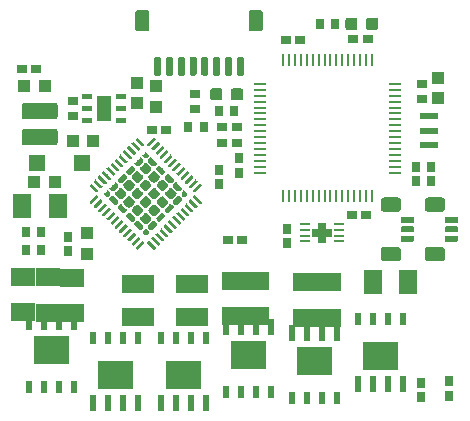
<source format=gtp>
G04 #@! TF.GenerationSoftware,KiCad,Pcbnew,(5.1.2-1)-1*
G04 #@! TF.CreationDate,2019-08-23T13:21:54-04:00*
G04 #@! TF.ProjectId,PCB_V1.2,5043425f-5631-42e3-922e-6b696361645f,rev?*
G04 #@! TF.SameCoordinates,Original*
G04 #@! TF.FileFunction,Paste,Top*
G04 #@! TF.FilePolarity,Positive*
%FSLAX46Y46*%
G04 Gerber Fmt 4.6, Leading zero omitted, Abs format (unit mm)*
G04 Created by KiCad (PCBNEW (5.1.2-1)-1) date 2019-08-23 13:21:54*
%MOMM*%
%LPD*%
G04 APERTURE LIST*
%ADD10C,0.100000*%
%ADD11C,0.371482*%
%ADD12C,0.342366*%
%ADD13C,0.250000*%
%ADD14C,0.806226*%
%ADD15R,1.080000X1.050000*%
%ADD16R,0.530000X1.330000*%
%ADD17R,0.530000X1.130000*%
%ADD18C,1.200000*%
%ADD19C,0.500000*%
%ADD20C,1.400000*%
%ADD21R,1.050000X1.080000*%
%ADD22R,0.700000X0.900000*%
%ADD23R,0.740000X0.925000*%
%ADD24R,0.925000X0.740000*%
%ADD25R,0.900000X0.700000*%
%ADD26R,0.220000X1.000000*%
%ADD27R,1.000000X0.220000*%
%ADD28R,1.000000X1.100000*%
%ADD29C,1.000000*%
%ADD30R,1.600000X0.600000*%
%ADD31R,2.700000X1.600000*%
%ADD32R,2.000000X1.500000*%
%ADD33R,1.500000X2.000000*%
%ADD34R,0.700000X0.650000*%
%ADD35R,1.800000X0.700000*%
%ADD36O,0.850000X0.250000*%
%ADD37C,0.600000*%
%ADD38R,1.400000X1.400000*%
G04 APERTURE END LIST*
D10*
G36*
X190729934Y-128361675D02*
G01*
X187767475Y-128361675D01*
X187767475Y-130735865D01*
X190729934Y-130735865D01*
X190729934Y-128361675D01*
G37*
G36*
X182121166Y-131106925D02*
G01*
X185083625Y-131106925D01*
X185083625Y-128732735D01*
X182121166Y-128732735D01*
X182121166Y-131106925D01*
G37*
G36*
X176571166Y-130606925D02*
G01*
X179533625Y-130606925D01*
X179533625Y-128232735D01*
X176571166Y-128232735D01*
X176571166Y-130606925D01*
G37*
G36*
X173981034Y-129980275D02*
G01*
X171018575Y-129980275D01*
X171018575Y-132354465D01*
X173981034Y-132354465D01*
X173981034Y-129980275D01*
G37*
G36*
X168281034Y-129980275D02*
G01*
X165318575Y-129980275D01*
X165318575Y-132354465D01*
X168281034Y-132354465D01*
X168281034Y-129980275D01*
G37*
G36*
X159921166Y-130206925D02*
G01*
X162883625Y-130206925D01*
X162883625Y-127832735D01*
X159921166Y-127832735D01*
X159921166Y-130206925D01*
G37*
G36*
X167651100Y-107378600D02*
G01*
X166851100Y-107378600D01*
X166851100Y-107778600D01*
X167651100Y-107778600D01*
X167651100Y-107378600D01*
G37*
G36*
X167651100Y-108378600D02*
G01*
X166851100Y-108378600D01*
X166851100Y-108778600D01*
X167651100Y-108778600D01*
X167651100Y-108378600D01*
G37*
G36*
X167651100Y-109378600D02*
G01*
X166851100Y-109378600D01*
X166851100Y-109778600D01*
X167651100Y-109778600D01*
X167651100Y-109378600D01*
G37*
G36*
X164751100Y-107378600D02*
G01*
X163951100Y-107378600D01*
X163951100Y-107778600D01*
X164751100Y-107778600D01*
X164751100Y-107378600D01*
G37*
G36*
X164751100Y-108378600D02*
G01*
X163951100Y-108378600D01*
X163951100Y-108778600D01*
X164751100Y-108778600D01*
X164751100Y-108378600D01*
G37*
G36*
X164751100Y-109378600D02*
G01*
X163951100Y-109378600D01*
X163951100Y-109778600D01*
X164751100Y-109778600D01*
X164751100Y-109378600D01*
G37*
G36*
X166401100Y-107528600D02*
G01*
X165201100Y-107528600D01*
X165201100Y-109628600D01*
X166401100Y-109628600D01*
X166401100Y-107528600D01*
G37*
D11*
X166662933Y-116335447D03*
D10*
G36*
X166436674Y-115994123D02*
G01*
X166452596Y-115985612D01*
X166469872Y-115980371D01*
X166487840Y-115978602D01*
X166595739Y-115978602D01*
X166613706Y-115980371D01*
X166630983Y-115985612D01*
X166646905Y-115994123D01*
X166660861Y-116005576D01*
X166992804Y-116337519D01*
X167004257Y-116351475D01*
X167012768Y-116367397D01*
X167018009Y-116384674D01*
X167019778Y-116402641D01*
X167019778Y-116510540D01*
X167018009Y-116528508D01*
X167012768Y-116545784D01*
X167004257Y-116561706D01*
X166992804Y-116575662D01*
X166849199Y-116719267D01*
X166835243Y-116730720D01*
X166819321Y-116739232D01*
X166802044Y-116744472D01*
X166784077Y-116746241D01*
X166766109Y-116744472D01*
X166748832Y-116739232D01*
X166732910Y-116730720D01*
X166718954Y-116719267D01*
X166279113Y-116279426D01*
X166267660Y-116265470D01*
X166259148Y-116249548D01*
X166253908Y-116232271D01*
X166252139Y-116214303D01*
X166253908Y-116196336D01*
X166259148Y-116179059D01*
X166267660Y-116163137D01*
X166279113Y-116149181D01*
X166422718Y-116005576D01*
X166436674Y-115994123D01*
X166436674Y-115994123D01*
G37*
D11*
X167370040Y-117042553D03*
D10*
G36*
X167143781Y-116701229D02*
G01*
X167159703Y-116692718D01*
X167176979Y-116687477D01*
X167194947Y-116685708D01*
X167302846Y-116685708D01*
X167320813Y-116687477D01*
X167338090Y-116692718D01*
X167354012Y-116701229D01*
X167367968Y-116712682D01*
X167699911Y-117044625D01*
X167711364Y-117058581D01*
X167719875Y-117074503D01*
X167725116Y-117091780D01*
X167726885Y-117109747D01*
X167726885Y-117217646D01*
X167725116Y-117235614D01*
X167719875Y-117252890D01*
X167711364Y-117268812D01*
X167699911Y-117282768D01*
X167556306Y-117426373D01*
X167542350Y-117437826D01*
X167526428Y-117446338D01*
X167509151Y-117451578D01*
X167491184Y-117453347D01*
X167473216Y-117451578D01*
X167455939Y-117446338D01*
X167440017Y-117437826D01*
X167426061Y-117426373D01*
X166986220Y-116986532D01*
X166974767Y-116972576D01*
X166966255Y-116956654D01*
X166961015Y-116939377D01*
X166959246Y-116921409D01*
X166961015Y-116903442D01*
X166966255Y-116886165D01*
X166974767Y-116870243D01*
X166986220Y-116856287D01*
X167129825Y-116712682D01*
X167143781Y-116701229D01*
X167143781Y-116701229D01*
G37*
D11*
X168077147Y-117749660D03*
D10*
G36*
X167850888Y-117408336D02*
G01*
X167866810Y-117399825D01*
X167884086Y-117394584D01*
X167902054Y-117392815D01*
X168009953Y-117392815D01*
X168027920Y-117394584D01*
X168045197Y-117399825D01*
X168061119Y-117408336D01*
X168075075Y-117419789D01*
X168407018Y-117751732D01*
X168418471Y-117765688D01*
X168426982Y-117781610D01*
X168432223Y-117798887D01*
X168433992Y-117816854D01*
X168433992Y-117924753D01*
X168432223Y-117942721D01*
X168426982Y-117959997D01*
X168418471Y-117975919D01*
X168407018Y-117989875D01*
X168263413Y-118133480D01*
X168249457Y-118144933D01*
X168233535Y-118153445D01*
X168216258Y-118158685D01*
X168198291Y-118160454D01*
X168180323Y-118158685D01*
X168163046Y-118153445D01*
X168147124Y-118144933D01*
X168133168Y-118133480D01*
X167693327Y-117693639D01*
X167681874Y-117679683D01*
X167673362Y-117663761D01*
X167668122Y-117646484D01*
X167666353Y-117628516D01*
X167668122Y-117610549D01*
X167673362Y-117593272D01*
X167681874Y-117577350D01*
X167693327Y-117563394D01*
X167836932Y-117419789D01*
X167850888Y-117408336D01*
X167850888Y-117408336D01*
G37*
D11*
X168784253Y-118456767D03*
D10*
G36*
X168557994Y-118115443D02*
G01*
X168573916Y-118106932D01*
X168591192Y-118101691D01*
X168609160Y-118099922D01*
X168717059Y-118099922D01*
X168735026Y-118101691D01*
X168752303Y-118106932D01*
X168768225Y-118115443D01*
X168782181Y-118126896D01*
X169114124Y-118458839D01*
X169125577Y-118472795D01*
X169134088Y-118488717D01*
X169139329Y-118505994D01*
X169141098Y-118523961D01*
X169141098Y-118631860D01*
X169139329Y-118649828D01*
X169134088Y-118667104D01*
X169125577Y-118683026D01*
X169114124Y-118696982D01*
X168970519Y-118840587D01*
X168956563Y-118852040D01*
X168940641Y-118860552D01*
X168923364Y-118865792D01*
X168905397Y-118867561D01*
X168887429Y-118865792D01*
X168870152Y-118860552D01*
X168854230Y-118852040D01*
X168840274Y-118840587D01*
X168400433Y-118400746D01*
X168388980Y-118386790D01*
X168380468Y-118370868D01*
X168375228Y-118353591D01*
X168373459Y-118335623D01*
X168375228Y-118317656D01*
X168380468Y-118300379D01*
X168388980Y-118284457D01*
X168400433Y-118270501D01*
X168544038Y-118126896D01*
X168557994Y-118115443D01*
X168557994Y-118115443D01*
G37*
D11*
X169897947Y-113100433D03*
D10*
G36*
X169725637Y-112705160D02*
G01*
X169741559Y-112696648D01*
X169758836Y-112691408D01*
X169776803Y-112689639D01*
X169794771Y-112691408D01*
X169812048Y-112696648D01*
X169827970Y-112705160D01*
X169841926Y-112716613D01*
X170281767Y-113156454D01*
X170293220Y-113170410D01*
X170301732Y-113186332D01*
X170306972Y-113203609D01*
X170308741Y-113221577D01*
X170306972Y-113239544D01*
X170301732Y-113256821D01*
X170293220Y-113272743D01*
X170281767Y-113286699D01*
X170138162Y-113430304D01*
X170124206Y-113441757D01*
X170108284Y-113450268D01*
X170091008Y-113455509D01*
X170073040Y-113457278D01*
X169965141Y-113457278D01*
X169947174Y-113455509D01*
X169929897Y-113450268D01*
X169913975Y-113441757D01*
X169900019Y-113430304D01*
X169568076Y-113098361D01*
X169556623Y-113084405D01*
X169548112Y-113068483D01*
X169542871Y-113051206D01*
X169541102Y-113033239D01*
X169541102Y-112925340D01*
X169542871Y-112907372D01*
X169548112Y-112890096D01*
X169556623Y-112874174D01*
X169568076Y-112860218D01*
X169711681Y-112716613D01*
X169725637Y-112705160D01*
X169725637Y-112705160D01*
G37*
D11*
X170605053Y-113807540D03*
D10*
G36*
X170432743Y-113412267D02*
G01*
X170448665Y-113403755D01*
X170465942Y-113398515D01*
X170483909Y-113396746D01*
X170501877Y-113398515D01*
X170519154Y-113403755D01*
X170535076Y-113412267D01*
X170549032Y-113423720D01*
X170988873Y-113863561D01*
X171000326Y-113877517D01*
X171008838Y-113893439D01*
X171014078Y-113910716D01*
X171015847Y-113928684D01*
X171014078Y-113946651D01*
X171008838Y-113963928D01*
X171000326Y-113979850D01*
X170988873Y-113993806D01*
X170845268Y-114137411D01*
X170831312Y-114148864D01*
X170815390Y-114157375D01*
X170798114Y-114162616D01*
X170780146Y-114164385D01*
X170672247Y-114164385D01*
X170654280Y-114162616D01*
X170637003Y-114157375D01*
X170621081Y-114148864D01*
X170607125Y-114137411D01*
X170275182Y-113805468D01*
X170263729Y-113791512D01*
X170255218Y-113775590D01*
X170249977Y-113758313D01*
X170248208Y-113740346D01*
X170248208Y-113632447D01*
X170249977Y-113614479D01*
X170255218Y-113597203D01*
X170263729Y-113581281D01*
X170275182Y-113567325D01*
X170418787Y-113423720D01*
X170432743Y-113412267D01*
X170432743Y-113412267D01*
G37*
D11*
X171312160Y-114514647D03*
D10*
G36*
X171139850Y-114119374D02*
G01*
X171155772Y-114110862D01*
X171173049Y-114105622D01*
X171191016Y-114103853D01*
X171208984Y-114105622D01*
X171226261Y-114110862D01*
X171242183Y-114119374D01*
X171256139Y-114130827D01*
X171695980Y-114570668D01*
X171707433Y-114584624D01*
X171715945Y-114600546D01*
X171721185Y-114617823D01*
X171722954Y-114635791D01*
X171721185Y-114653758D01*
X171715945Y-114671035D01*
X171707433Y-114686957D01*
X171695980Y-114700913D01*
X171552375Y-114844518D01*
X171538419Y-114855971D01*
X171522497Y-114864482D01*
X171505221Y-114869723D01*
X171487253Y-114871492D01*
X171379354Y-114871492D01*
X171361387Y-114869723D01*
X171344110Y-114864482D01*
X171328188Y-114855971D01*
X171314232Y-114844518D01*
X170982289Y-114512575D01*
X170970836Y-114498619D01*
X170962325Y-114482697D01*
X170957084Y-114465420D01*
X170955315Y-114447453D01*
X170955315Y-114339554D01*
X170957084Y-114321586D01*
X170962325Y-114304310D01*
X170970836Y-114288388D01*
X170982289Y-114274432D01*
X171125894Y-114130827D01*
X171139850Y-114119374D01*
X171139850Y-114119374D01*
G37*
D11*
X172019267Y-115221753D03*
D10*
G36*
X171846957Y-114826480D02*
G01*
X171862879Y-114817968D01*
X171880156Y-114812728D01*
X171898123Y-114810959D01*
X171916091Y-114812728D01*
X171933368Y-114817968D01*
X171949290Y-114826480D01*
X171963246Y-114837933D01*
X172403087Y-115277774D01*
X172414540Y-115291730D01*
X172423052Y-115307652D01*
X172428292Y-115324929D01*
X172430061Y-115342897D01*
X172428292Y-115360864D01*
X172423052Y-115378141D01*
X172414540Y-115394063D01*
X172403087Y-115408019D01*
X172259482Y-115551624D01*
X172245526Y-115563077D01*
X172229604Y-115571588D01*
X172212328Y-115576829D01*
X172194360Y-115578598D01*
X172086461Y-115578598D01*
X172068494Y-115576829D01*
X172051217Y-115571588D01*
X172035295Y-115563077D01*
X172021339Y-115551624D01*
X171689396Y-115219681D01*
X171677943Y-115205725D01*
X171669432Y-115189803D01*
X171664191Y-115172526D01*
X171662422Y-115154559D01*
X171662422Y-115046660D01*
X171664191Y-115028692D01*
X171669432Y-115011416D01*
X171677943Y-114995494D01*
X171689396Y-114981538D01*
X171833001Y-114837933D01*
X171846957Y-114826480D01*
X171846957Y-114826480D01*
G37*
D11*
X166662933Y-115221753D03*
D10*
G36*
X166732910Y-114826480D02*
G01*
X166748832Y-114817968D01*
X166766109Y-114812728D01*
X166784077Y-114810959D01*
X166802044Y-114812728D01*
X166819321Y-114817968D01*
X166835243Y-114826480D01*
X166849199Y-114837933D01*
X166992804Y-114981538D01*
X167004257Y-114995494D01*
X167012768Y-115011416D01*
X167018009Y-115028692D01*
X167019778Y-115046660D01*
X167019778Y-115154559D01*
X167018009Y-115172526D01*
X167012768Y-115189803D01*
X167004257Y-115205725D01*
X166992804Y-115219681D01*
X166660861Y-115551624D01*
X166646905Y-115563077D01*
X166630983Y-115571588D01*
X166613706Y-115576829D01*
X166595739Y-115578598D01*
X166487840Y-115578598D01*
X166469872Y-115576829D01*
X166452596Y-115571588D01*
X166436674Y-115563077D01*
X166422718Y-115551624D01*
X166279113Y-115408019D01*
X166267660Y-115394063D01*
X166259148Y-115378141D01*
X166253908Y-115360864D01*
X166252139Y-115342897D01*
X166253908Y-115324929D01*
X166259148Y-115307652D01*
X166267660Y-115291730D01*
X166279113Y-115277774D01*
X166718954Y-114837933D01*
X166732910Y-114826480D01*
X166732910Y-114826480D01*
G37*
D11*
X167370040Y-114514647D03*
D10*
G36*
X167440017Y-114119374D02*
G01*
X167455939Y-114110862D01*
X167473216Y-114105622D01*
X167491184Y-114103853D01*
X167509151Y-114105622D01*
X167526428Y-114110862D01*
X167542350Y-114119374D01*
X167556306Y-114130827D01*
X167699911Y-114274432D01*
X167711364Y-114288388D01*
X167719875Y-114304310D01*
X167725116Y-114321586D01*
X167726885Y-114339554D01*
X167726885Y-114447453D01*
X167725116Y-114465420D01*
X167719875Y-114482697D01*
X167711364Y-114498619D01*
X167699911Y-114512575D01*
X167367968Y-114844518D01*
X167354012Y-114855971D01*
X167338090Y-114864482D01*
X167320813Y-114869723D01*
X167302846Y-114871492D01*
X167194947Y-114871492D01*
X167176979Y-114869723D01*
X167159703Y-114864482D01*
X167143781Y-114855971D01*
X167129825Y-114844518D01*
X166986220Y-114700913D01*
X166974767Y-114686957D01*
X166966255Y-114671035D01*
X166961015Y-114653758D01*
X166959246Y-114635791D01*
X166961015Y-114617823D01*
X166966255Y-114600546D01*
X166974767Y-114584624D01*
X166986220Y-114570668D01*
X167426061Y-114130827D01*
X167440017Y-114119374D01*
X167440017Y-114119374D01*
G37*
D11*
X168077147Y-113807540D03*
D10*
G36*
X168147124Y-113412267D02*
G01*
X168163046Y-113403755D01*
X168180323Y-113398515D01*
X168198291Y-113396746D01*
X168216258Y-113398515D01*
X168233535Y-113403755D01*
X168249457Y-113412267D01*
X168263413Y-113423720D01*
X168407018Y-113567325D01*
X168418471Y-113581281D01*
X168426982Y-113597203D01*
X168432223Y-113614479D01*
X168433992Y-113632447D01*
X168433992Y-113740346D01*
X168432223Y-113758313D01*
X168426982Y-113775590D01*
X168418471Y-113791512D01*
X168407018Y-113805468D01*
X168075075Y-114137411D01*
X168061119Y-114148864D01*
X168045197Y-114157375D01*
X168027920Y-114162616D01*
X168009953Y-114164385D01*
X167902054Y-114164385D01*
X167884086Y-114162616D01*
X167866810Y-114157375D01*
X167850888Y-114148864D01*
X167836932Y-114137411D01*
X167693327Y-113993806D01*
X167681874Y-113979850D01*
X167673362Y-113963928D01*
X167668122Y-113946651D01*
X167666353Y-113928684D01*
X167668122Y-113910716D01*
X167673362Y-113893439D01*
X167681874Y-113877517D01*
X167693327Y-113863561D01*
X168133168Y-113423720D01*
X168147124Y-113412267D01*
X168147124Y-113412267D01*
G37*
D11*
X168784253Y-113100433D03*
D10*
G36*
X168854230Y-112705160D02*
G01*
X168870152Y-112696648D01*
X168887429Y-112691408D01*
X168905397Y-112689639D01*
X168923364Y-112691408D01*
X168940641Y-112696648D01*
X168956563Y-112705160D01*
X168970519Y-112716613D01*
X169114124Y-112860218D01*
X169125577Y-112874174D01*
X169134088Y-112890096D01*
X169139329Y-112907372D01*
X169141098Y-112925340D01*
X169141098Y-113033239D01*
X169139329Y-113051206D01*
X169134088Y-113068483D01*
X169125577Y-113084405D01*
X169114124Y-113098361D01*
X168782181Y-113430304D01*
X168768225Y-113441757D01*
X168752303Y-113450268D01*
X168735026Y-113455509D01*
X168717059Y-113457278D01*
X168609160Y-113457278D01*
X168591192Y-113455509D01*
X168573916Y-113450268D01*
X168557994Y-113441757D01*
X168544038Y-113430304D01*
X168400433Y-113286699D01*
X168388980Y-113272743D01*
X168380468Y-113256821D01*
X168375228Y-113239544D01*
X168373459Y-113221577D01*
X168375228Y-113203609D01*
X168380468Y-113186332D01*
X168388980Y-113170410D01*
X168400433Y-113156454D01*
X168840274Y-112716613D01*
X168854230Y-112705160D01*
X168854230Y-112705160D01*
G37*
D11*
X169897947Y-118456767D03*
D10*
G36*
X169913975Y-118115443D02*
G01*
X169929897Y-118106932D01*
X169947174Y-118101691D01*
X169965141Y-118099922D01*
X170073040Y-118099922D01*
X170091008Y-118101691D01*
X170108284Y-118106932D01*
X170124206Y-118115443D01*
X170138162Y-118126896D01*
X170281767Y-118270501D01*
X170293220Y-118284457D01*
X170301732Y-118300379D01*
X170306972Y-118317656D01*
X170308741Y-118335623D01*
X170306972Y-118353591D01*
X170301732Y-118370868D01*
X170293220Y-118386790D01*
X170281767Y-118400746D01*
X169841926Y-118840587D01*
X169827970Y-118852040D01*
X169812048Y-118860552D01*
X169794771Y-118865792D01*
X169776803Y-118867561D01*
X169758836Y-118865792D01*
X169741559Y-118860552D01*
X169725637Y-118852040D01*
X169711681Y-118840587D01*
X169568076Y-118696982D01*
X169556623Y-118683026D01*
X169548112Y-118667104D01*
X169542871Y-118649828D01*
X169541102Y-118631860D01*
X169541102Y-118523961D01*
X169542871Y-118505994D01*
X169548112Y-118488717D01*
X169556623Y-118472795D01*
X169568076Y-118458839D01*
X169900019Y-118126896D01*
X169913975Y-118115443D01*
X169913975Y-118115443D01*
G37*
D11*
X170605053Y-117749660D03*
D10*
G36*
X170621081Y-117408336D02*
G01*
X170637003Y-117399825D01*
X170654280Y-117394584D01*
X170672247Y-117392815D01*
X170780146Y-117392815D01*
X170798114Y-117394584D01*
X170815390Y-117399825D01*
X170831312Y-117408336D01*
X170845268Y-117419789D01*
X170988873Y-117563394D01*
X171000326Y-117577350D01*
X171008838Y-117593272D01*
X171014078Y-117610549D01*
X171015847Y-117628516D01*
X171014078Y-117646484D01*
X171008838Y-117663761D01*
X171000326Y-117679683D01*
X170988873Y-117693639D01*
X170549032Y-118133480D01*
X170535076Y-118144933D01*
X170519154Y-118153445D01*
X170501877Y-118158685D01*
X170483909Y-118160454D01*
X170465942Y-118158685D01*
X170448665Y-118153445D01*
X170432743Y-118144933D01*
X170418787Y-118133480D01*
X170275182Y-117989875D01*
X170263729Y-117975919D01*
X170255218Y-117959997D01*
X170249977Y-117942721D01*
X170248208Y-117924753D01*
X170248208Y-117816854D01*
X170249977Y-117798887D01*
X170255218Y-117781610D01*
X170263729Y-117765688D01*
X170275182Y-117751732D01*
X170607125Y-117419789D01*
X170621081Y-117408336D01*
X170621081Y-117408336D01*
G37*
D11*
X171312160Y-117042553D03*
D10*
G36*
X171328188Y-116701229D02*
G01*
X171344110Y-116692718D01*
X171361387Y-116687477D01*
X171379354Y-116685708D01*
X171487253Y-116685708D01*
X171505221Y-116687477D01*
X171522497Y-116692718D01*
X171538419Y-116701229D01*
X171552375Y-116712682D01*
X171695980Y-116856287D01*
X171707433Y-116870243D01*
X171715945Y-116886165D01*
X171721185Y-116903442D01*
X171722954Y-116921409D01*
X171721185Y-116939377D01*
X171715945Y-116956654D01*
X171707433Y-116972576D01*
X171695980Y-116986532D01*
X171256139Y-117426373D01*
X171242183Y-117437826D01*
X171226261Y-117446338D01*
X171208984Y-117451578D01*
X171191016Y-117453347D01*
X171173049Y-117451578D01*
X171155772Y-117446338D01*
X171139850Y-117437826D01*
X171125894Y-117426373D01*
X170982289Y-117282768D01*
X170970836Y-117268812D01*
X170962325Y-117252890D01*
X170957084Y-117235614D01*
X170955315Y-117217646D01*
X170955315Y-117109747D01*
X170957084Y-117091780D01*
X170962325Y-117074503D01*
X170970836Y-117058581D01*
X170982289Y-117044625D01*
X171314232Y-116712682D01*
X171328188Y-116701229D01*
X171328188Y-116701229D01*
G37*
D11*
X172019267Y-116335447D03*
D10*
G36*
X172035295Y-115994123D02*
G01*
X172051217Y-115985612D01*
X172068494Y-115980371D01*
X172086461Y-115978602D01*
X172194360Y-115978602D01*
X172212328Y-115980371D01*
X172229604Y-115985612D01*
X172245526Y-115994123D01*
X172259482Y-116005576D01*
X172403087Y-116149181D01*
X172414540Y-116163137D01*
X172423052Y-116179059D01*
X172428292Y-116196336D01*
X172430061Y-116214303D01*
X172428292Y-116232271D01*
X172423052Y-116249548D01*
X172414540Y-116265470D01*
X172403087Y-116279426D01*
X171963246Y-116719267D01*
X171949290Y-116730720D01*
X171933368Y-116739232D01*
X171916091Y-116744472D01*
X171898123Y-116746241D01*
X171880156Y-116744472D01*
X171862879Y-116739232D01*
X171846957Y-116730720D01*
X171833001Y-116719267D01*
X171689396Y-116575662D01*
X171677943Y-116561706D01*
X171669432Y-116545784D01*
X171664191Y-116528508D01*
X171662422Y-116510540D01*
X171662422Y-116402641D01*
X171664191Y-116384674D01*
X171669432Y-116367397D01*
X171677943Y-116351475D01*
X171689396Y-116337519D01*
X172021339Y-116005576D01*
X172035295Y-115994123D01*
X172035295Y-115994123D01*
G37*
D12*
X166106086Y-115778600D03*
D10*
G36*
X166041698Y-115518337D02*
G01*
X166061735Y-115507627D01*
X166083476Y-115501032D01*
X166106086Y-115498805D01*
X166128696Y-115501032D01*
X166150437Y-115507627D01*
X166170474Y-115518337D01*
X166188036Y-115532750D01*
X166278728Y-115623441D01*
X166293140Y-115641003D01*
X166303850Y-115661040D01*
X166310446Y-115682781D01*
X166312672Y-115705391D01*
X166312672Y-115851809D01*
X166310446Y-115874419D01*
X166303850Y-115896160D01*
X166293140Y-115916197D01*
X166278728Y-115933759D01*
X166188036Y-116024450D01*
X166170474Y-116038863D01*
X166150437Y-116049573D01*
X166128696Y-116056168D01*
X166106086Y-116058395D01*
X166083476Y-116056168D01*
X166061735Y-116049573D01*
X166041698Y-116038863D01*
X166024136Y-116024450D01*
X165860236Y-115860550D01*
X165845823Y-115842988D01*
X165835113Y-115822951D01*
X165828518Y-115801210D01*
X165826291Y-115778600D01*
X165828518Y-115755990D01*
X165835113Y-115734249D01*
X165845823Y-115714212D01*
X165860236Y-115696650D01*
X166024136Y-115532750D01*
X166041698Y-115518337D01*
X166041698Y-115518337D01*
G37*
D12*
X169341100Y-119013614D03*
D10*
G36*
X169203503Y-118826560D02*
G01*
X169223540Y-118815850D01*
X169245281Y-118809254D01*
X169267891Y-118807028D01*
X169414309Y-118807028D01*
X169436919Y-118809254D01*
X169458660Y-118815850D01*
X169478697Y-118826560D01*
X169496259Y-118840972D01*
X169586950Y-118931664D01*
X169601363Y-118949226D01*
X169612073Y-118969263D01*
X169618668Y-118991004D01*
X169620895Y-119013614D01*
X169618668Y-119036224D01*
X169612073Y-119057965D01*
X169601363Y-119078002D01*
X169586950Y-119095564D01*
X169423050Y-119259464D01*
X169405488Y-119273877D01*
X169385451Y-119284587D01*
X169363710Y-119291182D01*
X169341100Y-119293409D01*
X169318490Y-119291182D01*
X169296749Y-119284587D01*
X169276712Y-119273877D01*
X169259150Y-119259464D01*
X169095250Y-119095564D01*
X169080837Y-119078002D01*
X169070127Y-119057965D01*
X169063532Y-119036224D01*
X169061305Y-119013614D01*
X169063532Y-118991004D01*
X169070127Y-118969263D01*
X169080837Y-118949226D01*
X169095250Y-118931664D01*
X169185941Y-118840972D01*
X169203503Y-118826560D01*
X169203503Y-118826560D01*
G37*
D12*
X169341100Y-112543586D03*
D10*
G36*
X169276712Y-112283323D02*
G01*
X169296749Y-112272613D01*
X169318490Y-112266018D01*
X169341100Y-112263791D01*
X169363710Y-112266018D01*
X169385451Y-112272613D01*
X169405488Y-112283323D01*
X169423050Y-112297736D01*
X169586950Y-112461636D01*
X169601363Y-112479198D01*
X169612073Y-112499235D01*
X169618668Y-112520976D01*
X169620895Y-112543586D01*
X169618668Y-112566196D01*
X169612073Y-112587937D01*
X169601363Y-112607974D01*
X169586950Y-112625536D01*
X169496259Y-112716228D01*
X169478697Y-112730640D01*
X169458660Y-112741350D01*
X169436919Y-112747946D01*
X169414309Y-112750172D01*
X169267891Y-112750172D01*
X169245281Y-112747946D01*
X169223540Y-112741350D01*
X169203503Y-112730640D01*
X169185941Y-112716228D01*
X169095250Y-112625536D01*
X169080837Y-112607974D01*
X169070127Y-112587937D01*
X169063532Y-112566196D01*
X169061305Y-112543586D01*
X169063532Y-112520976D01*
X169070127Y-112499235D01*
X169080837Y-112479198D01*
X169095250Y-112461636D01*
X169259150Y-112297736D01*
X169276712Y-112283323D01*
X169276712Y-112283323D01*
G37*
D12*
X172576114Y-115778600D03*
D10*
G36*
X172511726Y-115518337D02*
G01*
X172531763Y-115507627D01*
X172553504Y-115501032D01*
X172576114Y-115498805D01*
X172598724Y-115501032D01*
X172620465Y-115507627D01*
X172640502Y-115518337D01*
X172658064Y-115532750D01*
X172821964Y-115696650D01*
X172836377Y-115714212D01*
X172847087Y-115734249D01*
X172853682Y-115755990D01*
X172855909Y-115778600D01*
X172853682Y-115801210D01*
X172847087Y-115822951D01*
X172836377Y-115842988D01*
X172821964Y-115860550D01*
X172658064Y-116024450D01*
X172640502Y-116038863D01*
X172620465Y-116049573D01*
X172598724Y-116056168D01*
X172576114Y-116058395D01*
X172553504Y-116056168D01*
X172531763Y-116049573D01*
X172511726Y-116038863D01*
X172494164Y-116024450D01*
X172403472Y-115933759D01*
X172389060Y-115916197D01*
X172378350Y-115896160D01*
X172371754Y-115874419D01*
X172369528Y-115851809D01*
X172369528Y-115705391D01*
X172371754Y-115682781D01*
X172378350Y-115661040D01*
X172389060Y-115641003D01*
X172403472Y-115623441D01*
X172494164Y-115532750D01*
X172511726Y-115518337D01*
X172511726Y-115518337D01*
G37*
G36*
X165192974Y-115893178D02*
G01*
X165199041Y-115894078D01*
X165204991Y-115895568D01*
X165210766Y-115897635D01*
X165216310Y-115900257D01*
X165221571Y-115903410D01*
X165226498Y-115907064D01*
X165231042Y-115911183D01*
X165319430Y-115999571D01*
X165323549Y-116004115D01*
X165327203Y-116009042D01*
X165330356Y-116014303D01*
X165332978Y-116019847D01*
X165335045Y-116025622D01*
X165336535Y-116031572D01*
X165337435Y-116037639D01*
X165337736Y-116043765D01*
X165337435Y-116049891D01*
X165336535Y-116055958D01*
X165335045Y-116061908D01*
X165332978Y-116067683D01*
X165330356Y-116073227D01*
X165327203Y-116078488D01*
X165323549Y-116083415D01*
X165319430Y-116087959D01*
X164789100Y-116618289D01*
X164784556Y-116622408D01*
X164779629Y-116626062D01*
X164774368Y-116629215D01*
X164768824Y-116631837D01*
X164763049Y-116633904D01*
X164757099Y-116635394D01*
X164751032Y-116636294D01*
X164744906Y-116636595D01*
X164738780Y-116636294D01*
X164732713Y-116635394D01*
X164726763Y-116633904D01*
X164720988Y-116631837D01*
X164715444Y-116629215D01*
X164710183Y-116626062D01*
X164705256Y-116622408D01*
X164700712Y-116618289D01*
X164612324Y-116529901D01*
X164608205Y-116525357D01*
X164604551Y-116520430D01*
X164601398Y-116515169D01*
X164598776Y-116509625D01*
X164596709Y-116503850D01*
X164595219Y-116497900D01*
X164594319Y-116491833D01*
X164594018Y-116485707D01*
X164594319Y-116479581D01*
X164595219Y-116473514D01*
X164596709Y-116467564D01*
X164598776Y-116461789D01*
X164601398Y-116456245D01*
X164604551Y-116450984D01*
X164608205Y-116446057D01*
X164612324Y-116441513D01*
X165142654Y-115911183D01*
X165147198Y-115907064D01*
X165152125Y-115903410D01*
X165157386Y-115900257D01*
X165162930Y-115897635D01*
X165168705Y-115895568D01*
X165174655Y-115894078D01*
X165180722Y-115893178D01*
X165186848Y-115892877D01*
X165192974Y-115893178D01*
X165192974Y-115893178D01*
G37*
D13*
X164965877Y-116264736D03*
D10*
G36*
X165546527Y-116246731D02*
G01*
X165552594Y-116247631D01*
X165558544Y-116249121D01*
X165564319Y-116251188D01*
X165569863Y-116253810D01*
X165575124Y-116256963D01*
X165580051Y-116260617D01*
X165584595Y-116264736D01*
X165672983Y-116353124D01*
X165677102Y-116357668D01*
X165680756Y-116362595D01*
X165683909Y-116367856D01*
X165686531Y-116373400D01*
X165688598Y-116379175D01*
X165690088Y-116385125D01*
X165690988Y-116391192D01*
X165691289Y-116397318D01*
X165690988Y-116403444D01*
X165690088Y-116409511D01*
X165688598Y-116415461D01*
X165686531Y-116421236D01*
X165683909Y-116426780D01*
X165680756Y-116432041D01*
X165677102Y-116436968D01*
X165672983Y-116441512D01*
X165142653Y-116971842D01*
X165138109Y-116975961D01*
X165133182Y-116979615D01*
X165127921Y-116982768D01*
X165122377Y-116985390D01*
X165116602Y-116987457D01*
X165110652Y-116988947D01*
X165104585Y-116989847D01*
X165098459Y-116990148D01*
X165092333Y-116989847D01*
X165086266Y-116988947D01*
X165080316Y-116987457D01*
X165074541Y-116985390D01*
X165068997Y-116982768D01*
X165063736Y-116979615D01*
X165058809Y-116975961D01*
X165054265Y-116971842D01*
X164965877Y-116883454D01*
X164961758Y-116878910D01*
X164958104Y-116873983D01*
X164954951Y-116868722D01*
X164952329Y-116863178D01*
X164950262Y-116857403D01*
X164948772Y-116851453D01*
X164947872Y-116845386D01*
X164947571Y-116839260D01*
X164947872Y-116833134D01*
X164948772Y-116827067D01*
X164950262Y-116821117D01*
X164952329Y-116815342D01*
X164954951Y-116809798D01*
X164958104Y-116804537D01*
X164961758Y-116799610D01*
X164965877Y-116795066D01*
X165496207Y-116264736D01*
X165500751Y-116260617D01*
X165505678Y-116256963D01*
X165510939Y-116253810D01*
X165516483Y-116251188D01*
X165522258Y-116249121D01*
X165528208Y-116247631D01*
X165534275Y-116246731D01*
X165540401Y-116246430D01*
X165546527Y-116246731D01*
X165546527Y-116246731D01*
G37*
D13*
X165319430Y-116618289D03*
D10*
G36*
X165900081Y-116600285D02*
G01*
X165906148Y-116601185D01*
X165912098Y-116602675D01*
X165917873Y-116604742D01*
X165923417Y-116607364D01*
X165928678Y-116610517D01*
X165933605Y-116614171D01*
X165938149Y-116618290D01*
X166026537Y-116706678D01*
X166030656Y-116711222D01*
X166034310Y-116716149D01*
X166037463Y-116721410D01*
X166040085Y-116726954D01*
X166042152Y-116732729D01*
X166043642Y-116738679D01*
X166044542Y-116744746D01*
X166044843Y-116750872D01*
X166044542Y-116756998D01*
X166043642Y-116763065D01*
X166042152Y-116769015D01*
X166040085Y-116774790D01*
X166037463Y-116780334D01*
X166034310Y-116785595D01*
X166030656Y-116790522D01*
X166026537Y-116795066D01*
X165496207Y-117325396D01*
X165491663Y-117329515D01*
X165486736Y-117333169D01*
X165481475Y-117336322D01*
X165475931Y-117338944D01*
X165470156Y-117341011D01*
X165464206Y-117342501D01*
X165458139Y-117343401D01*
X165452013Y-117343702D01*
X165445887Y-117343401D01*
X165439820Y-117342501D01*
X165433870Y-117341011D01*
X165428095Y-117338944D01*
X165422551Y-117336322D01*
X165417290Y-117333169D01*
X165412363Y-117329515D01*
X165407819Y-117325396D01*
X165319431Y-117237008D01*
X165315312Y-117232464D01*
X165311658Y-117227537D01*
X165308505Y-117222276D01*
X165305883Y-117216732D01*
X165303816Y-117210957D01*
X165302326Y-117205007D01*
X165301426Y-117198940D01*
X165301125Y-117192814D01*
X165301426Y-117186688D01*
X165302326Y-117180621D01*
X165303816Y-117174671D01*
X165305883Y-117168896D01*
X165308505Y-117163352D01*
X165311658Y-117158091D01*
X165315312Y-117153164D01*
X165319431Y-117148620D01*
X165849761Y-116618290D01*
X165854305Y-116614171D01*
X165859232Y-116610517D01*
X165864493Y-116607364D01*
X165870037Y-116604742D01*
X165875812Y-116602675D01*
X165881762Y-116601185D01*
X165887829Y-116600285D01*
X165893955Y-116599984D01*
X165900081Y-116600285D01*
X165900081Y-116600285D01*
G37*
D13*
X165672984Y-116971843D03*
D10*
G36*
X166253634Y-116953838D02*
G01*
X166259701Y-116954738D01*
X166265651Y-116956228D01*
X166271426Y-116958295D01*
X166276970Y-116960917D01*
X166282231Y-116964070D01*
X166287158Y-116967724D01*
X166291702Y-116971843D01*
X166380090Y-117060231D01*
X166384209Y-117064775D01*
X166387863Y-117069702D01*
X166391016Y-117074963D01*
X166393638Y-117080507D01*
X166395705Y-117086282D01*
X166397195Y-117092232D01*
X166398095Y-117098299D01*
X166398396Y-117104425D01*
X166398095Y-117110551D01*
X166397195Y-117116618D01*
X166395705Y-117122568D01*
X166393638Y-117128343D01*
X166391016Y-117133887D01*
X166387863Y-117139148D01*
X166384209Y-117144075D01*
X166380090Y-117148619D01*
X165849760Y-117678949D01*
X165845216Y-117683068D01*
X165840289Y-117686722D01*
X165835028Y-117689875D01*
X165829484Y-117692497D01*
X165823709Y-117694564D01*
X165817759Y-117696054D01*
X165811692Y-117696954D01*
X165805566Y-117697255D01*
X165799440Y-117696954D01*
X165793373Y-117696054D01*
X165787423Y-117694564D01*
X165781648Y-117692497D01*
X165776104Y-117689875D01*
X165770843Y-117686722D01*
X165765916Y-117683068D01*
X165761372Y-117678949D01*
X165672984Y-117590561D01*
X165668865Y-117586017D01*
X165665211Y-117581090D01*
X165662058Y-117575829D01*
X165659436Y-117570285D01*
X165657369Y-117564510D01*
X165655879Y-117558560D01*
X165654979Y-117552493D01*
X165654678Y-117546367D01*
X165654979Y-117540241D01*
X165655879Y-117534174D01*
X165657369Y-117528224D01*
X165659436Y-117522449D01*
X165662058Y-117516905D01*
X165665211Y-117511644D01*
X165668865Y-117506717D01*
X165672984Y-117502173D01*
X166203314Y-116971843D01*
X166207858Y-116967724D01*
X166212785Y-116964070D01*
X166218046Y-116960917D01*
X166223590Y-116958295D01*
X166229365Y-116956228D01*
X166235315Y-116954738D01*
X166241382Y-116953838D01*
X166247508Y-116953537D01*
X166253634Y-116953838D01*
X166253634Y-116953838D01*
G37*
D13*
X166026537Y-117325396D03*
D10*
G36*
X166607187Y-117307391D02*
G01*
X166613254Y-117308291D01*
X166619204Y-117309781D01*
X166624979Y-117311848D01*
X166630523Y-117314470D01*
X166635784Y-117317623D01*
X166640711Y-117321277D01*
X166645255Y-117325396D01*
X166733643Y-117413784D01*
X166737762Y-117418328D01*
X166741416Y-117423255D01*
X166744569Y-117428516D01*
X166747191Y-117434060D01*
X166749258Y-117439835D01*
X166750748Y-117445785D01*
X166751648Y-117451852D01*
X166751949Y-117457978D01*
X166751648Y-117464104D01*
X166750748Y-117470171D01*
X166749258Y-117476121D01*
X166747191Y-117481896D01*
X166744569Y-117487440D01*
X166741416Y-117492701D01*
X166737762Y-117497628D01*
X166733643Y-117502172D01*
X166203313Y-118032502D01*
X166198769Y-118036621D01*
X166193842Y-118040275D01*
X166188581Y-118043428D01*
X166183037Y-118046050D01*
X166177262Y-118048117D01*
X166171312Y-118049607D01*
X166165245Y-118050507D01*
X166159119Y-118050808D01*
X166152993Y-118050507D01*
X166146926Y-118049607D01*
X166140976Y-118048117D01*
X166135201Y-118046050D01*
X166129657Y-118043428D01*
X166124396Y-118040275D01*
X166119469Y-118036621D01*
X166114925Y-118032502D01*
X166026537Y-117944114D01*
X166022418Y-117939570D01*
X166018764Y-117934643D01*
X166015611Y-117929382D01*
X166012989Y-117923838D01*
X166010922Y-117918063D01*
X166009432Y-117912113D01*
X166008532Y-117906046D01*
X166008231Y-117899920D01*
X166008532Y-117893794D01*
X166009432Y-117887727D01*
X166010922Y-117881777D01*
X166012989Y-117876002D01*
X166015611Y-117870458D01*
X166018764Y-117865197D01*
X166022418Y-117860270D01*
X166026537Y-117855726D01*
X166556867Y-117325396D01*
X166561411Y-117321277D01*
X166566338Y-117317623D01*
X166571599Y-117314470D01*
X166577143Y-117311848D01*
X166582918Y-117309781D01*
X166588868Y-117308291D01*
X166594935Y-117307391D01*
X166601061Y-117307090D01*
X166607187Y-117307391D01*
X166607187Y-117307391D01*
G37*
D13*
X166380090Y-117678949D03*
D10*
G36*
X166960741Y-117660945D02*
G01*
X166966808Y-117661845D01*
X166972758Y-117663335D01*
X166978533Y-117665402D01*
X166984077Y-117668024D01*
X166989338Y-117671177D01*
X166994265Y-117674831D01*
X166998809Y-117678950D01*
X167087197Y-117767338D01*
X167091316Y-117771882D01*
X167094970Y-117776809D01*
X167098123Y-117782070D01*
X167100745Y-117787614D01*
X167102812Y-117793389D01*
X167104302Y-117799339D01*
X167105202Y-117805406D01*
X167105503Y-117811532D01*
X167105202Y-117817658D01*
X167104302Y-117823725D01*
X167102812Y-117829675D01*
X167100745Y-117835450D01*
X167098123Y-117840994D01*
X167094970Y-117846255D01*
X167091316Y-117851182D01*
X167087197Y-117855726D01*
X166556867Y-118386056D01*
X166552323Y-118390175D01*
X166547396Y-118393829D01*
X166542135Y-118396982D01*
X166536591Y-118399604D01*
X166530816Y-118401671D01*
X166524866Y-118403161D01*
X166518799Y-118404061D01*
X166512673Y-118404362D01*
X166506547Y-118404061D01*
X166500480Y-118403161D01*
X166494530Y-118401671D01*
X166488755Y-118399604D01*
X166483211Y-118396982D01*
X166477950Y-118393829D01*
X166473023Y-118390175D01*
X166468479Y-118386056D01*
X166380091Y-118297668D01*
X166375972Y-118293124D01*
X166372318Y-118288197D01*
X166369165Y-118282936D01*
X166366543Y-118277392D01*
X166364476Y-118271617D01*
X166362986Y-118265667D01*
X166362086Y-118259600D01*
X166361785Y-118253474D01*
X166362086Y-118247348D01*
X166362986Y-118241281D01*
X166364476Y-118235331D01*
X166366543Y-118229556D01*
X166369165Y-118224012D01*
X166372318Y-118218751D01*
X166375972Y-118213824D01*
X166380091Y-118209280D01*
X166910421Y-117678950D01*
X166914965Y-117674831D01*
X166919892Y-117671177D01*
X166925153Y-117668024D01*
X166930697Y-117665402D01*
X166936472Y-117663335D01*
X166942422Y-117661845D01*
X166948489Y-117660945D01*
X166954615Y-117660644D01*
X166960741Y-117660945D01*
X166960741Y-117660945D01*
G37*
D13*
X166733644Y-118032503D03*
D10*
G36*
X167314294Y-118014498D02*
G01*
X167320361Y-118015398D01*
X167326311Y-118016888D01*
X167332086Y-118018955D01*
X167337630Y-118021577D01*
X167342891Y-118024730D01*
X167347818Y-118028384D01*
X167352362Y-118032503D01*
X167440750Y-118120891D01*
X167444869Y-118125435D01*
X167448523Y-118130362D01*
X167451676Y-118135623D01*
X167454298Y-118141167D01*
X167456365Y-118146942D01*
X167457855Y-118152892D01*
X167458755Y-118158959D01*
X167459056Y-118165085D01*
X167458755Y-118171211D01*
X167457855Y-118177278D01*
X167456365Y-118183228D01*
X167454298Y-118189003D01*
X167451676Y-118194547D01*
X167448523Y-118199808D01*
X167444869Y-118204735D01*
X167440750Y-118209279D01*
X166910420Y-118739609D01*
X166905876Y-118743728D01*
X166900949Y-118747382D01*
X166895688Y-118750535D01*
X166890144Y-118753157D01*
X166884369Y-118755224D01*
X166878419Y-118756714D01*
X166872352Y-118757614D01*
X166866226Y-118757915D01*
X166860100Y-118757614D01*
X166854033Y-118756714D01*
X166848083Y-118755224D01*
X166842308Y-118753157D01*
X166836764Y-118750535D01*
X166831503Y-118747382D01*
X166826576Y-118743728D01*
X166822032Y-118739609D01*
X166733644Y-118651221D01*
X166729525Y-118646677D01*
X166725871Y-118641750D01*
X166722718Y-118636489D01*
X166720096Y-118630945D01*
X166718029Y-118625170D01*
X166716539Y-118619220D01*
X166715639Y-118613153D01*
X166715338Y-118607027D01*
X166715639Y-118600901D01*
X166716539Y-118594834D01*
X166718029Y-118588884D01*
X166720096Y-118583109D01*
X166722718Y-118577565D01*
X166725871Y-118572304D01*
X166729525Y-118567377D01*
X166733644Y-118562833D01*
X167263974Y-118032503D01*
X167268518Y-118028384D01*
X167273445Y-118024730D01*
X167278706Y-118021577D01*
X167284250Y-118018955D01*
X167290025Y-118016888D01*
X167295975Y-118015398D01*
X167302042Y-118014498D01*
X167308168Y-118014197D01*
X167314294Y-118014498D01*
X167314294Y-118014498D01*
G37*
D13*
X167087197Y-118386056D03*
D10*
G36*
X167667848Y-118368052D02*
G01*
X167673915Y-118368952D01*
X167679865Y-118370442D01*
X167685640Y-118372509D01*
X167691184Y-118375131D01*
X167696445Y-118378284D01*
X167701372Y-118381938D01*
X167705916Y-118386057D01*
X167794304Y-118474445D01*
X167798423Y-118478989D01*
X167802077Y-118483916D01*
X167805230Y-118489177D01*
X167807852Y-118494721D01*
X167809919Y-118500496D01*
X167811409Y-118506446D01*
X167812309Y-118512513D01*
X167812610Y-118518639D01*
X167812309Y-118524765D01*
X167811409Y-118530832D01*
X167809919Y-118536782D01*
X167807852Y-118542557D01*
X167805230Y-118548101D01*
X167802077Y-118553362D01*
X167798423Y-118558289D01*
X167794304Y-118562833D01*
X167263974Y-119093163D01*
X167259430Y-119097282D01*
X167254503Y-119100936D01*
X167249242Y-119104089D01*
X167243698Y-119106711D01*
X167237923Y-119108778D01*
X167231973Y-119110268D01*
X167225906Y-119111168D01*
X167219780Y-119111469D01*
X167213654Y-119111168D01*
X167207587Y-119110268D01*
X167201637Y-119108778D01*
X167195862Y-119106711D01*
X167190318Y-119104089D01*
X167185057Y-119100936D01*
X167180130Y-119097282D01*
X167175586Y-119093163D01*
X167087198Y-119004775D01*
X167083079Y-119000231D01*
X167079425Y-118995304D01*
X167076272Y-118990043D01*
X167073650Y-118984499D01*
X167071583Y-118978724D01*
X167070093Y-118972774D01*
X167069193Y-118966707D01*
X167068892Y-118960581D01*
X167069193Y-118954455D01*
X167070093Y-118948388D01*
X167071583Y-118942438D01*
X167073650Y-118936663D01*
X167076272Y-118931119D01*
X167079425Y-118925858D01*
X167083079Y-118920931D01*
X167087198Y-118916387D01*
X167617528Y-118386057D01*
X167622072Y-118381938D01*
X167626999Y-118378284D01*
X167632260Y-118375131D01*
X167637804Y-118372509D01*
X167643579Y-118370442D01*
X167649529Y-118368952D01*
X167655596Y-118368052D01*
X167661722Y-118367751D01*
X167667848Y-118368052D01*
X167667848Y-118368052D01*
G37*
D13*
X167440751Y-118739610D03*
D10*
G36*
X168021401Y-118721605D02*
G01*
X168027468Y-118722505D01*
X168033418Y-118723995D01*
X168039193Y-118726062D01*
X168044737Y-118728684D01*
X168049998Y-118731837D01*
X168054925Y-118735491D01*
X168059469Y-118739610D01*
X168147857Y-118827998D01*
X168151976Y-118832542D01*
X168155630Y-118837469D01*
X168158783Y-118842730D01*
X168161405Y-118848274D01*
X168163472Y-118854049D01*
X168164962Y-118859999D01*
X168165862Y-118866066D01*
X168166163Y-118872192D01*
X168165862Y-118878318D01*
X168164962Y-118884385D01*
X168163472Y-118890335D01*
X168161405Y-118896110D01*
X168158783Y-118901654D01*
X168155630Y-118906915D01*
X168151976Y-118911842D01*
X168147857Y-118916386D01*
X167617527Y-119446716D01*
X167612983Y-119450835D01*
X167608056Y-119454489D01*
X167602795Y-119457642D01*
X167597251Y-119460264D01*
X167591476Y-119462331D01*
X167585526Y-119463821D01*
X167579459Y-119464721D01*
X167573333Y-119465022D01*
X167567207Y-119464721D01*
X167561140Y-119463821D01*
X167555190Y-119462331D01*
X167549415Y-119460264D01*
X167543871Y-119457642D01*
X167538610Y-119454489D01*
X167533683Y-119450835D01*
X167529139Y-119446716D01*
X167440751Y-119358328D01*
X167436632Y-119353784D01*
X167432978Y-119348857D01*
X167429825Y-119343596D01*
X167427203Y-119338052D01*
X167425136Y-119332277D01*
X167423646Y-119326327D01*
X167422746Y-119320260D01*
X167422445Y-119314134D01*
X167422746Y-119308008D01*
X167423646Y-119301941D01*
X167425136Y-119295991D01*
X167427203Y-119290216D01*
X167429825Y-119284672D01*
X167432978Y-119279411D01*
X167436632Y-119274484D01*
X167440751Y-119269940D01*
X167971081Y-118739610D01*
X167975625Y-118735491D01*
X167980552Y-118731837D01*
X167985813Y-118728684D01*
X167991357Y-118726062D01*
X167997132Y-118723995D01*
X168003082Y-118722505D01*
X168009149Y-118721605D01*
X168015275Y-118721304D01*
X168021401Y-118721605D01*
X168021401Y-118721605D01*
G37*
D13*
X167794304Y-119093163D03*
D10*
G36*
X168374954Y-119075158D02*
G01*
X168381021Y-119076058D01*
X168386971Y-119077548D01*
X168392746Y-119079615D01*
X168398290Y-119082237D01*
X168403551Y-119085390D01*
X168408478Y-119089044D01*
X168413022Y-119093163D01*
X168501410Y-119181551D01*
X168505529Y-119186095D01*
X168509183Y-119191022D01*
X168512336Y-119196283D01*
X168514958Y-119201827D01*
X168517025Y-119207602D01*
X168518515Y-119213552D01*
X168519415Y-119219619D01*
X168519716Y-119225745D01*
X168519415Y-119231871D01*
X168518515Y-119237938D01*
X168517025Y-119243888D01*
X168514958Y-119249663D01*
X168512336Y-119255207D01*
X168509183Y-119260468D01*
X168505529Y-119265395D01*
X168501410Y-119269939D01*
X167971080Y-119800269D01*
X167966536Y-119804388D01*
X167961609Y-119808042D01*
X167956348Y-119811195D01*
X167950804Y-119813817D01*
X167945029Y-119815884D01*
X167939079Y-119817374D01*
X167933012Y-119818274D01*
X167926886Y-119818575D01*
X167920760Y-119818274D01*
X167914693Y-119817374D01*
X167908743Y-119815884D01*
X167902968Y-119813817D01*
X167897424Y-119811195D01*
X167892163Y-119808042D01*
X167887236Y-119804388D01*
X167882692Y-119800269D01*
X167794304Y-119711881D01*
X167790185Y-119707337D01*
X167786531Y-119702410D01*
X167783378Y-119697149D01*
X167780756Y-119691605D01*
X167778689Y-119685830D01*
X167777199Y-119679880D01*
X167776299Y-119673813D01*
X167775998Y-119667687D01*
X167776299Y-119661561D01*
X167777199Y-119655494D01*
X167778689Y-119649544D01*
X167780756Y-119643769D01*
X167783378Y-119638225D01*
X167786531Y-119632964D01*
X167790185Y-119628037D01*
X167794304Y-119623493D01*
X168324634Y-119093163D01*
X168329178Y-119089044D01*
X168334105Y-119085390D01*
X168339366Y-119082237D01*
X168344910Y-119079615D01*
X168350685Y-119077548D01*
X168356635Y-119076058D01*
X168362702Y-119075158D01*
X168368828Y-119074857D01*
X168374954Y-119075158D01*
X168374954Y-119075158D01*
G37*
D13*
X168147857Y-119446716D03*
D10*
G36*
X168728508Y-119428712D02*
G01*
X168734575Y-119429612D01*
X168740525Y-119431102D01*
X168746300Y-119433169D01*
X168751844Y-119435791D01*
X168757105Y-119438944D01*
X168762032Y-119442598D01*
X168766576Y-119446717D01*
X168854964Y-119535105D01*
X168859083Y-119539649D01*
X168862737Y-119544576D01*
X168865890Y-119549837D01*
X168868512Y-119555381D01*
X168870579Y-119561156D01*
X168872069Y-119567106D01*
X168872969Y-119573173D01*
X168873270Y-119579299D01*
X168872969Y-119585425D01*
X168872069Y-119591492D01*
X168870579Y-119597442D01*
X168868512Y-119603217D01*
X168865890Y-119608761D01*
X168862737Y-119614022D01*
X168859083Y-119618949D01*
X168854964Y-119623493D01*
X168324634Y-120153823D01*
X168320090Y-120157942D01*
X168315163Y-120161596D01*
X168309902Y-120164749D01*
X168304358Y-120167371D01*
X168298583Y-120169438D01*
X168292633Y-120170928D01*
X168286566Y-120171828D01*
X168280440Y-120172129D01*
X168274314Y-120171828D01*
X168268247Y-120170928D01*
X168262297Y-120169438D01*
X168256522Y-120167371D01*
X168250978Y-120164749D01*
X168245717Y-120161596D01*
X168240790Y-120157942D01*
X168236246Y-120153823D01*
X168147858Y-120065435D01*
X168143739Y-120060891D01*
X168140085Y-120055964D01*
X168136932Y-120050703D01*
X168134310Y-120045159D01*
X168132243Y-120039384D01*
X168130753Y-120033434D01*
X168129853Y-120027367D01*
X168129552Y-120021241D01*
X168129853Y-120015115D01*
X168130753Y-120009048D01*
X168132243Y-120003098D01*
X168134310Y-119997323D01*
X168136932Y-119991779D01*
X168140085Y-119986518D01*
X168143739Y-119981591D01*
X168147858Y-119977047D01*
X168678188Y-119446717D01*
X168682732Y-119442598D01*
X168687659Y-119438944D01*
X168692920Y-119435791D01*
X168698464Y-119433169D01*
X168704239Y-119431102D01*
X168710189Y-119429612D01*
X168716256Y-119428712D01*
X168722382Y-119428411D01*
X168728508Y-119428712D01*
X168728508Y-119428712D01*
G37*
D13*
X168501411Y-119800270D03*
D10*
G36*
X169082061Y-119782265D02*
G01*
X169088128Y-119783165D01*
X169094078Y-119784655D01*
X169099853Y-119786722D01*
X169105397Y-119789344D01*
X169110658Y-119792497D01*
X169115585Y-119796151D01*
X169120129Y-119800270D01*
X169208517Y-119888658D01*
X169212636Y-119893202D01*
X169216290Y-119898129D01*
X169219443Y-119903390D01*
X169222065Y-119908934D01*
X169224132Y-119914709D01*
X169225622Y-119920659D01*
X169226522Y-119926726D01*
X169226823Y-119932852D01*
X169226522Y-119938978D01*
X169225622Y-119945045D01*
X169224132Y-119950995D01*
X169222065Y-119956770D01*
X169219443Y-119962314D01*
X169216290Y-119967575D01*
X169212636Y-119972502D01*
X169208517Y-119977046D01*
X168678187Y-120507376D01*
X168673643Y-120511495D01*
X168668716Y-120515149D01*
X168663455Y-120518302D01*
X168657911Y-120520924D01*
X168652136Y-120522991D01*
X168646186Y-120524481D01*
X168640119Y-120525381D01*
X168633993Y-120525682D01*
X168627867Y-120525381D01*
X168621800Y-120524481D01*
X168615850Y-120522991D01*
X168610075Y-120520924D01*
X168604531Y-120518302D01*
X168599270Y-120515149D01*
X168594343Y-120511495D01*
X168589799Y-120507376D01*
X168501411Y-120418988D01*
X168497292Y-120414444D01*
X168493638Y-120409517D01*
X168490485Y-120404256D01*
X168487863Y-120398712D01*
X168485796Y-120392937D01*
X168484306Y-120386987D01*
X168483406Y-120380920D01*
X168483105Y-120374794D01*
X168483406Y-120368668D01*
X168484306Y-120362601D01*
X168485796Y-120356651D01*
X168487863Y-120350876D01*
X168490485Y-120345332D01*
X168493638Y-120340071D01*
X168497292Y-120335144D01*
X168501411Y-120330600D01*
X169031741Y-119800270D01*
X169036285Y-119796151D01*
X169041212Y-119792497D01*
X169046473Y-119789344D01*
X169052017Y-119786722D01*
X169057792Y-119784655D01*
X169063742Y-119783165D01*
X169069809Y-119782265D01*
X169075935Y-119781964D01*
X169082061Y-119782265D01*
X169082061Y-119782265D01*
G37*
D13*
X168854964Y-120153823D03*
D10*
G36*
X169612391Y-119782265D02*
G01*
X169618458Y-119783165D01*
X169624408Y-119784655D01*
X169630183Y-119786722D01*
X169635727Y-119789344D01*
X169640988Y-119792497D01*
X169645915Y-119796151D01*
X169650459Y-119800270D01*
X170180789Y-120330600D01*
X170184908Y-120335144D01*
X170188562Y-120340071D01*
X170191715Y-120345332D01*
X170194337Y-120350876D01*
X170196404Y-120356651D01*
X170197894Y-120362601D01*
X170198794Y-120368668D01*
X170199095Y-120374794D01*
X170198794Y-120380920D01*
X170197894Y-120386987D01*
X170196404Y-120392937D01*
X170194337Y-120398712D01*
X170191715Y-120404256D01*
X170188562Y-120409517D01*
X170184908Y-120414444D01*
X170180789Y-120418988D01*
X170092401Y-120507376D01*
X170087857Y-120511495D01*
X170082930Y-120515149D01*
X170077669Y-120518302D01*
X170072125Y-120520924D01*
X170066350Y-120522991D01*
X170060400Y-120524481D01*
X170054333Y-120525381D01*
X170048207Y-120525682D01*
X170042081Y-120525381D01*
X170036014Y-120524481D01*
X170030064Y-120522991D01*
X170024289Y-120520924D01*
X170018745Y-120518302D01*
X170013484Y-120515149D01*
X170008557Y-120511495D01*
X170004013Y-120507376D01*
X169473683Y-119977046D01*
X169469564Y-119972502D01*
X169465910Y-119967575D01*
X169462757Y-119962314D01*
X169460135Y-119956770D01*
X169458068Y-119950995D01*
X169456578Y-119945045D01*
X169455678Y-119938978D01*
X169455377Y-119932852D01*
X169455678Y-119926726D01*
X169456578Y-119920659D01*
X169458068Y-119914709D01*
X169460135Y-119908934D01*
X169462757Y-119903390D01*
X169465910Y-119898129D01*
X169469564Y-119893202D01*
X169473683Y-119888658D01*
X169562071Y-119800270D01*
X169566615Y-119796151D01*
X169571542Y-119792497D01*
X169576803Y-119789344D01*
X169582347Y-119786722D01*
X169588122Y-119784655D01*
X169594072Y-119783165D01*
X169600139Y-119782265D01*
X169606265Y-119781964D01*
X169612391Y-119782265D01*
X169612391Y-119782265D01*
G37*
D13*
X169827236Y-120153823D03*
D10*
G36*
X169965944Y-119428712D02*
G01*
X169972011Y-119429612D01*
X169977961Y-119431102D01*
X169983736Y-119433169D01*
X169989280Y-119435791D01*
X169994541Y-119438944D01*
X169999468Y-119442598D01*
X170004012Y-119446717D01*
X170534342Y-119977047D01*
X170538461Y-119981591D01*
X170542115Y-119986518D01*
X170545268Y-119991779D01*
X170547890Y-119997323D01*
X170549957Y-120003098D01*
X170551447Y-120009048D01*
X170552347Y-120015115D01*
X170552648Y-120021241D01*
X170552347Y-120027367D01*
X170551447Y-120033434D01*
X170549957Y-120039384D01*
X170547890Y-120045159D01*
X170545268Y-120050703D01*
X170542115Y-120055964D01*
X170538461Y-120060891D01*
X170534342Y-120065435D01*
X170445954Y-120153823D01*
X170441410Y-120157942D01*
X170436483Y-120161596D01*
X170431222Y-120164749D01*
X170425678Y-120167371D01*
X170419903Y-120169438D01*
X170413953Y-120170928D01*
X170407886Y-120171828D01*
X170401760Y-120172129D01*
X170395634Y-120171828D01*
X170389567Y-120170928D01*
X170383617Y-120169438D01*
X170377842Y-120167371D01*
X170372298Y-120164749D01*
X170367037Y-120161596D01*
X170362110Y-120157942D01*
X170357566Y-120153823D01*
X169827236Y-119623493D01*
X169823117Y-119618949D01*
X169819463Y-119614022D01*
X169816310Y-119608761D01*
X169813688Y-119603217D01*
X169811621Y-119597442D01*
X169810131Y-119591492D01*
X169809231Y-119585425D01*
X169808930Y-119579299D01*
X169809231Y-119573173D01*
X169810131Y-119567106D01*
X169811621Y-119561156D01*
X169813688Y-119555381D01*
X169816310Y-119549837D01*
X169819463Y-119544576D01*
X169823117Y-119539649D01*
X169827236Y-119535105D01*
X169915624Y-119446717D01*
X169920168Y-119442598D01*
X169925095Y-119438944D01*
X169930356Y-119435791D01*
X169935900Y-119433169D01*
X169941675Y-119431102D01*
X169947625Y-119429612D01*
X169953692Y-119428712D01*
X169959818Y-119428411D01*
X169965944Y-119428712D01*
X169965944Y-119428712D01*
G37*
D13*
X170180789Y-119800270D03*
D10*
G36*
X170319498Y-119075158D02*
G01*
X170325565Y-119076058D01*
X170331515Y-119077548D01*
X170337290Y-119079615D01*
X170342834Y-119082237D01*
X170348095Y-119085390D01*
X170353022Y-119089044D01*
X170357566Y-119093163D01*
X170887896Y-119623493D01*
X170892015Y-119628037D01*
X170895669Y-119632964D01*
X170898822Y-119638225D01*
X170901444Y-119643769D01*
X170903511Y-119649544D01*
X170905001Y-119655494D01*
X170905901Y-119661561D01*
X170906202Y-119667687D01*
X170905901Y-119673813D01*
X170905001Y-119679880D01*
X170903511Y-119685830D01*
X170901444Y-119691605D01*
X170898822Y-119697149D01*
X170895669Y-119702410D01*
X170892015Y-119707337D01*
X170887896Y-119711881D01*
X170799508Y-119800269D01*
X170794964Y-119804388D01*
X170790037Y-119808042D01*
X170784776Y-119811195D01*
X170779232Y-119813817D01*
X170773457Y-119815884D01*
X170767507Y-119817374D01*
X170761440Y-119818274D01*
X170755314Y-119818575D01*
X170749188Y-119818274D01*
X170743121Y-119817374D01*
X170737171Y-119815884D01*
X170731396Y-119813817D01*
X170725852Y-119811195D01*
X170720591Y-119808042D01*
X170715664Y-119804388D01*
X170711120Y-119800269D01*
X170180790Y-119269939D01*
X170176671Y-119265395D01*
X170173017Y-119260468D01*
X170169864Y-119255207D01*
X170167242Y-119249663D01*
X170165175Y-119243888D01*
X170163685Y-119237938D01*
X170162785Y-119231871D01*
X170162484Y-119225745D01*
X170162785Y-119219619D01*
X170163685Y-119213552D01*
X170165175Y-119207602D01*
X170167242Y-119201827D01*
X170169864Y-119196283D01*
X170173017Y-119191022D01*
X170176671Y-119186095D01*
X170180790Y-119181551D01*
X170269178Y-119093163D01*
X170273722Y-119089044D01*
X170278649Y-119085390D01*
X170283910Y-119082237D01*
X170289454Y-119079615D01*
X170295229Y-119077548D01*
X170301179Y-119076058D01*
X170307246Y-119075158D01*
X170313372Y-119074857D01*
X170319498Y-119075158D01*
X170319498Y-119075158D01*
G37*
D13*
X170534343Y-119446716D03*
D10*
G36*
X170673051Y-118721605D02*
G01*
X170679118Y-118722505D01*
X170685068Y-118723995D01*
X170690843Y-118726062D01*
X170696387Y-118728684D01*
X170701648Y-118731837D01*
X170706575Y-118735491D01*
X170711119Y-118739610D01*
X171241449Y-119269940D01*
X171245568Y-119274484D01*
X171249222Y-119279411D01*
X171252375Y-119284672D01*
X171254997Y-119290216D01*
X171257064Y-119295991D01*
X171258554Y-119301941D01*
X171259454Y-119308008D01*
X171259755Y-119314134D01*
X171259454Y-119320260D01*
X171258554Y-119326327D01*
X171257064Y-119332277D01*
X171254997Y-119338052D01*
X171252375Y-119343596D01*
X171249222Y-119348857D01*
X171245568Y-119353784D01*
X171241449Y-119358328D01*
X171153061Y-119446716D01*
X171148517Y-119450835D01*
X171143590Y-119454489D01*
X171138329Y-119457642D01*
X171132785Y-119460264D01*
X171127010Y-119462331D01*
X171121060Y-119463821D01*
X171114993Y-119464721D01*
X171108867Y-119465022D01*
X171102741Y-119464721D01*
X171096674Y-119463821D01*
X171090724Y-119462331D01*
X171084949Y-119460264D01*
X171079405Y-119457642D01*
X171074144Y-119454489D01*
X171069217Y-119450835D01*
X171064673Y-119446716D01*
X170534343Y-118916386D01*
X170530224Y-118911842D01*
X170526570Y-118906915D01*
X170523417Y-118901654D01*
X170520795Y-118896110D01*
X170518728Y-118890335D01*
X170517238Y-118884385D01*
X170516338Y-118878318D01*
X170516037Y-118872192D01*
X170516338Y-118866066D01*
X170517238Y-118859999D01*
X170518728Y-118854049D01*
X170520795Y-118848274D01*
X170523417Y-118842730D01*
X170526570Y-118837469D01*
X170530224Y-118832542D01*
X170534343Y-118827998D01*
X170622731Y-118739610D01*
X170627275Y-118735491D01*
X170632202Y-118731837D01*
X170637463Y-118728684D01*
X170643007Y-118726062D01*
X170648782Y-118723995D01*
X170654732Y-118722505D01*
X170660799Y-118721605D01*
X170666925Y-118721304D01*
X170673051Y-118721605D01*
X170673051Y-118721605D01*
G37*
D13*
X170887896Y-119093163D03*
D10*
G36*
X171026604Y-118368052D02*
G01*
X171032671Y-118368952D01*
X171038621Y-118370442D01*
X171044396Y-118372509D01*
X171049940Y-118375131D01*
X171055201Y-118378284D01*
X171060128Y-118381938D01*
X171064672Y-118386057D01*
X171595002Y-118916387D01*
X171599121Y-118920931D01*
X171602775Y-118925858D01*
X171605928Y-118931119D01*
X171608550Y-118936663D01*
X171610617Y-118942438D01*
X171612107Y-118948388D01*
X171613007Y-118954455D01*
X171613308Y-118960581D01*
X171613007Y-118966707D01*
X171612107Y-118972774D01*
X171610617Y-118978724D01*
X171608550Y-118984499D01*
X171605928Y-118990043D01*
X171602775Y-118995304D01*
X171599121Y-119000231D01*
X171595002Y-119004775D01*
X171506614Y-119093163D01*
X171502070Y-119097282D01*
X171497143Y-119100936D01*
X171491882Y-119104089D01*
X171486338Y-119106711D01*
X171480563Y-119108778D01*
X171474613Y-119110268D01*
X171468546Y-119111168D01*
X171462420Y-119111469D01*
X171456294Y-119111168D01*
X171450227Y-119110268D01*
X171444277Y-119108778D01*
X171438502Y-119106711D01*
X171432958Y-119104089D01*
X171427697Y-119100936D01*
X171422770Y-119097282D01*
X171418226Y-119093163D01*
X170887896Y-118562833D01*
X170883777Y-118558289D01*
X170880123Y-118553362D01*
X170876970Y-118548101D01*
X170874348Y-118542557D01*
X170872281Y-118536782D01*
X170870791Y-118530832D01*
X170869891Y-118524765D01*
X170869590Y-118518639D01*
X170869891Y-118512513D01*
X170870791Y-118506446D01*
X170872281Y-118500496D01*
X170874348Y-118494721D01*
X170876970Y-118489177D01*
X170880123Y-118483916D01*
X170883777Y-118478989D01*
X170887896Y-118474445D01*
X170976284Y-118386057D01*
X170980828Y-118381938D01*
X170985755Y-118378284D01*
X170991016Y-118375131D01*
X170996560Y-118372509D01*
X171002335Y-118370442D01*
X171008285Y-118368952D01*
X171014352Y-118368052D01*
X171020478Y-118367751D01*
X171026604Y-118368052D01*
X171026604Y-118368052D01*
G37*
D13*
X171241449Y-118739610D03*
D10*
G36*
X171380158Y-118014498D02*
G01*
X171386225Y-118015398D01*
X171392175Y-118016888D01*
X171397950Y-118018955D01*
X171403494Y-118021577D01*
X171408755Y-118024730D01*
X171413682Y-118028384D01*
X171418226Y-118032503D01*
X171948556Y-118562833D01*
X171952675Y-118567377D01*
X171956329Y-118572304D01*
X171959482Y-118577565D01*
X171962104Y-118583109D01*
X171964171Y-118588884D01*
X171965661Y-118594834D01*
X171966561Y-118600901D01*
X171966862Y-118607027D01*
X171966561Y-118613153D01*
X171965661Y-118619220D01*
X171964171Y-118625170D01*
X171962104Y-118630945D01*
X171959482Y-118636489D01*
X171956329Y-118641750D01*
X171952675Y-118646677D01*
X171948556Y-118651221D01*
X171860168Y-118739609D01*
X171855624Y-118743728D01*
X171850697Y-118747382D01*
X171845436Y-118750535D01*
X171839892Y-118753157D01*
X171834117Y-118755224D01*
X171828167Y-118756714D01*
X171822100Y-118757614D01*
X171815974Y-118757915D01*
X171809848Y-118757614D01*
X171803781Y-118756714D01*
X171797831Y-118755224D01*
X171792056Y-118753157D01*
X171786512Y-118750535D01*
X171781251Y-118747382D01*
X171776324Y-118743728D01*
X171771780Y-118739609D01*
X171241450Y-118209279D01*
X171237331Y-118204735D01*
X171233677Y-118199808D01*
X171230524Y-118194547D01*
X171227902Y-118189003D01*
X171225835Y-118183228D01*
X171224345Y-118177278D01*
X171223445Y-118171211D01*
X171223144Y-118165085D01*
X171223445Y-118158959D01*
X171224345Y-118152892D01*
X171225835Y-118146942D01*
X171227902Y-118141167D01*
X171230524Y-118135623D01*
X171233677Y-118130362D01*
X171237331Y-118125435D01*
X171241450Y-118120891D01*
X171329838Y-118032503D01*
X171334382Y-118028384D01*
X171339309Y-118024730D01*
X171344570Y-118021577D01*
X171350114Y-118018955D01*
X171355889Y-118016888D01*
X171361839Y-118015398D01*
X171367906Y-118014498D01*
X171374032Y-118014197D01*
X171380158Y-118014498D01*
X171380158Y-118014498D01*
G37*
D13*
X171595003Y-118386056D03*
D10*
G36*
X171733711Y-117660945D02*
G01*
X171739778Y-117661845D01*
X171745728Y-117663335D01*
X171751503Y-117665402D01*
X171757047Y-117668024D01*
X171762308Y-117671177D01*
X171767235Y-117674831D01*
X171771779Y-117678950D01*
X172302109Y-118209280D01*
X172306228Y-118213824D01*
X172309882Y-118218751D01*
X172313035Y-118224012D01*
X172315657Y-118229556D01*
X172317724Y-118235331D01*
X172319214Y-118241281D01*
X172320114Y-118247348D01*
X172320415Y-118253474D01*
X172320114Y-118259600D01*
X172319214Y-118265667D01*
X172317724Y-118271617D01*
X172315657Y-118277392D01*
X172313035Y-118282936D01*
X172309882Y-118288197D01*
X172306228Y-118293124D01*
X172302109Y-118297668D01*
X172213721Y-118386056D01*
X172209177Y-118390175D01*
X172204250Y-118393829D01*
X172198989Y-118396982D01*
X172193445Y-118399604D01*
X172187670Y-118401671D01*
X172181720Y-118403161D01*
X172175653Y-118404061D01*
X172169527Y-118404362D01*
X172163401Y-118404061D01*
X172157334Y-118403161D01*
X172151384Y-118401671D01*
X172145609Y-118399604D01*
X172140065Y-118396982D01*
X172134804Y-118393829D01*
X172129877Y-118390175D01*
X172125333Y-118386056D01*
X171595003Y-117855726D01*
X171590884Y-117851182D01*
X171587230Y-117846255D01*
X171584077Y-117840994D01*
X171581455Y-117835450D01*
X171579388Y-117829675D01*
X171577898Y-117823725D01*
X171576998Y-117817658D01*
X171576697Y-117811532D01*
X171576998Y-117805406D01*
X171577898Y-117799339D01*
X171579388Y-117793389D01*
X171581455Y-117787614D01*
X171584077Y-117782070D01*
X171587230Y-117776809D01*
X171590884Y-117771882D01*
X171595003Y-117767338D01*
X171683391Y-117678950D01*
X171687935Y-117674831D01*
X171692862Y-117671177D01*
X171698123Y-117668024D01*
X171703667Y-117665402D01*
X171709442Y-117663335D01*
X171715392Y-117661845D01*
X171721459Y-117660945D01*
X171727585Y-117660644D01*
X171733711Y-117660945D01*
X171733711Y-117660945D01*
G37*
D13*
X171948556Y-118032503D03*
D10*
G36*
X172087265Y-117307391D02*
G01*
X172093332Y-117308291D01*
X172099282Y-117309781D01*
X172105057Y-117311848D01*
X172110601Y-117314470D01*
X172115862Y-117317623D01*
X172120789Y-117321277D01*
X172125333Y-117325396D01*
X172655663Y-117855726D01*
X172659782Y-117860270D01*
X172663436Y-117865197D01*
X172666589Y-117870458D01*
X172669211Y-117876002D01*
X172671278Y-117881777D01*
X172672768Y-117887727D01*
X172673668Y-117893794D01*
X172673969Y-117899920D01*
X172673668Y-117906046D01*
X172672768Y-117912113D01*
X172671278Y-117918063D01*
X172669211Y-117923838D01*
X172666589Y-117929382D01*
X172663436Y-117934643D01*
X172659782Y-117939570D01*
X172655663Y-117944114D01*
X172567275Y-118032502D01*
X172562731Y-118036621D01*
X172557804Y-118040275D01*
X172552543Y-118043428D01*
X172546999Y-118046050D01*
X172541224Y-118048117D01*
X172535274Y-118049607D01*
X172529207Y-118050507D01*
X172523081Y-118050808D01*
X172516955Y-118050507D01*
X172510888Y-118049607D01*
X172504938Y-118048117D01*
X172499163Y-118046050D01*
X172493619Y-118043428D01*
X172488358Y-118040275D01*
X172483431Y-118036621D01*
X172478887Y-118032502D01*
X171948557Y-117502172D01*
X171944438Y-117497628D01*
X171940784Y-117492701D01*
X171937631Y-117487440D01*
X171935009Y-117481896D01*
X171932942Y-117476121D01*
X171931452Y-117470171D01*
X171930552Y-117464104D01*
X171930251Y-117457978D01*
X171930552Y-117451852D01*
X171931452Y-117445785D01*
X171932942Y-117439835D01*
X171935009Y-117434060D01*
X171937631Y-117428516D01*
X171940784Y-117423255D01*
X171944438Y-117418328D01*
X171948557Y-117413784D01*
X172036945Y-117325396D01*
X172041489Y-117321277D01*
X172046416Y-117317623D01*
X172051677Y-117314470D01*
X172057221Y-117311848D01*
X172062996Y-117309781D01*
X172068946Y-117308291D01*
X172075013Y-117307391D01*
X172081139Y-117307090D01*
X172087265Y-117307391D01*
X172087265Y-117307391D01*
G37*
D13*
X172302110Y-117678949D03*
D10*
G36*
X172440818Y-116953838D02*
G01*
X172446885Y-116954738D01*
X172452835Y-116956228D01*
X172458610Y-116958295D01*
X172464154Y-116960917D01*
X172469415Y-116964070D01*
X172474342Y-116967724D01*
X172478886Y-116971843D01*
X173009216Y-117502173D01*
X173013335Y-117506717D01*
X173016989Y-117511644D01*
X173020142Y-117516905D01*
X173022764Y-117522449D01*
X173024831Y-117528224D01*
X173026321Y-117534174D01*
X173027221Y-117540241D01*
X173027522Y-117546367D01*
X173027221Y-117552493D01*
X173026321Y-117558560D01*
X173024831Y-117564510D01*
X173022764Y-117570285D01*
X173020142Y-117575829D01*
X173016989Y-117581090D01*
X173013335Y-117586017D01*
X173009216Y-117590561D01*
X172920828Y-117678949D01*
X172916284Y-117683068D01*
X172911357Y-117686722D01*
X172906096Y-117689875D01*
X172900552Y-117692497D01*
X172894777Y-117694564D01*
X172888827Y-117696054D01*
X172882760Y-117696954D01*
X172876634Y-117697255D01*
X172870508Y-117696954D01*
X172864441Y-117696054D01*
X172858491Y-117694564D01*
X172852716Y-117692497D01*
X172847172Y-117689875D01*
X172841911Y-117686722D01*
X172836984Y-117683068D01*
X172832440Y-117678949D01*
X172302110Y-117148619D01*
X172297991Y-117144075D01*
X172294337Y-117139148D01*
X172291184Y-117133887D01*
X172288562Y-117128343D01*
X172286495Y-117122568D01*
X172285005Y-117116618D01*
X172284105Y-117110551D01*
X172283804Y-117104425D01*
X172284105Y-117098299D01*
X172285005Y-117092232D01*
X172286495Y-117086282D01*
X172288562Y-117080507D01*
X172291184Y-117074963D01*
X172294337Y-117069702D01*
X172297991Y-117064775D01*
X172302110Y-117060231D01*
X172390498Y-116971843D01*
X172395042Y-116967724D01*
X172399969Y-116964070D01*
X172405230Y-116960917D01*
X172410774Y-116958295D01*
X172416549Y-116956228D01*
X172422499Y-116954738D01*
X172428566Y-116953838D01*
X172434692Y-116953537D01*
X172440818Y-116953838D01*
X172440818Y-116953838D01*
G37*
D13*
X172655663Y-117325396D03*
D10*
G36*
X172794371Y-116600285D02*
G01*
X172800438Y-116601185D01*
X172806388Y-116602675D01*
X172812163Y-116604742D01*
X172817707Y-116607364D01*
X172822968Y-116610517D01*
X172827895Y-116614171D01*
X172832439Y-116618290D01*
X173362769Y-117148620D01*
X173366888Y-117153164D01*
X173370542Y-117158091D01*
X173373695Y-117163352D01*
X173376317Y-117168896D01*
X173378384Y-117174671D01*
X173379874Y-117180621D01*
X173380774Y-117186688D01*
X173381075Y-117192814D01*
X173380774Y-117198940D01*
X173379874Y-117205007D01*
X173378384Y-117210957D01*
X173376317Y-117216732D01*
X173373695Y-117222276D01*
X173370542Y-117227537D01*
X173366888Y-117232464D01*
X173362769Y-117237008D01*
X173274381Y-117325396D01*
X173269837Y-117329515D01*
X173264910Y-117333169D01*
X173259649Y-117336322D01*
X173254105Y-117338944D01*
X173248330Y-117341011D01*
X173242380Y-117342501D01*
X173236313Y-117343401D01*
X173230187Y-117343702D01*
X173224061Y-117343401D01*
X173217994Y-117342501D01*
X173212044Y-117341011D01*
X173206269Y-117338944D01*
X173200725Y-117336322D01*
X173195464Y-117333169D01*
X173190537Y-117329515D01*
X173185993Y-117325396D01*
X172655663Y-116795066D01*
X172651544Y-116790522D01*
X172647890Y-116785595D01*
X172644737Y-116780334D01*
X172642115Y-116774790D01*
X172640048Y-116769015D01*
X172638558Y-116763065D01*
X172637658Y-116756998D01*
X172637357Y-116750872D01*
X172637658Y-116744746D01*
X172638558Y-116738679D01*
X172640048Y-116732729D01*
X172642115Y-116726954D01*
X172644737Y-116721410D01*
X172647890Y-116716149D01*
X172651544Y-116711222D01*
X172655663Y-116706678D01*
X172744051Y-116618290D01*
X172748595Y-116614171D01*
X172753522Y-116610517D01*
X172758783Y-116607364D01*
X172764327Y-116604742D01*
X172770102Y-116602675D01*
X172776052Y-116601185D01*
X172782119Y-116600285D01*
X172788245Y-116599984D01*
X172794371Y-116600285D01*
X172794371Y-116600285D01*
G37*
D13*
X173009216Y-116971843D03*
D10*
G36*
X173147925Y-116246731D02*
G01*
X173153992Y-116247631D01*
X173159942Y-116249121D01*
X173165717Y-116251188D01*
X173171261Y-116253810D01*
X173176522Y-116256963D01*
X173181449Y-116260617D01*
X173185993Y-116264736D01*
X173716323Y-116795066D01*
X173720442Y-116799610D01*
X173724096Y-116804537D01*
X173727249Y-116809798D01*
X173729871Y-116815342D01*
X173731938Y-116821117D01*
X173733428Y-116827067D01*
X173734328Y-116833134D01*
X173734629Y-116839260D01*
X173734328Y-116845386D01*
X173733428Y-116851453D01*
X173731938Y-116857403D01*
X173729871Y-116863178D01*
X173727249Y-116868722D01*
X173724096Y-116873983D01*
X173720442Y-116878910D01*
X173716323Y-116883454D01*
X173627935Y-116971842D01*
X173623391Y-116975961D01*
X173618464Y-116979615D01*
X173613203Y-116982768D01*
X173607659Y-116985390D01*
X173601884Y-116987457D01*
X173595934Y-116988947D01*
X173589867Y-116989847D01*
X173583741Y-116990148D01*
X173577615Y-116989847D01*
X173571548Y-116988947D01*
X173565598Y-116987457D01*
X173559823Y-116985390D01*
X173554279Y-116982768D01*
X173549018Y-116979615D01*
X173544091Y-116975961D01*
X173539547Y-116971842D01*
X173009217Y-116441512D01*
X173005098Y-116436968D01*
X173001444Y-116432041D01*
X172998291Y-116426780D01*
X172995669Y-116421236D01*
X172993602Y-116415461D01*
X172992112Y-116409511D01*
X172991212Y-116403444D01*
X172990911Y-116397318D01*
X172991212Y-116391192D01*
X172992112Y-116385125D01*
X172993602Y-116379175D01*
X172995669Y-116373400D01*
X172998291Y-116367856D01*
X173001444Y-116362595D01*
X173005098Y-116357668D01*
X173009217Y-116353124D01*
X173097605Y-116264736D01*
X173102149Y-116260617D01*
X173107076Y-116256963D01*
X173112337Y-116253810D01*
X173117881Y-116251188D01*
X173123656Y-116249121D01*
X173129606Y-116247631D01*
X173135673Y-116246731D01*
X173141799Y-116246430D01*
X173147925Y-116246731D01*
X173147925Y-116246731D01*
G37*
D13*
X173362770Y-116618289D03*
D10*
G36*
X173501478Y-115893178D02*
G01*
X173507545Y-115894078D01*
X173513495Y-115895568D01*
X173519270Y-115897635D01*
X173524814Y-115900257D01*
X173530075Y-115903410D01*
X173535002Y-115907064D01*
X173539546Y-115911183D01*
X174069876Y-116441513D01*
X174073995Y-116446057D01*
X174077649Y-116450984D01*
X174080802Y-116456245D01*
X174083424Y-116461789D01*
X174085491Y-116467564D01*
X174086981Y-116473514D01*
X174087881Y-116479581D01*
X174088182Y-116485707D01*
X174087881Y-116491833D01*
X174086981Y-116497900D01*
X174085491Y-116503850D01*
X174083424Y-116509625D01*
X174080802Y-116515169D01*
X174077649Y-116520430D01*
X174073995Y-116525357D01*
X174069876Y-116529901D01*
X173981488Y-116618289D01*
X173976944Y-116622408D01*
X173972017Y-116626062D01*
X173966756Y-116629215D01*
X173961212Y-116631837D01*
X173955437Y-116633904D01*
X173949487Y-116635394D01*
X173943420Y-116636294D01*
X173937294Y-116636595D01*
X173931168Y-116636294D01*
X173925101Y-116635394D01*
X173919151Y-116633904D01*
X173913376Y-116631837D01*
X173907832Y-116629215D01*
X173902571Y-116626062D01*
X173897644Y-116622408D01*
X173893100Y-116618289D01*
X173362770Y-116087959D01*
X173358651Y-116083415D01*
X173354997Y-116078488D01*
X173351844Y-116073227D01*
X173349222Y-116067683D01*
X173347155Y-116061908D01*
X173345665Y-116055958D01*
X173344765Y-116049891D01*
X173344464Y-116043765D01*
X173344765Y-116037639D01*
X173345665Y-116031572D01*
X173347155Y-116025622D01*
X173349222Y-116019847D01*
X173351844Y-116014303D01*
X173354997Y-116009042D01*
X173358651Y-116004115D01*
X173362770Y-115999571D01*
X173451158Y-115911183D01*
X173455702Y-115907064D01*
X173460629Y-115903410D01*
X173465890Y-115900257D01*
X173471434Y-115897635D01*
X173477209Y-115895568D01*
X173483159Y-115894078D01*
X173489226Y-115893178D01*
X173495352Y-115892877D01*
X173501478Y-115893178D01*
X173501478Y-115893178D01*
G37*
D13*
X173716323Y-116264736D03*
D10*
G36*
X173943420Y-114920906D02*
G01*
X173949487Y-114921806D01*
X173955437Y-114923296D01*
X173961212Y-114925363D01*
X173966756Y-114927985D01*
X173972017Y-114931138D01*
X173976944Y-114934792D01*
X173981488Y-114938911D01*
X174069876Y-115027299D01*
X174073995Y-115031843D01*
X174077649Y-115036770D01*
X174080802Y-115042031D01*
X174083424Y-115047575D01*
X174085491Y-115053350D01*
X174086981Y-115059300D01*
X174087881Y-115065367D01*
X174088182Y-115071493D01*
X174087881Y-115077619D01*
X174086981Y-115083686D01*
X174085491Y-115089636D01*
X174083424Y-115095411D01*
X174080802Y-115100955D01*
X174077649Y-115106216D01*
X174073995Y-115111143D01*
X174069876Y-115115687D01*
X173539546Y-115646017D01*
X173535002Y-115650136D01*
X173530075Y-115653790D01*
X173524814Y-115656943D01*
X173519270Y-115659565D01*
X173513495Y-115661632D01*
X173507545Y-115663122D01*
X173501478Y-115664022D01*
X173495352Y-115664323D01*
X173489226Y-115664022D01*
X173483159Y-115663122D01*
X173477209Y-115661632D01*
X173471434Y-115659565D01*
X173465890Y-115656943D01*
X173460629Y-115653790D01*
X173455702Y-115650136D01*
X173451158Y-115646017D01*
X173362770Y-115557629D01*
X173358651Y-115553085D01*
X173354997Y-115548158D01*
X173351844Y-115542897D01*
X173349222Y-115537353D01*
X173347155Y-115531578D01*
X173345665Y-115525628D01*
X173344765Y-115519561D01*
X173344464Y-115513435D01*
X173344765Y-115507309D01*
X173345665Y-115501242D01*
X173347155Y-115495292D01*
X173349222Y-115489517D01*
X173351844Y-115483973D01*
X173354997Y-115478712D01*
X173358651Y-115473785D01*
X173362770Y-115469241D01*
X173893100Y-114938911D01*
X173897644Y-114934792D01*
X173902571Y-114931138D01*
X173907832Y-114927985D01*
X173913376Y-114925363D01*
X173919151Y-114923296D01*
X173925101Y-114921806D01*
X173931168Y-114920906D01*
X173937294Y-114920605D01*
X173943420Y-114920906D01*
X173943420Y-114920906D01*
G37*
D13*
X173716323Y-115292464D03*
D10*
G36*
X173589867Y-114567353D02*
G01*
X173595934Y-114568253D01*
X173601884Y-114569743D01*
X173607659Y-114571810D01*
X173613203Y-114574432D01*
X173618464Y-114577585D01*
X173623391Y-114581239D01*
X173627935Y-114585358D01*
X173716323Y-114673746D01*
X173720442Y-114678290D01*
X173724096Y-114683217D01*
X173727249Y-114688478D01*
X173729871Y-114694022D01*
X173731938Y-114699797D01*
X173733428Y-114705747D01*
X173734328Y-114711814D01*
X173734629Y-114717940D01*
X173734328Y-114724066D01*
X173733428Y-114730133D01*
X173731938Y-114736083D01*
X173729871Y-114741858D01*
X173727249Y-114747402D01*
X173724096Y-114752663D01*
X173720442Y-114757590D01*
X173716323Y-114762134D01*
X173185993Y-115292464D01*
X173181449Y-115296583D01*
X173176522Y-115300237D01*
X173171261Y-115303390D01*
X173165717Y-115306012D01*
X173159942Y-115308079D01*
X173153992Y-115309569D01*
X173147925Y-115310469D01*
X173141799Y-115310770D01*
X173135673Y-115310469D01*
X173129606Y-115309569D01*
X173123656Y-115308079D01*
X173117881Y-115306012D01*
X173112337Y-115303390D01*
X173107076Y-115300237D01*
X173102149Y-115296583D01*
X173097605Y-115292464D01*
X173009217Y-115204076D01*
X173005098Y-115199532D01*
X173001444Y-115194605D01*
X172998291Y-115189344D01*
X172995669Y-115183800D01*
X172993602Y-115178025D01*
X172992112Y-115172075D01*
X172991212Y-115166008D01*
X172990911Y-115159882D01*
X172991212Y-115153756D01*
X172992112Y-115147689D01*
X172993602Y-115141739D01*
X172995669Y-115135964D01*
X172998291Y-115130420D01*
X173001444Y-115125159D01*
X173005098Y-115120232D01*
X173009217Y-115115688D01*
X173539547Y-114585358D01*
X173544091Y-114581239D01*
X173549018Y-114577585D01*
X173554279Y-114574432D01*
X173559823Y-114571810D01*
X173565598Y-114569743D01*
X173571548Y-114568253D01*
X173577615Y-114567353D01*
X173583741Y-114567052D01*
X173589867Y-114567353D01*
X173589867Y-114567353D01*
G37*
D13*
X173362770Y-114938911D03*
D10*
G36*
X173236313Y-114213799D02*
G01*
X173242380Y-114214699D01*
X173248330Y-114216189D01*
X173254105Y-114218256D01*
X173259649Y-114220878D01*
X173264910Y-114224031D01*
X173269837Y-114227685D01*
X173274381Y-114231804D01*
X173362769Y-114320192D01*
X173366888Y-114324736D01*
X173370542Y-114329663D01*
X173373695Y-114334924D01*
X173376317Y-114340468D01*
X173378384Y-114346243D01*
X173379874Y-114352193D01*
X173380774Y-114358260D01*
X173381075Y-114364386D01*
X173380774Y-114370512D01*
X173379874Y-114376579D01*
X173378384Y-114382529D01*
X173376317Y-114388304D01*
X173373695Y-114393848D01*
X173370542Y-114399109D01*
X173366888Y-114404036D01*
X173362769Y-114408580D01*
X172832439Y-114938910D01*
X172827895Y-114943029D01*
X172822968Y-114946683D01*
X172817707Y-114949836D01*
X172812163Y-114952458D01*
X172806388Y-114954525D01*
X172800438Y-114956015D01*
X172794371Y-114956915D01*
X172788245Y-114957216D01*
X172782119Y-114956915D01*
X172776052Y-114956015D01*
X172770102Y-114954525D01*
X172764327Y-114952458D01*
X172758783Y-114949836D01*
X172753522Y-114946683D01*
X172748595Y-114943029D01*
X172744051Y-114938910D01*
X172655663Y-114850522D01*
X172651544Y-114845978D01*
X172647890Y-114841051D01*
X172644737Y-114835790D01*
X172642115Y-114830246D01*
X172640048Y-114824471D01*
X172638558Y-114818521D01*
X172637658Y-114812454D01*
X172637357Y-114806328D01*
X172637658Y-114800202D01*
X172638558Y-114794135D01*
X172640048Y-114788185D01*
X172642115Y-114782410D01*
X172644737Y-114776866D01*
X172647890Y-114771605D01*
X172651544Y-114766678D01*
X172655663Y-114762134D01*
X173185993Y-114231804D01*
X173190537Y-114227685D01*
X173195464Y-114224031D01*
X173200725Y-114220878D01*
X173206269Y-114218256D01*
X173212044Y-114216189D01*
X173217994Y-114214699D01*
X173224061Y-114213799D01*
X173230187Y-114213498D01*
X173236313Y-114213799D01*
X173236313Y-114213799D01*
G37*
D13*
X173009216Y-114585357D03*
D10*
G36*
X172882760Y-113860246D02*
G01*
X172888827Y-113861146D01*
X172894777Y-113862636D01*
X172900552Y-113864703D01*
X172906096Y-113867325D01*
X172911357Y-113870478D01*
X172916284Y-113874132D01*
X172920828Y-113878251D01*
X173009216Y-113966639D01*
X173013335Y-113971183D01*
X173016989Y-113976110D01*
X173020142Y-113981371D01*
X173022764Y-113986915D01*
X173024831Y-113992690D01*
X173026321Y-113998640D01*
X173027221Y-114004707D01*
X173027522Y-114010833D01*
X173027221Y-114016959D01*
X173026321Y-114023026D01*
X173024831Y-114028976D01*
X173022764Y-114034751D01*
X173020142Y-114040295D01*
X173016989Y-114045556D01*
X173013335Y-114050483D01*
X173009216Y-114055027D01*
X172478886Y-114585357D01*
X172474342Y-114589476D01*
X172469415Y-114593130D01*
X172464154Y-114596283D01*
X172458610Y-114598905D01*
X172452835Y-114600972D01*
X172446885Y-114602462D01*
X172440818Y-114603362D01*
X172434692Y-114603663D01*
X172428566Y-114603362D01*
X172422499Y-114602462D01*
X172416549Y-114600972D01*
X172410774Y-114598905D01*
X172405230Y-114596283D01*
X172399969Y-114593130D01*
X172395042Y-114589476D01*
X172390498Y-114585357D01*
X172302110Y-114496969D01*
X172297991Y-114492425D01*
X172294337Y-114487498D01*
X172291184Y-114482237D01*
X172288562Y-114476693D01*
X172286495Y-114470918D01*
X172285005Y-114464968D01*
X172284105Y-114458901D01*
X172283804Y-114452775D01*
X172284105Y-114446649D01*
X172285005Y-114440582D01*
X172286495Y-114434632D01*
X172288562Y-114428857D01*
X172291184Y-114423313D01*
X172294337Y-114418052D01*
X172297991Y-114413125D01*
X172302110Y-114408581D01*
X172832440Y-113878251D01*
X172836984Y-113874132D01*
X172841911Y-113870478D01*
X172847172Y-113867325D01*
X172852716Y-113864703D01*
X172858491Y-113862636D01*
X172864441Y-113861146D01*
X172870508Y-113860246D01*
X172876634Y-113859945D01*
X172882760Y-113860246D01*
X172882760Y-113860246D01*
G37*
D13*
X172655663Y-114231804D03*
D10*
G36*
X172529207Y-113506693D02*
G01*
X172535274Y-113507593D01*
X172541224Y-113509083D01*
X172546999Y-113511150D01*
X172552543Y-113513772D01*
X172557804Y-113516925D01*
X172562731Y-113520579D01*
X172567275Y-113524698D01*
X172655663Y-113613086D01*
X172659782Y-113617630D01*
X172663436Y-113622557D01*
X172666589Y-113627818D01*
X172669211Y-113633362D01*
X172671278Y-113639137D01*
X172672768Y-113645087D01*
X172673668Y-113651154D01*
X172673969Y-113657280D01*
X172673668Y-113663406D01*
X172672768Y-113669473D01*
X172671278Y-113675423D01*
X172669211Y-113681198D01*
X172666589Y-113686742D01*
X172663436Y-113692003D01*
X172659782Y-113696930D01*
X172655663Y-113701474D01*
X172125333Y-114231804D01*
X172120789Y-114235923D01*
X172115862Y-114239577D01*
X172110601Y-114242730D01*
X172105057Y-114245352D01*
X172099282Y-114247419D01*
X172093332Y-114248909D01*
X172087265Y-114249809D01*
X172081139Y-114250110D01*
X172075013Y-114249809D01*
X172068946Y-114248909D01*
X172062996Y-114247419D01*
X172057221Y-114245352D01*
X172051677Y-114242730D01*
X172046416Y-114239577D01*
X172041489Y-114235923D01*
X172036945Y-114231804D01*
X171948557Y-114143416D01*
X171944438Y-114138872D01*
X171940784Y-114133945D01*
X171937631Y-114128684D01*
X171935009Y-114123140D01*
X171932942Y-114117365D01*
X171931452Y-114111415D01*
X171930552Y-114105348D01*
X171930251Y-114099222D01*
X171930552Y-114093096D01*
X171931452Y-114087029D01*
X171932942Y-114081079D01*
X171935009Y-114075304D01*
X171937631Y-114069760D01*
X171940784Y-114064499D01*
X171944438Y-114059572D01*
X171948557Y-114055028D01*
X172478887Y-113524698D01*
X172483431Y-113520579D01*
X172488358Y-113516925D01*
X172493619Y-113513772D01*
X172499163Y-113511150D01*
X172504938Y-113509083D01*
X172510888Y-113507593D01*
X172516955Y-113506693D01*
X172523081Y-113506392D01*
X172529207Y-113506693D01*
X172529207Y-113506693D01*
G37*
D13*
X172302110Y-113878251D03*
D10*
G36*
X172175653Y-113153139D02*
G01*
X172181720Y-113154039D01*
X172187670Y-113155529D01*
X172193445Y-113157596D01*
X172198989Y-113160218D01*
X172204250Y-113163371D01*
X172209177Y-113167025D01*
X172213721Y-113171144D01*
X172302109Y-113259532D01*
X172306228Y-113264076D01*
X172309882Y-113269003D01*
X172313035Y-113274264D01*
X172315657Y-113279808D01*
X172317724Y-113285583D01*
X172319214Y-113291533D01*
X172320114Y-113297600D01*
X172320415Y-113303726D01*
X172320114Y-113309852D01*
X172319214Y-113315919D01*
X172317724Y-113321869D01*
X172315657Y-113327644D01*
X172313035Y-113333188D01*
X172309882Y-113338449D01*
X172306228Y-113343376D01*
X172302109Y-113347920D01*
X171771779Y-113878250D01*
X171767235Y-113882369D01*
X171762308Y-113886023D01*
X171757047Y-113889176D01*
X171751503Y-113891798D01*
X171745728Y-113893865D01*
X171739778Y-113895355D01*
X171733711Y-113896255D01*
X171727585Y-113896556D01*
X171721459Y-113896255D01*
X171715392Y-113895355D01*
X171709442Y-113893865D01*
X171703667Y-113891798D01*
X171698123Y-113889176D01*
X171692862Y-113886023D01*
X171687935Y-113882369D01*
X171683391Y-113878250D01*
X171595003Y-113789862D01*
X171590884Y-113785318D01*
X171587230Y-113780391D01*
X171584077Y-113775130D01*
X171581455Y-113769586D01*
X171579388Y-113763811D01*
X171577898Y-113757861D01*
X171576998Y-113751794D01*
X171576697Y-113745668D01*
X171576998Y-113739542D01*
X171577898Y-113733475D01*
X171579388Y-113727525D01*
X171581455Y-113721750D01*
X171584077Y-113716206D01*
X171587230Y-113710945D01*
X171590884Y-113706018D01*
X171595003Y-113701474D01*
X172125333Y-113171144D01*
X172129877Y-113167025D01*
X172134804Y-113163371D01*
X172140065Y-113160218D01*
X172145609Y-113157596D01*
X172151384Y-113155529D01*
X172157334Y-113154039D01*
X172163401Y-113153139D01*
X172169527Y-113152838D01*
X172175653Y-113153139D01*
X172175653Y-113153139D01*
G37*
D13*
X171948556Y-113524697D03*
D10*
G36*
X171822100Y-112799586D02*
G01*
X171828167Y-112800486D01*
X171834117Y-112801976D01*
X171839892Y-112804043D01*
X171845436Y-112806665D01*
X171850697Y-112809818D01*
X171855624Y-112813472D01*
X171860168Y-112817591D01*
X171948556Y-112905979D01*
X171952675Y-112910523D01*
X171956329Y-112915450D01*
X171959482Y-112920711D01*
X171962104Y-112926255D01*
X171964171Y-112932030D01*
X171965661Y-112937980D01*
X171966561Y-112944047D01*
X171966862Y-112950173D01*
X171966561Y-112956299D01*
X171965661Y-112962366D01*
X171964171Y-112968316D01*
X171962104Y-112974091D01*
X171959482Y-112979635D01*
X171956329Y-112984896D01*
X171952675Y-112989823D01*
X171948556Y-112994367D01*
X171418226Y-113524697D01*
X171413682Y-113528816D01*
X171408755Y-113532470D01*
X171403494Y-113535623D01*
X171397950Y-113538245D01*
X171392175Y-113540312D01*
X171386225Y-113541802D01*
X171380158Y-113542702D01*
X171374032Y-113543003D01*
X171367906Y-113542702D01*
X171361839Y-113541802D01*
X171355889Y-113540312D01*
X171350114Y-113538245D01*
X171344570Y-113535623D01*
X171339309Y-113532470D01*
X171334382Y-113528816D01*
X171329838Y-113524697D01*
X171241450Y-113436309D01*
X171237331Y-113431765D01*
X171233677Y-113426838D01*
X171230524Y-113421577D01*
X171227902Y-113416033D01*
X171225835Y-113410258D01*
X171224345Y-113404308D01*
X171223445Y-113398241D01*
X171223144Y-113392115D01*
X171223445Y-113385989D01*
X171224345Y-113379922D01*
X171225835Y-113373972D01*
X171227902Y-113368197D01*
X171230524Y-113362653D01*
X171233677Y-113357392D01*
X171237331Y-113352465D01*
X171241450Y-113347921D01*
X171771780Y-112817591D01*
X171776324Y-112813472D01*
X171781251Y-112809818D01*
X171786512Y-112806665D01*
X171792056Y-112804043D01*
X171797831Y-112801976D01*
X171803781Y-112800486D01*
X171809848Y-112799586D01*
X171815974Y-112799285D01*
X171822100Y-112799586D01*
X171822100Y-112799586D01*
G37*
D13*
X171595003Y-113171144D03*
D10*
G36*
X171468546Y-112446032D02*
G01*
X171474613Y-112446932D01*
X171480563Y-112448422D01*
X171486338Y-112450489D01*
X171491882Y-112453111D01*
X171497143Y-112456264D01*
X171502070Y-112459918D01*
X171506614Y-112464037D01*
X171595002Y-112552425D01*
X171599121Y-112556969D01*
X171602775Y-112561896D01*
X171605928Y-112567157D01*
X171608550Y-112572701D01*
X171610617Y-112578476D01*
X171612107Y-112584426D01*
X171613007Y-112590493D01*
X171613308Y-112596619D01*
X171613007Y-112602745D01*
X171612107Y-112608812D01*
X171610617Y-112614762D01*
X171608550Y-112620537D01*
X171605928Y-112626081D01*
X171602775Y-112631342D01*
X171599121Y-112636269D01*
X171595002Y-112640813D01*
X171064672Y-113171143D01*
X171060128Y-113175262D01*
X171055201Y-113178916D01*
X171049940Y-113182069D01*
X171044396Y-113184691D01*
X171038621Y-113186758D01*
X171032671Y-113188248D01*
X171026604Y-113189148D01*
X171020478Y-113189449D01*
X171014352Y-113189148D01*
X171008285Y-113188248D01*
X171002335Y-113186758D01*
X170996560Y-113184691D01*
X170991016Y-113182069D01*
X170985755Y-113178916D01*
X170980828Y-113175262D01*
X170976284Y-113171143D01*
X170887896Y-113082755D01*
X170883777Y-113078211D01*
X170880123Y-113073284D01*
X170876970Y-113068023D01*
X170874348Y-113062479D01*
X170872281Y-113056704D01*
X170870791Y-113050754D01*
X170869891Y-113044687D01*
X170869590Y-113038561D01*
X170869891Y-113032435D01*
X170870791Y-113026368D01*
X170872281Y-113020418D01*
X170874348Y-113014643D01*
X170876970Y-113009099D01*
X170880123Y-113003838D01*
X170883777Y-112998911D01*
X170887896Y-112994367D01*
X171418226Y-112464037D01*
X171422770Y-112459918D01*
X171427697Y-112456264D01*
X171432958Y-112453111D01*
X171438502Y-112450489D01*
X171444277Y-112448422D01*
X171450227Y-112446932D01*
X171456294Y-112446032D01*
X171462420Y-112445731D01*
X171468546Y-112446032D01*
X171468546Y-112446032D01*
G37*
D13*
X171241449Y-112817590D03*
D10*
G36*
X171114993Y-112092479D02*
G01*
X171121060Y-112093379D01*
X171127010Y-112094869D01*
X171132785Y-112096936D01*
X171138329Y-112099558D01*
X171143590Y-112102711D01*
X171148517Y-112106365D01*
X171153061Y-112110484D01*
X171241449Y-112198872D01*
X171245568Y-112203416D01*
X171249222Y-112208343D01*
X171252375Y-112213604D01*
X171254997Y-112219148D01*
X171257064Y-112224923D01*
X171258554Y-112230873D01*
X171259454Y-112236940D01*
X171259755Y-112243066D01*
X171259454Y-112249192D01*
X171258554Y-112255259D01*
X171257064Y-112261209D01*
X171254997Y-112266984D01*
X171252375Y-112272528D01*
X171249222Y-112277789D01*
X171245568Y-112282716D01*
X171241449Y-112287260D01*
X170711119Y-112817590D01*
X170706575Y-112821709D01*
X170701648Y-112825363D01*
X170696387Y-112828516D01*
X170690843Y-112831138D01*
X170685068Y-112833205D01*
X170679118Y-112834695D01*
X170673051Y-112835595D01*
X170666925Y-112835896D01*
X170660799Y-112835595D01*
X170654732Y-112834695D01*
X170648782Y-112833205D01*
X170643007Y-112831138D01*
X170637463Y-112828516D01*
X170632202Y-112825363D01*
X170627275Y-112821709D01*
X170622731Y-112817590D01*
X170534343Y-112729202D01*
X170530224Y-112724658D01*
X170526570Y-112719731D01*
X170523417Y-112714470D01*
X170520795Y-112708926D01*
X170518728Y-112703151D01*
X170517238Y-112697201D01*
X170516338Y-112691134D01*
X170516037Y-112685008D01*
X170516338Y-112678882D01*
X170517238Y-112672815D01*
X170518728Y-112666865D01*
X170520795Y-112661090D01*
X170523417Y-112655546D01*
X170526570Y-112650285D01*
X170530224Y-112645358D01*
X170534343Y-112640814D01*
X171064673Y-112110484D01*
X171069217Y-112106365D01*
X171074144Y-112102711D01*
X171079405Y-112099558D01*
X171084949Y-112096936D01*
X171090724Y-112094869D01*
X171096674Y-112093379D01*
X171102741Y-112092479D01*
X171108867Y-112092178D01*
X171114993Y-112092479D01*
X171114993Y-112092479D01*
G37*
D13*
X170887896Y-112464037D03*
D10*
G36*
X170761440Y-111738926D02*
G01*
X170767507Y-111739826D01*
X170773457Y-111741316D01*
X170779232Y-111743383D01*
X170784776Y-111746005D01*
X170790037Y-111749158D01*
X170794964Y-111752812D01*
X170799508Y-111756931D01*
X170887896Y-111845319D01*
X170892015Y-111849863D01*
X170895669Y-111854790D01*
X170898822Y-111860051D01*
X170901444Y-111865595D01*
X170903511Y-111871370D01*
X170905001Y-111877320D01*
X170905901Y-111883387D01*
X170906202Y-111889513D01*
X170905901Y-111895639D01*
X170905001Y-111901706D01*
X170903511Y-111907656D01*
X170901444Y-111913431D01*
X170898822Y-111918975D01*
X170895669Y-111924236D01*
X170892015Y-111929163D01*
X170887896Y-111933707D01*
X170357566Y-112464037D01*
X170353022Y-112468156D01*
X170348095Y-112471810D01*
X170342834Y-112474963D01*
X170337290Y-112477585D01*
X170331515Y-112479652D01*
X170325565Y-112481142D01*
X170319498Y-112482042D01*
X170313372Y-112482343D01*
X170307246Y-112482042D01*
X170301179Y-112481142D01*
X170295229Y-112479652D01*
X170289454Y-112477585D01*
X170283910Y-112474963D01*
X170278649Y-112471810D01*
X170273722Y-112468156D01*
X170269178Y-112464037D01*
X170180790Y-112375649D01*
X170176671Y-112371105D01*
X170173017Y-112366178D01*
X170169864Y-112360917D01*
X170167242Y-112355373D01*
X170165175Y-112349598D01*
X170163685Y-112343648D01*
X170162785Y-112337581D01*
X170162484Y-112331455D01*
X170162785Y-112325329D01*
X170163685Y-112319262D01*
X170165175Y-112313312D01*
X170167242Y-112307537D01*
X170169864Y-112301993D01*
X170173017Y-112296732D01*
X170176671Y-112291805D01*
X170180790Y-112287261D01*
X170711120Y-111756931D01*
X170715664Y-111752812D01*
X170720591Y-111749158D01*
X170725852Y-111746005D01*
X170731396Y-111743383D01*
X170737171Y-111741316D01*
X170743121Y-111739826D01*
X170749188Y-111738926D01*
X170755314Y-111738625D01*
X170761440Y-111738926D01*
X170761440Y-111738926D01*
G37*
D13*
X170534343Y-112110484D03*
D10*
G36*
X170407886Y-111385372D02*
G01*
X170413953Y-111386272D01*
X170419903Y-111387762D01*
X170425678Y-111389829D01*
X170431222Y-111392451D01*
X170436483Y-111395604D01*
X170441410Y-111399258D01*
X170445954Y-111403377D01*
X170534342Y-111491765D01*
X170538461Y-111496309D01*
X170542115Y-111501236D01*
X170545268Y-111506497D01*
X170547890Y-111512041D01*
X170549957Y-111517816D01*
X170551447Y-111523766D01*
X170552347Y-111529833D01*
X170552648Y-111535959D01*
X170552347Y-111542085D01*
X170551447Y-111548152D01*
X170549957Y-111554102D01*
X170547890Y-111559877D01*
X170545268Y-111565421D01*
X170542115Y-111570682D01*
X170538461Y-111575609D01*
X170534342Y-111580153D01*
X170004012Y-112110483D01*
X169999468Y-112114602D01*
X169994541Y-112118256D01*
X169989280Y-112121409D01*
X169983736Y-112124031D01*
X169977961Y-112126098D01*
X169972011Y-112127588D01*
X169965944Y-112128488D01*
X169959818Y-112128789D01*
X169953692Y-112128488D01*
X169947625Y-112127588D01*
X169941675Y-112126098D01*
X169935900Y-112124031D01*
X169930356Y-112121409D01*
X169925095Y-112118256D01*
X169920168Y-112114602D01*
X169915624Y-112110483D01*
X169827236Y-112022095D01*
X169823117Y-112017551D01*
X169819463Y-112012624D01*
X169816310Y-112007363D01*
X169813688Y-112001819D01*
X169811621Y-111996044D01*
X169810131Y-111990094D01*
X169809231Y-111984027D01*
X169808930Y-111977901D01*
X169809231Y-111971775D01*
X169810131Y-111965708D01*
X169811621Y-111959758D01*
X169813688Y-111953983D01*
X169816310Y-111948439D01*
X169819463Y-111943178D01*
X169823117Y-111938251D01*
X169827236Y-111933707D01*
X170357566Y-111403377D01*
X170362110Y-111399258D01*
X170367037Y-111395604D01*
X170372298Y-111392451D01*
X170377842Y-111389829D01*
X170383617Y-111387762D01*
X170389567Y-111386272D01*
X170395634Y-111385372D01*
X170401760Y-111385071D01*
X170407886Y-111385372D01*
X170407886Y-111385372D01*
G37*
D13*
X170180789Y-111756930D03*
D10*
G36*
X170054333Y-111031819D02*
G01*
X170060400Y-111032719D01*
X170066350Y-111034209D01*
X170072125Y-111036276D01*
X170077669Y-111038898D01*
X170082930Y-111042051D01*
X170087857Y-111045705D01*
X170092401Y-111049824D01*
X170180789Y-111138212D01*
X170184908Y-111142756D01*
X170188562Y-111147683D01*
X170191715Y-111152944D01*
X170194337Y-111158488D01*
X170196404Y-111164263D01*
X170197894Y-111170213D01*
X170198794Y-111176280D01*
X170199095Y-111182406D01*
X170198794Y-111188532D01*
X170197894Y-111194599D01*
X170196404Y-111200549D01*
X170194337Y-111206324D01*
X170191715Y-111211868D01*
X170188562Y-111217129D01*
X170184908Y-111222056D01*
X170180789Y-111226600D01*
X169650459Y-111756930D01*
X169645915Y-111761049D01*
X169640988Y-111764703D01*
X169635727Y-111767856D01*
X169630183Y-111770478D01*
X169624408Y-111772545D01*
X169618458Y-111774035D01*
X169612391Y-111774935D01*
X169606265Y-111775236D01*
X169600139Y-111774935D01*
X169594072Y-111774035D01*
X169588122Y-111772545D01*
X169582347Y-111770478D01*
X169576803Y-111767856D01*
X169571542Y-111764703D01*
X169566615Y-111761049D01*
X169562071Y-111756930D01*
X169473683Y-111668542D01*
X169469564Y-111663998D01*
X169465910Y-111659071D01*
X169462757Y-111653810D01*
X169460135Y-111648266D01*
X169458068Y-111642491D01*
X169456578Y-111636541D01*
X169455678Y-111630474D01*
X169455377Y-111624348D01*
X169455678Y-111618222D01*
X169456578Y-111612155D01*
X169458068Y-111606205D01*
X169460135Y-111600430D01*
X169462757Y-111594886D01*
X169465910Y-111589625D01*
X169469564Y-111584698D01*
X169473683Y-111580154D01*
X170004013Y-111049824D01*
X170008557Y-111045705D01*
X170013484Y-111042051D01*
X170018745Y-111038898D01*
X170024289Y-111036276D01*
X170030064Y-111034209D01*
X170036014Y-111032719D01*
X170042081Y-111031819D01*
X170048207Y-111031518D01*
X170054333Y-111031819D01*
X170054333Y-111031819D01*
G37*
D13*
X169827236Y-111403377D03*
D10*
G36*
X168640119Y-111031819D02*
G01*
X168646186Y-111032719D01*
X168652136Y-111034209D01*
X168657911Y-111036276D01*
X168663455Y-111038898D01*
X168668716Y-111042051D01*
X168673643Y-111045705D01*
X168678187Y-111049824D01*
X169208517Y-111580154D01*
X169212636Y-111584698D01*
X169216290Y-111589625D01*
X169219443Y-111594886D01*
X169222065Y-111600430D01*
X169224132Y-111606205D01*
X169225622Y-111612155D01*
X169226522Y-111618222D01*
X169226823Y-111624348D01*
X169226522Y-111630474D01*
X169225622Y-111636541D01*
X169224132Y-111642491D01*
X169222065Y-111648266D01*
X169219443Y-111653810D01*
X169216290Y-111659071D01*
X169212636Y-111663998D01*
X169208517Y-111668542D01*
X169120129Y-111756930D01*
X169115585Y-111761049D01*
X169110658Y-111764703D01*
X169105397Y-111767856D01*
X169099853Y-111770478D01*
X169094078Y-111772545D01*
X169088128Y-111774035D01*
X169082061Y-111774935D01*
X169075935Y-111775236D01*
X169069809Y-111774935D01*
X169063742Y-111774035D01*
X169057792Y-111772545D01*
X169052017Y-111770478D01*
X169046473Y-111767856D01*
X169041212Y-111764703D01*
X169036285Y-111761049D01*
X169031741Y-111756930D01*
X168501411Y-111226600D01*
X168497292Y-111222056D01*
X168493638Y-111217129D01*
X168490485Y-111211868D01*
X168487863Y-111206324D01*
X168485796Y-111200549D01*
X168484306Y-111194599D01*
X168483406Y-111188532D01*
X168483105Y-111182406D01*
X168483406Y-111176280D01*
X168484306Y-111170213D01*
X168485796Y-111164263D01*
X168487863Y-111158488D01*
X168490485Y-111152944D01*
X168493638Y-111147683D01*
X168497292Y-111142756D01*
X168501411Y-111138212D01*
X168589799Y-111049824D01*
X168594343Y-111045705D01*
X168599270Y-111042051D01*
X168604531Y-111038898D01*
X168610075Y-111036276D01*
X168615850Y-111034209D01*
X168621800Y-111032719D01*
X168627867Y-111031819D01*
X168633993Y-111031518D01*
X168640119Y-111031819D01*
X168640119Y-111031819D01*
G37*
D13*
X168854964Y-111403377D03*
D10*
G36*
X168286566Y-111385372D02*
G01*
X168292633Y-111386272D01*
X168298583Y-111387762D01*
X168304358Y-111389829D01*
X168309902Y-111392451D01*
X168315163Y-111395604D01*
X168320090Y-111399258D01*
X168324634Y-111403377D01*
X168854964Y-111933707D01*
X168859083Y-111938251D01*
X168862737Y-111943178D01*
X168865890Y-111948439D01*
X168868512Y-111953983D01*
X168870579Y-111959758D01*
X168872069Y-111965708D01*
X168872969Y-111971775D01*
X168873270Y-111977901D01*
X168872969Y-111984027D01*
X168872069Y-111990094D01*
X168870579Y-111996044D01*
X168868512Y-112001819D01*
X168865890Y-112007363D01*
X168862737Y-112012624D01*
X168859083Y-112017551D01*
X168854964Y-112022095D01*
X168766576Y-112110483D01*
X168762032Y-112114602D01*
X168757105Y-112118256D01*
X168751844Y-112121409D01*
X168746300Y-112124031D01*
X168740525Y-112126098D01*
X168734575Y-112127588D01*
X168728508Y-112128488D01*
X168722382Y-112128789D01*
X168716256Y-112128488D01*
X168710189Y-112127588D01*
X168704239Y-112126098D01*
X168698464Y-112124031D01*
X168692920Y-112121409D01*
X168687659Y-112118256D01*
X168682732Y-112114602D01*
X168678188Y-112110483D01*
X168147858Y-111580153D01*
X168143739Y-111575609D01*
X168140085Y-111570682D01*
X168136932Y-111565421D01*
X168134310Y-111559877D01*
X168132243Y-111554102D01*
X168130753Y-111548152D01*
X168129853Y-111542085D01*
X168129552Y-111535959D01*
X168129853Y-111529833D01*
X168130753Y-111523766D01*
X168132243Y-111517816D01*
X168134310Y-111512041D01*
X168136932Y-111506497D01*
X168140085Y-111501236D01*
X168143739Y-111496309D01*
X168147858Y-111491765D01*
X168236246Y-111403377D01*
X168240790Y-111399258D01*
X168245717Y-111395604D01*
X168250978Y-111392451D01*
X168256522Y-111389829D01*
X168262297Y-111387762D01*
X168268247Y-111386272D01*
X168274314Y-111385372D01*
X168280440Y-111385071D01*
X168286566Y-111385372D01*
X168286566Y-111385372D01*
G37*
D13*
X168501411Y-111756930D03*
D10*
G36*
X167933012Y-111738926D02*
G01*
X167939079Y-111739826D01*
X167945029Y-111741316D01*
X167950804Y-111743383D01*
X167956348Y-111746005D01*
X167961609Y-111749158D01*
X167966536Y-111752812D01*
X167971080Y-111756931D01*
X168501410Y-112287261D01*
X168505529Y-112291805D01*
X168509183Y-112296732D01*
X168512336Y-112301993D01*
X168514958Y-112307537D01*
X168517025Y-112313312D01*
X168518515Y-112319262D01*
X168519415Y-112325329D01*
X168519716Y-112331455D01*
X168519415Y-112337581D01*
X168518515Y-112343648D01*
X168517025Y-112349598D01*
X168514958Y-112355373D01*
X168512336Y-112360917D01*
X168509183Y-112366178D01*
X168505529Y-112371105D01*
X168501410Y-112375649D01*
X168413022Y-112464037D01*
X168408478Y-112468156D01*
X168403551Y-112471810D01*
X168398290Y-112474963D01*
X168392746Y-112477585D01*
X168386971Y-112479652D01*
X168381021Y-112481142D01*
X168374954Y-112482042D01*
X168368828Y-112482343D01*
X168362702Y-112482042D01*
X168356635Y-112481142D01*
X168350685Y-112479652D01*
X168344910Y-112477585D01*
X168339366Y-112474963D01*
X168334105Y-112471810D01*
X168329178Y-112468156D01*
X168324634Y-112464037D01*
X167794304Y-111933707D01*
X167790185Y-111929163D01*
X167786531Y-111924236D01*
X167783378Y-111918975D01*
X167780756Y-111913431D01*
X167778689Y-111907656D01*
X167777199Y-111901706D01*
X167776299Y-111895639D01*
X167775998Y-111889513D01*
X167776299Y-111883387D01*
X167777199Y-111877320D01*
X167778689Y-111871370D01*
X167780756Y-111865595D01*
X167783378Y-111860051D01*
X167786531Y-111854790D01*
X167790185Y-111849863D01*
X167794304Y-111845319D01*
X167882692Y-111756931D01*
X167887236Y-111752812D01*
X167892163Y-111749158D01*
X167897424Y-111746005D01*
X167902968Y-111743383D01*
X167908743Y-111741316D01*
X167914693Y-111739826D01*
X167920760Y-111738926D01*
X167926886Y-111738625D01*
X167933012Y-111738926D01*
X167933012Y-111738926D01*
G37*
D13*
X168147857Y-112110484D03*
D10*
G36*
X167579459Y-112092479D02*
G01*
X167585526Y-112093379D01*
X167591476Y-112094869D01*
X167597251Y-112096936D01*
X167602795Y-112099558D01*
X167608056Y-112102711D01*
X167612983Y-112106365D01*
X167617527Y-112110484D01*
X168147857Y-112640814D01*
X168151976Y-112645358D01*
X168155630Y-112650285D01*
X168158783Y-112655546D01*
X168161405Y-112661090D01*
X168163472Y-112666865D01*
X168164962Y-112672815D01*
X168165862Y-112678882D01*
X168166163Y-112685008D01*
X168165862Y-112691134D01*
X168164962Y-112697201D01*
X168163472Y-112703151D01*
X168161405Y-112708926D01*
X168158783Y-112714470D01*
X168155630Y-112719731D01*
X168151976Y-112724658D01*
X168147857Y-112729202D01*
X168059469Y-112817590D01*
X168054925Y-112821709D01*
X168049998Y-112825363D01*
X168044737Y-112828516D01*
X168039193Y-112831138D01*
X168033418Y-112833205D01*
X168027468Y-112834695D01*
X168021401Y-112835595D01*
X168015275Y-112835896D01*
X168009149Y-112835595D01*
X168003082Y-112834695D01*
X167997132Y-112833205D01*
X167991357Y-112831138D01*
X167985813Y-112828516D01*
X167980552Y-112825363D01*
X167975625Y-112821709D01*
X167971081Y-112817590D01*
X167440751Y-112287260D01*
X167436632Y-112282716D01*
X167432978Y-112277789D01*
X167429825Y-112272528D01*
X167427203Y-112266984D01*
X167425136Y-112261209D01*
X167423646Y-112255259D01*
X167422746Y-112249192D01*
X167422445Y-112243066D01*
X167422746Y-112236940D01*
X167423646Y-112230873D01*
X167425136Y-112224923D01*
X167427203Y-112219148D01*
X167429825Y-112213604D01*
X167432978Y-112208343D01*
X167436632Y-112203416D01*
X167440751Y-112198872D01*
X167529139Y-112110484D01*
X167533683Y-112106365D01*
X167538610Y-112102711D01*
X167543871Y-112099558D01*
X167549415Y-112096936D01*
X167555190Y-112094869D01*
X167561140Y-112093379D01*
X167567207Y-112092479D01*
X167573333Y-112092178D01*
X167579459Y-112092479D01*
X167579459Y-112092479D01*
G37*
D13*
X167794304Y-112464037D03*
D10*
G36*
X167225906Y-112446032D02*
G01*
X167231973Y-112446932D01*
X167237923Y-112448422D01*
X167243698Y-112450489D01*
X167249242Y-112453111D01*
X167254503Y-112456264D01*
X167259430Y-112459918D01*
X167263974Y-112464037D01*
X167794304Y-112994367D01*
X167798423Y-112998911D01*
X167802077Y-113003838D01*
X167805230Y-113009099D01*
X167807852Y-113014643D01*
X167809919Y-113020418D01*
X167811409Y-113026368D01*
X167812309Y-113032435D01*
X167812610Y-113038561D01*
X167812309Y-113044687D01*
X167811409Y-113050754D01*
X167809919Y-113056704D01*
X167807852Y-113062479D01*
X167805230Y-113068023D01*
X167802077Y-113073284D01*
X167798423Y-113078211D01*
X167794304Y-113082755D01*
X167705916Y-113171143D01*
X167701372Y-113175262D01*
X167696445Y-113178916D01*
X167691184Y-113182069D01*
X167685640Y-113184691D01*
X167679865Y-113186758D01*
X167673915Y-113188248D01*
X167667848Y-113189148D01*
X167661722Y-113189449D01*
X167655596Y-113189148D01*
X167649529Y-113188248D01*
X167643579Y-113186758D01*
X167637804Y-113184691D01*
X167632260Y-113182069D01*
X167626999Y-113178916D01*
X167622072Y-113175262D01*
X167617528Y-113171143D01*
X167087198Y-112640813D01*
X167083079Y-112636269D01*
X167079425Y-112631342D01*
X167076272Y-112626081D01*
X167073650Y-112620537D01*
X167071583Y-112614762D01*
X167070093Y-112608812D01*
X167069193Y-112602745D01*
X167068892Y-112596619D01*
X167069193Y-112590493D01*
X167070093Y-112584426D01*
X167071583Y-112578476D01*
X167073650Y-112572701D01*
X167076272Y-112567157D01*
X167079425Y-112561896D01*
X167083079Y-112556969D01*
X167087198Y-112552425D01*
X167175586Y-112464037D01*
X167180130Y-112459918D01*
X167185057Y-112456264D01*
X167190318Y-112453111D01*
X167195862Y-112450489D01*
X167201637Y-112448422D01*
X167207587Y-112446932D01*
X167213654Y-112446032D01*
X167219780Y-112445731D01*
X167225906Y-112446032D01*
X167225906Y-112446032D01*
G37*
D13*
X167440751Y-112817590D03*
D10*
G36*
X166872352Y-112799586D02*
G01*
X166878419Y-112800486D01*
X166884369Y-112801976D01*
X166890144Y-112804043D01*
X166895688Y-112806665D01*
X166900949Y-112809818D01*
X166905876Y-112813472D01*
X166910420Y-112817591D01*
X167440750Y-113347921D01*
X167444869Y-113352465D01*
X167448523Y-113357392D01*
X167451676Y-113362653D01*
X167454298Y-113368197D01*
X167456365Y-113373972D01*
X167457855Y-113379922D01*
X167458755Y-113385989D01*
X167459056Y-113392115D01*
X167458755Y-113398241D01*
X167457855Y-113404308D01*
X167456365Y-113410258D01*
X167454298Y-113416033D01*
X167451676Y-113421577D01*
X167448523Y-113426838D01*
X167444869Y-113431765D01*
X167440750Y-113436309D01*
X167352362Y-113524697D01*
X167347818Y-113528816D01*
X167342891Y-113532470D01*
X167337630Y-113535623D01*
X167332086Y-113538245D01*
X167326311Y-113540312D01*
X167320361Y-113541802D01*
X167314294Y-113542702D01*
X167308168Y-113543003D01*
X167302042Y-113542702D01*
X167295975Y-113541802D01*
X167290025Y-113540312D01*
X167284250Y-113538245D01*
X167278706Y-113535623D01*
X167273445Y-113532470D01*
X167268518Y-113528816D01*
X167263974Y-113524697D01*
X166733644Y-112994367D01*
X166729525Y-112989823D01*
X166725871Y-112984896D01*
X166722718Y-112979635D01*
X166720096Y-112974091D01*
X166718029Y-112968316D01*
X166716539Y-112962366D01*
X166715639Y-112956299D01*
X166715338Y-112950173D01*
X166715639Y-112944047D01*
X166716539Y-112937980D01*
X166718029Y-112932030D01*
X166720096Y-112926255D01*
X166722718Y-112920711D01*
X166725871Y-112915450D01*
X166729525Y-112910523D01*
X166733644Y-112905979D01*
X166822032Y-112817591D01*
X166826576Y-112813472D01*
X166831503Y-112809818D01*
X166836764Y-112806665D01*
X166842308Y-112804043D01*
X166848083Y-112801976D01*
X166854033Y-112800486D01*
X166860100Y-112799586D01*
X166866226Y-112799285D01*
X166872352Y-112799586D01*
X166872352Y-112799586D01*
G37*
D13*
X167087197Y-113171144D03*
D10*
G36*
X166518799Y-113153139D02*
G01*
X166524866Y-113154039D01*
X166530816Y-113155529D01*
X166536591Y-113157596D01*
X166542135Y-113160218D01*
X166547396Y-113163371D01*
X166552323Y-113167025D01*
X166556867Y-113171144D01*
X167087197Y-113701474D01*
X167091316Y-113706018D01*
X167094970Y-113710945D01*
X167098123Y-113716206D01*
X167100745Y-113721750D01*
X167102812Y-113727525D01*
X167104302Y-113733475D01*
X167105202Y-113739542D01*
X167105503Y-113745668D01*
X167105202Y-113751794D01*
X167104302Y-113757861D01*
X167102812Y-113763811D01*
X167100745Y-113769586D01*
X167098123Y-113775130D01*
X167094970Y-113780391D01*
X167091316Y-113785318D01*
X167087197Y-113789862D01*
X166998809Y-113878250D01*
X166994265Y-113882369D01*
X166989338Y-113886023D01*
X166984077Y-113889176D01*
X166978533Y-113891798D01*
X166972758Y-113893865D01*
X166966808Y-113895355D01*
X166960741Y-113896255D01*
X166954615Y-113896556D01*
X166948489Y-113896255D01*
X166942422Y-113895355D01*
X166936472Y-113893865D01*
X166930697Y-113891798D01*
X166925153Y-113889176D01*
X166919892Y-113886023D01*
X166914965Y-113882369D01*
X166910421Y-113878250D01*
X166380091Y-113347920D01*
X166375972Y-113343376D01*
X166372318Y-113338449D01*
X166369165Y-113333188D01*
X166366543Y-113327644D01*
X166364476Y-113321869D01*
X166362986Y-113315919D01*
X166362086Y-113309852D01*
X166361785Y-113303726D01*
X166362086Y-113297600D01*
X166362986Y-113291533D01*
X166364476Y-113285583D01*
X166366543Y-113279808D01*
X166369165Y-113274264D01*
X166372318Y-113269003D01*
X166375972Y-113264076D01*
X166380091Y-113259532D01*
X166468479Y-113171144D01*
X166473023Y-113167025D01*
X166477950Y-113163371D01*
X166483211Y-113160218D01*
X166488755Y-113157596D01*
X166494530Y-113155529D01*
X166500480Y-113154039D01*
X166506547Y-113153139D01*
X166512673Y-113152838D01*
X166518799Y-113153139D01*
X166518799Y-113153139D01*
G37*
D13*
X166733644Y-113524697D03*
D10*
G36*
X166165245Y-113506693D02*
G01*
X166171312Y-113507593D01*
X166177262Y-113509083D01*
X166183037Y-113511150D01*
X166188581Y-113513772D01*
X166193842Y-113516925D01*
X166198769Y-113520579D01*
X166203313Y-113524698D01*
X166733643Y-114055028D01*
X166737762Y-114059572D01*
X166741416Y-114064499D01*
X166744569Y-114069760D01*
X166747191Y-114075304D01*
X166749258Y-114081079D01*
X166750748Y-114087029D01*
X166751648Y-114093096D01*
X166751949Y-114099222D01*
X166751648Y-114105348D01*
X166750748Y-114111415D01*
X166749258Y-114117365D01*
X166747191Y-114123140D01*
X166744569Y-114128684D01*
X166741416Y-114133945D01*
X166737762Y-114138872D01*
X166733643Y-114143416D01*
X166645255Y-114231804D01*
X166640711Y-114235923D01*
X166635784Y-114239577D01*
X166630523Y-114242730D01*
X166624979Y-114245352D01*
X166619204Y-114247419D01*
X166613254Y-114248909D01*
X166607187Y-114249809D01*
X166601061Y-114250110D01*
X166594935Y-114249809D01*
X166588868Y-114248909D01*
X166582918Y-114247419D01*
X166577143Y-114245352D01*
X166571599Y-114242730D01*
X166566338Y-114239577D01*
X166561411Y-114235923D01*
X166556867Y-114231804D01*
X166026537Y-113701474D01*
X166022418Y-113696930D01*
X166018764Y-113692003D01*
X166015611Y-113686742D01*
X166012989Y-113681198D01*
X166010922Y-113675423D01*
X166009432Y-113669473D01*
X166008532Y-113663406D01*
X166008231Y-113657280D01*
X166008532Y-113651154D01*
X166009432Y-113645087D01*
X166010922Y-113639137D01*
X166012989Y-113633362D01*
X166015611Y-113627818D01*
X166018764Y-113622557D01*
X166022418Y-113617630D01*
X166026537Y-113613086D01*
X166114925Y-113524698D01*
X166119469Y-113520579D01*
X166124396Y-113516925D01*
X166129657Y-113513772D01*
X166135201Y-113511150D01*
X166140976Y-113509083D01*
X166146926Y-113507593D01*
X166152993Y-113506693D01*
X166159119Y-113506392D01*
X166165245Y-113506693D01*
X166165245Y-113506693D01*
G37*
D13*
X166380090Y-113878251D03*
D10*
G36*
X165811692Y-113860246D02*
G01*
X165817759Y-113861146D01*
X165823709Y-113862636D01*
X165829484Y-113864703D01*
X165835028Y-113867325D01*
X165840289Y-113870478D01*
X165845216Y-113874132D01*
X165849760Y-113878251D01*
X166380090Y-114408581D01*
X166384209Y-114413125D01*
X166387863Y-114418052D01*
X166391016Y-114423313D01*
X166393638Y-114428857D01*
X166395705Y-114434632D01*
X166397195Y-114440582D01*
X166398095Y-114446649D01*
X166398396Y-114452775D01*
X166398095Y-114458901D01*
X166397195Y-114464968D01*
X166395705Y-114470918D01*
X166393638Y-114476693D01*
X166391016Y-114482237D01*
X166387863Y-114487498D01*
X166384209Y-114492425D01*
X166380090Y-114496969D01*
X166291702Y-114585357D01*
X166287158Y-114589476D01*
X166282231Y-114593130D01*
X166276970Y-114596283D01*
X166271426Y-114598905D01*
X166265651Y-114600972D01*
X166259701Y-114602462D01*
X166253634Y-114603362D01*
X166247508Y-114603663D01*
X166241382Y-114603362D01*
X166235315Y-114602462D01*
X166229365Y-114600972D01*
X166223590Y-114598905D01*
X166218046Y-114596283D01*
X166212785Y-114593130D01*
X166207858Y-114589476D01*
X166203314Y-114585357D01*
X165672984Y-114055027D01*
X165668865Y-114050483D01*
X165665211Y-114045556D01*
X165662058Y-114040295D01*
X165659436Y-114034751D01*
X165657369Y-114028976D01*
X165655879Y-114023026D01*
X165654979Y-114016959D01*
X165654678Y-114010833D01*
X165654979Y-114004707D01*
X165655879Y-113998640D01*
X165657369Y-113992690D01*
X165659436Y-113986915D01*
X165662058Y-113981371D01*
X165665211Y-113976110D01*
X165668865Y-113971183D01*
X165672984Y-113966639D01*
X165761372Y-113878251D01*
X165765916Y-113874132D01*
X165770843Y-113870478D01*
X165776104Y-113867325D01*
X165781648Y-113864703D01*
X165787423Y-113862636D01*
X165793373Y-113861146D01*
X165799440Y-113860246D01*
X165805566Y-113859945D01*
X165811692Y-113860246D01*
X165811692Y-113860246D01*
G37*
D13*
X166026537Y-114231804D03*
D10*
G36*
X165458139Y-114213799D02*
G01*
X165464206Y-114214699D01*
X165470156Y-114216189D01*
X165475931Y-114218256D01*
X165481475Y-114220878D01*
X165486736Y-114224031D01*
X165491663Y-114227685D01*
X165496207Y-114231804D01*
X166026537Y-114762134D01*
X166030656Y-114766678D01*
X166034310Y-114771605D01*
X166037463Y-114776866D01*
X166040085Y-114782410D01*
X166042152Y-114788185D01*
X166043642Y-114794135D01*
X166044542Y-114800202D01*
X166044843Y-114806328D01*
X166044542Y-114812454D01*
X166043642Y-114818521D01*
X166042152Y-114824471D01*
X166040085Y-114830246D01*
X166037463Y-114835790D01*
X166034310Y-114841051D01*
X166030656Y-114845978D01*
X166026537Y-114850522D01*
X165938149Y-114938910D01*
X165933605Y-114943029D01*
X165928678Y-114946683D01*
X165923417Y-114949836D01*
X165917873Y-114952458D01*
X165912098Y-114954525D01*
X165906148Y-114956015D01*
X165900081Y-114956915D01*
X165893955Y-114957216D01*
X165887829Y-114956915D01*
X165881762Y-114956015D01*
X165875812Y-114954525D01*
X165870037Y-114952458D01*
X165864493Y-114949836D01*
X165859232Y-114946683D01*
X165854305Y-114943029D01*
X165849761Y-114938910D01*
X165319431Y-114408580D01*
X165315312Y-114404036D01*
X165311658Y-114399109D01*
X165308505Y-114393848D01*
X165305883Y-114388304D01*
X165303816Y-114382529D01*
X165302326Y-114376579D01*
X165301426Y-114370512D01*
X165301125Y-114364386D01*
X165301426Y-114358260D01*
X165302326Y-114352193D01*
X165303816Y-114346243D01*
X165305883Y-114340468D01*
X165308505Y-114334924D01*
X165311658Y-114329663D01*
X165315312Y-114324736D01*
X165319431Y-114320192D01*
X165407819Y-114231804D01*
X165412363Y-114227685D01*
X165417290Y-114224031D01*
X165422551Y-114220878D01*
X165428095Y-114218256D01*
X165433870Y-114216189D01*
X165439820Y-114214699D01*
X165445887Y-114213799D01*
X165452013Y-114213498D01*
X165458139Y-114213799D01*
X165458139Y-114213799D01*
G37*
D13*
X165672984Y-114585357D03*
D10*
G36*
X165104585Y-114567353D02*
G01*
X165110652Y-114568253D01*
X165116602Y-114569743D01*
X165122377Y-114571810D01*
X165127921Y-114574432D01*
X165133182Y-114577585D01*
X165138109Y-114581239D01*
X165142653Y-114585358D01*
X165672983Y-115115688D01*
X165677102Y-115120232D01*
X165680756Y-115125159D01*
X165683909Y-115130420D01*
X165686531Y-115135964D01*
X165688598Y-115141739D01*
X165690088Y-115147689D01*
X165690988Y-115153756D01*
X165691289Y-115159882D01*
X165690988Y-115166008D01*
X165690088Y-115172075D01*
X165688598Y-115178025D01*
X165686531Y-115183800D01*
X165683909Y-115189344D01*
X165680756Y-115194605D01*
X165677102Y-115199532D01*
X165672983Y-115204076D01*
X165584595Y-115292464D01*
X165580051Y-115296583D01*
X165575124Y-115300237D01*
X165569863Y-115303390D01*
X165564319Y-115306012D01*
X165558544Y-115308079D01*
X165552594Y-115309569D01*
X165546527Y-115310469D01*
X165540401Y-115310770D01*
X165534275Y-115310469D01*
X165528208Y-115309569D01*
X165522258Y-115308079D01*
X165516483Y-115306012D01*
X165510939Y-115303390D01*
X165505678Y-115300237D01*
X165500751Y-115296583D01*
X165496207Y-115292464D01*
X164965877Y-114762134D01*
X164961758Y-114757590D01*
X164958104Y-114752663D01*
X164954951Y-114747402D01*
X164952329Y-114741858D01*
X164950262Y-114736083D01*
X164948772Y-114730133D01*
X164947872Y-114724066D01*
X164947571Y-114717940D01*
X164947872Y-114711814D01*
X164948772Y-114705747D01*
X164950262Y-114699797D01*
X164952329Y-114694022D01*
X164954951Y-114688478D01*
X164958104Y-114683217D01*
X164961758Y-114678290D01*
X164965877Y-114673746D01*
X165054265Y-114585358D01*
X165058809Y-114581239D01*
X165063736Y-114577585D01*
X165068997Y-114574432D01*
X165074541Y-114571810D01*
X165080316Y-114569743D01*
X165086266Y-114568253D01*
X165092333Y-114567353D01*
X165098459Y-114567052D01*
X165104585Y-114567353D01*
X165104585Y-114567353D01*
G37*
D13*
X165319430Y-114938911D03*
D10*
G36*
X164751032Y-114920906D02*
G01*
X164757099Y-114921806D01*
X164763049Y-114923296D01*
X164768824Y-114925363D01*
X164774368Y-114927985D01*
X164779629Y-114931138D01*
X164784556Y-114934792D01*
X164789100Y-114938911D01*
X165319430Y-115469241D01*
X165323549Y-115473785D01*
X165327203Y-115478712D01*
X165330356Y-115483973D01*
X165332978Y-115489517D01*
X165335045Y-115495292D01*
X165336535Y-115501242D01*
X165337435Y-115507309D01*
X165337736Y-115513435D01*
X165337435Y-115519561D01*
X165336535Y-115525628D01*
X165335045Y-115531578D01*
X165332978Y-115537353D01*
X165330356Y-115542897D01*
X165327203Y-115548158D01*
X165323549Y-115553085D01*
X165319430Y-115557629D01*
X165231042Y-115646017D01*
X165226498Y-115650136D01*
X165221571Y-115653790D01*
X165216310Y-115656943D01*
X165210766Y-115659565D01*
X165204991Y-115661632D01*
X165199041Y-115663122D01*
X165192974Y-115664022D01*
X165186848Y-115664323D01*
X165180722Y-115664022D01*
X165174655Y-115663122D01*
X165168705Y-115661632D01*
X165162930Y-115659565D01*
X165157386Y-115656943D01*
X165152125Y-115653790D01*
X165147198Y-115650136D01*
X165142654Y-115646017D01*
X164612324Y-115115687D01*
X164608205Y-115111143D01*
X164604551Y-115106216D01*
X164601398Y-115100955D01*
X164598776Y-115095411D01*
X164596709Y-115089636D01*
X164595219Y-115083686D01*
X164594319Y-115077619D01*
X164594018Y-115071493D01*
X164594319Y-115065367D01*
X164595219Y-115059300D01*
X164596709Y-115053350D01*
X164598776Y-115047575D01*
X164601398Y-115042031D01*
X164604551Y-115036770D01*
X164608205Y-115031843D01*
X164612324Y-115027299D01*
X164700712Y-114938911D01*
X164705256Y-114934792D01*
X164710183Y-114931138D01*
X164715444Y-114927985D01*
X164720988Y-114925363D01*
X164726763Y-114923296D01*
X164732713Y-114921806D01*
X164738780Y-114920906D01*
X164744906Y-114920605D01*
X164751032Y-114920906D01*
X164751032Y-114920906D01*
G37*
D13*
X164965877Y-115292464D03*
D10*
G36*
X167239536Y-115292970D02*
G01*
X167259102Y-115295872D01*
X167278289Y-115300678D01*
X167296912Y-115307342D01*
X167314793Y-115315798D01*
X167331759Y-115325967D01*
X167347646Y-115337750D01*
X167362302Y-115351033D01*
X167647347Y-115636078D01*
X167660630Y-115650734D01*
X167672413Y-115666621D01*
X167682582Y-115683587D01*
X167691038Y-115701468D01*
X167697702Y-115720091D01*
X167702508Y-115739278D01*
X167705410Y-115758844D01*
X167706381Y-115778600D01*
X167705410Y-115798356D01*
X167702508Y-115817922D01*
X167697702Y-115837109D01*
X167691038Y-115855732D01*
X167682582Y-115873613D01*
X167672413Y-115890579D01*
X167660630Y-115906466D01*
X167647347Y-115921122D01*
X167362302Y-116206167D01*
X167347646Y-116219450D01*
X167331759Y-116231233D01*
X167314793Y-116241402D01*
X167296912Y-116249858D01*
X167278289Y-116256522D01*
X167259102Y-116261328D01*
X167239536Y-116264230D01*
X167219780Y-116265201D01*
X167200024Y-116264230D01*
X167180458Y-116261328D01*
X167161271Y-116256522D01*
X167142648Y-116249858D01*
X167124767Y-116241402D01*
X167107801Y-116231233D01*
X167091914Y-116219450D01*
X167077258Y-116206167D01*
X166792213Y-115921122D01*
X166778930Y-115906466D01*
X166767147Y-115890579D01*
X166756978Y-115873613D01*
X166748522Y-115855732D01*
X166741858Y-115837109D01*
X166737052Y-115817922D01*
X166734150Y-115798356D01*
X166733179Y-115778600D01*
X166734150Y-115758844D01*
X166737052Y-115739278D01*
X166741858Y-115720091D01*
X166748522Y-115701468D01*
X166756978Y-115683587D01*
X166767147Y-115666621D01*
X166778930Y-115650734D01*
X166792213Y-115636078D01*
X167077258Y-115351033D01*
X167091914Y-115337750D01*
X167107801Y-115325967D01*
X167124767Y-115315798D01*
X167142648Y-115307342D01*
X167161271Y-115300678D01*
X167180458Y-115295872D01*
X167200024Y-115292970D01*
X167219780Y-115291999D01*
X167239536Y-115292970D01*
X167239536Y-115292970D01*
G37*
D14*
X167219780Y-115778600D03*
D10*
G36*
X167946642Y-114585863D02*
G01*
X167966208Y-114588765D01*
X167985395Y-114593571D01*
X168004018Y-114600235D01*
X168021899Y-114608691D01*
X168038865Y-114618860D01*
X168054752Y-114630643D01*
X168069408Y-114643926D01*
X168354453Y-114928971D01*
X168367736Y-114943627D01*
X168379519Y-114959514D01*
X168389688Y-114976480D01*
X168398144Y-114994361D01*
X168404808Y-115012984D01*
X168409614Y-115032171D01*
X168412516Y-115051737D01*
X168413487Y-115071493D01*
X168412516Y-115091249D01*
X168409614Y-115110815D01*
X168404808Y-115130002D01*
X168398144Y-115148625D01*
X168389688Y-115166506D01*
X168379519Y-115183472D01*
X168367736Y-115199359D01*
X168354453Y-115214015D01*
X168069408Y-115499060D01*
X168054752Y-115512343D01*
X168038865Y-115524126D01*
X168021899Y-115534295D01*
X168004018Y-115542751D01*
X167985395Y-115549415D01*
X167966208Y-115554221D01*
X167946642Y-115557123D01*
X167926886Y-115558094D01*
X167907130Y-115557123D01*
X167887564Y-115554221D01*
X167868377Y-115549415D01*
X167849754Y-115542751D01*
X167831873Y-115534295D01*
X167814907Y-115524126D01*
X167799020Y-115512343D01*
X167784364Y-115499060D01*
X167499319Y-115214015D01*
X167486036Y-115199359D01*
X167474253Y-115183472D01*
X167464084Y-115166506D01*
X167455628Y-115148625D01*
X167448964Y-115130002D01*
X167444158Y-115110815D01*
X167441256Y-115091249D01*
X167440285Y-115071493D01*
X167441256Y-115051737D01*
X167444158Y-115032171D01*
X167448964Y-115012984D01*
X167455628Y-114994361D01*
X167464084Y-114976480D01*
X167474253Y-114959514D01*
X167486036Y-114943627D01*
X167499319Y-114928971D01*
X167784364Y-114643926D01*
X167799020Y-114630643D01*
X167814907Y-114618860D01*
X167831873Y-114608691D01*
X167849754Y-114600235D01*
X167868377Y-114593571D01*
X167887564Y-114588765D01*
X167907130Y-114585863D01*
X167926886Y-114584892D01*
X167946642Y-114585863D01*
X167946642Y-114585863D01*
G37*
D14*
X167926886Y-115071493D03*
D10*
G36*
X168653749Y-113878756D02*
G01*
X168673315Y-113881658D01*
X168692502Y-113886464D01*
X168711125Y-113893128D01*
X168729006Y-113901584D01*
X168745972Y-113911753D01*
X168761859Y-113923536D01*
X168776515Y-113936819D01*
X169061560Y-114221864D01*
X169074843Y-114236520D01*
X169086626Y-114252407D01*
X169096795Y-114269373D01*
X169105251Y-114287254D01*
X169111915Y-114305877D01*
X169116721Y-114325064D01*
X169119623Y-114344630D01*
X169120594Y-114364386D01*
X169119623Y-114384142D01*
X169116721Y-114403708D01*
X169111915Y-114422895D01*
X169105251Y-114441518D01*
X169096795Y-114459399D01*
X169086626Y-114476365D01*
X169074843Y-114492252D01*
X169061560Y-114506908D01*
X168776515Y-114791953D01*
X168761859Y-114805236D01*
X168745972Y-114817019D01*
X168729006Y-114827188D01*
X168711125Y-114835644D01*
X168692502Y-114842308D01*
X168673315Y-114847114D01*
X168653749Y-114850016D01*
X168633993Y-114850987D01*
X168614237Y-114850016D01*
X168594671Y-114847114D01*
X168575484Y-114842308D01*
X168556861Y-114835644D01*
X168538980Y-114827188D01*
X168522014Y-114817019D01*
X168506127Y-114805236D01*
X168491471Y-114791953D01*
X168206426Y-114506908D01*
X168193143Y-114492252D01*
X168181360Y-114476365D01*
X168171191Y-114459399D01*
X168162735Y-114441518D01*
X168156071Y-114422895D01*
X168151265Y-114403708D01*
X168148363Y-114384142D01*
X168147392Y-114364386D01*
X168148363Y-114344630D01*
X168151265Y-114325064D01*
X168156071Y-114305877D01*
X168162735Y-114287254D01*
X168171191Y-114269373D01*
X168181360Y-114252407D01*
X168193143Y-114236520D01*
X168206426Y-114221864D01*
X168491471Y-113936819D01*
X168506127Y-113923536D01*
X168522014Y-113911753D01*
X168538980Y-113901584D01*
X168556861Y-113893128D01*
X168575484Y-113886464D01*
X168594671Y-113881658D01*
X168614237Y-113878756D01*
X168633993Y-113877785D01*
X168653749Y-113878756D01*
X168653749Y-113878756D01*
G37*
D14*
X168633993Y-114364386D03*
D10*
G36*
X169360856Y-113171650D02*
G01*
X169380422Y-113174552D01*
X169399609Y-113179358D01*
X169418232Y-113186022D01*
X169436113Y-113194478D01*
X169453079Y-113204647D01*
X169468966Y-113216430D01*
X169483622Y-113229713D01*
X169768667Y-113514758D01*
X169781950Y-113529414D01*
X169793733Y-113545301D01*
X169803902Y-113562267D01*
X169812358Y-113580148D01*
X169819022Y-113598771D01*
X169823828Y-113617958D01*
X169826730Y-113637524D01*
X169827701Y-113657280D01*
X169826730Y-113677036D01*
X169823828Y-113696602D01*
X169819022Y-113715789D01*
X169812358Y-113734412D01*
X169803902Y-113752293D01*
X169793733Y-113769259D01*
X169781950Y-113785146D01*
X169768667Y-113799802D01*
X169483622Y-114084847D01*
X169468966Y-114098130D01*
X169453079Y-114109913D01*
X169436113Y-114120082D01*
X169418232Y-114128538D01*
X169399609Y-114135202D01*
X169380422Y-114140008D01*
X169360856Y-114142910D01*
X169341100Y-114143881D01*
X169321344Y-114142910D01*
X169301778Y-114140008D01*
X169282591Y-114135202D01*
X169263968Y-114128538D01*
X169246087Y-114120082D01*
X169229121Y-114109913D01*
X169213234Y-114098130D01*
X169198578Y-114084847D01*
X168913533Y-113799802D01*
X168900250Y-113785146D01*
X168888467Y-113769259D01*
X168878298Y-113752293D01*
X168869842Y-113734412D01*
X168863178Y-113715789D01*
X168858372Y-113696602D01*
X168855470Y-113677036D01*
X168854499Y-113657280D01*
X168855470Y-113637524D01*
X168858372Y-113617958D01*
X168863178Y-113598771D01*
X168869842Y-113580148D01*
X168878298Y-113562267D01*
X168888467Y-113545301D01*
X168900250Y-113529414D01*
X168913533Y-113514758D01*
X169198578Y-113229713D01*
X169213234Y-113216430D01*
X169229121Y-113204647D01*
X169246087Y-113194478D01*
X169263968Y-113186022D01*
X169282591Y-113179358D01*
X169301778Y-113174552D01*
X169321344Y-113171650D01*
X169341100Y-113170679D01*
X169360856Y-113171650D01*
X169360856Y-113171650D01*
G37*
D14*
X169341100Y-113657280D03*
D10*
G36*
X167946642Y-116000077D02*
G01*
X167966208Y-116002979D01*
X167985395Y-116007785D01*
X168004018Y-116014449D01*
X168021899Y-116022905D01*
X168038865Y-116033074D01*
X168054752Y-116044857D01*
X168069408Y-116058140D01*
X168354453Y-116343185D01*
X168367736Y-116357841D01*
X168379519Y-116373728D01*
X168389688Y-116390694D01*
X168398144Y-116408575D01*
X168404808Y-116427198D01*
X168409614Y-116446385D01*
X168412516Y-116465951D01*
X168413487Y-116485707D01*
X168412516Y-116505463D01*
X168409614Y-116525029D01*
X168404808Y-116544216D01*
X168398144Y-116562839D01*
X168389688Y-116580720D01*
X168379519Y-116597686D01*
X168367736Y-116613573D01*
X168354453Y-116628229D01*
X168069408Y-116913274D01*
X168054752Y-116926557D01*
X168038865Y-116938340D01*
X168021899Y-116948509D01*
X168004018Y-116956965D01*
X167985395Y-116963629D01*
X167966208Y-116968435D01*
X167946642Y-116971337D01*
X167926886Y-116972308D01*
X167907130Y-116971337D01*
X167887564Y-116968435D01*
X167868377Y-116963629D01*
X167849754Y-116956965D01*
X167831873Y-116948509D01*
X167814907Y-116938340D01*
X167799020Y-116926557D01*
X167784364Y-116913274D01*
X167499319Y-116628229D01*
X167486036Y-116613573D01*
X167474253Y-116597686D01*
X167464084Y-116580720D01*
X167455628Y-116562839D01*
X167448964Y-116544216D01*
X167444158Y-116525029D01*
X167441256Y-116505463D01*
X167440285Y-116485707D01*
X167441256Y-116465951D01*
X167444158Y-116446385D01*
X167448964Y-116427198D01*
X167455628Y-116408575D01*
X167464084Y-116390694D01*
X167474253Y-116373728D01*
X167486036Y-116357841D01*
X167499319Y-116343185D01*
X167784364Y-116058140D01*
X167799020Y-116044857D01*
X167814907Y-116033074D01*
X167831873Y-116022905D01*
X167849754Y-116014449D01*
X167868377Y-116007785D01*
X167887564Y-116002979D01*
X167907130Y-116000077D01*
X167926886Y-115999106D01*
X167946642Y-116000077D01*
X167946642Y-116000077D01*
G37*
D14*
X167926886Y-116485707D03*
D10*
G36*
X168653749Y-115292970D02*
G01*
X168673315Y-115295872D01*
X168692502Y-115300678D01*
X168711125Y-115307342D01*
X168729006Y-115315798D01*
X168745972Y-115325967D01*
X168761859Y-115337750D01*
X168776515Y-115351033D01*
X169061560Y-115636078D01*
X169074843Y-115650734D01*
X169086626Y-115666621D01*
X169096795Y-115683587D01*
X169105251Y-115701468D01*
X169111915Y-115720091D01*
X169116721Y-115739278D01*
X169119623Y-115758844D01*
X169120594Y-115778600D01*
X169119623Y-115798356D01*
X169116721Y-115817922D01*
X169111915Y-115837109D01*
X169105251Y-115855732D01*
X169096795Y-115873613D01*
X169086626Y-115890579D01*
X169074843Y-115906466D01*
X169061560Y-115921122D01*
X168776515Y-116206167D01*
X168761859Y-116219450D01*
X168745972Y-116231233D01*
X168729006Y-116241402D01*
X168711125Y-116249858D01*
X168692502Y-116256522D01*
X168673315Y-116261328D01*
X168653749Y-116264230D01*
X168633993Y-116265201D01*
X168614237Y-116264230D01*
X168594671Y-116261328D01*
X168575484Y-116256522D01*
X168556861Y-116249858D01*
X168538980Y-116241402D01*
X168522014Y-116231233D01*
X168506127Y-116219450D01*
X168491471Y-116206167D01*
X168206426Y-115921122D01*
X168193143Y-115906466D01*
X168181360Y-115890579D01*
X168171191Y-115873613D01*
X168162735Y-115855732D01*
X168156071Y-115837109D01*
X168151265Y-115817922D01*
X168148363Y-115798356D01*
X168147392Y-115778600D01*
X168148363Y-115758844D01*
X168151265Y-115739278D01*
X168156071Y-115720091D01*
X168162735Y-115701468D01*
X168171191Y-115683587D01*
X168181360Y-115666621D01*
X168193143Y-115650734D01*
X168206426Y-115636078D01*
X168491471Y-115351033D01*
X168506127Y-115337750D01*
X168522014Y-115325967D01*
X168538980Y-115315798D01*
X168556861Y-115307342D01*
X168575484Y-115300678D01*
X168594671Y-115295872D01*
X168614237Y-115292970D01*
X168633993Y-115291999D01*
X168653749Y-115292970D01*
X168653749Y-115292970D01*
G37*
D14*
X168633993Y-115778600D03*
D10*
G36*
X169360856Y-114585863D02*
G01*
X169380422Y-114588765D01*
X169399609Y-114593571D01*
X169418232Y-114600235D01*
X169436113Y-114608691D01*
X169453079Y-114618860D01*
X169468966Y-114630643D01*
X169483622Y-114643926D01*
X169768667Y-114928971D01*
X169781950Y-114943627D01*
X169793733Y-114959514D01*
X169803902Y-114976480D01*
X169812358Y-114994361D01*
X169819022Y-115012984D01*
X169823828Y-115032171D01*
X169826730Y-115051737D01*
X169827701Y-115071493D01*
X169826730Y-115091249D01*
X169823828Y-115110815D01*
X169819022Y-115130002D01*
X169812358Y-115148625D01*
X169803902Y-115166506D01*
X169793733Y-115183472D01*
X169781950Y-115199359D01*
X169768667Y-115214015D01*
X169483622Y-115499060D01*
X169468966Y-115512343D01*
X169453079Y-115524126D01*
X169436113Y-115534295D01*
X169418232Y-115542751D01*
X169399609Y-115549415D01*
X169380422Y-115554221D01*
X169360856Y-115557123D01*
X169341100Y-115558094D01*
X169321344Y-115557123D01*
X169301778Y-115554221D01*
X169282591Y-115549415D01*
X169263968Y-115542751D01*
X169246087Y-115534295D01*
X169229121Y-115524126D01*
X169213234Y-115512343D01*
X169198578Y-115499060D01*
X168913533Y-115214015D01*
X168900250Y-115199359D01*
X168888467Y-115183472D01*
X168878298Y-115166506D01*
X168869842Y-115148625D01*
X168863178Y-115130002D01*
X168858372Y-115110815D01*
X168855470Y-115091249D01*
X168854499Y-115071493D01*
X168855470Y-115051737D01*
X168858372Y-115032171D01*
X168863178Y-115012984D01*
X168869842Y-114994361D01*
X168878298Y-114976480D01*
X168888467Y-114959514D01*
X168900250Y-114943627D01*
X168913533Y-114928971D01*
X169198578Y-114643926D01*
X169213234Y-114630643D01*
X169229121Y-114618860D01*
X169246087Y-114608691D01*
X169263968Y-114600235D01*
X169282591Y-114593571D01*
X169301778Y-114588765D01*
X169321344Y-114585863D01*
X169341100Y-114584892D01*
X169360856Y-114585863D01*
X169360856Y-114585863D01*
G37*
D14*
X169341100Y-115071493D03*
D10*
G36*
X170067963Y-113878756D02*
G01*
X170087529Y-113881658D01*
X170106716Y-113886464D01*
X170125339Y-113893128D01*
X170143220Y-113901584D01*
X170160186Y-113911753D01*
X170176073Y-113923536D01*
X170190729Y-113936819D01*
X170475774Y-114221864D01*
X170489057Y-114236520D01*
X170500840Y-114252407D01*
X170511009Y-114269373D01*
X170519465Y-114287254D01*
X170526129Y-114305877D01*
X170530935Y-114325064D01*
X170533837Y-114344630D01*
X170534808Y-114364386D01*
X170533837Y-114384142D01*
X170530935Y-114403708D01*
X170526129Y-114422895D01*
X170519465Y-114441518D01*
X170511009Y-114459399D01*
X170500840Y-114476365D01*
X170489057Y-114492252D01*
X170475774Y-114506908D01*
X170190729Y-114791953D01*
X170176073Y-114805236D01*
X170160186Y-114817019D01*
X170143220Y-114827188D01*
X170125339Y-114835644D01*
X170106716Y-114842308D01*
X170087529Y-114847114D01*
X170067963Y-114850016D01*
X170048207Y-114850987D01*
X170028451Y-114850016D01*
X170008885Y-114847114D01*
X169989698Y-114842308D01*
X169971075Y-114835644D01*
X169953194Y-114827188D01*
X169936228Y-114817019D01*
X169920341Y-114805236D01*
X169905685Y-114791953D01*
X169620640Y-114506908D01*
X169607357Y-114492252D01*
X169595574Y-114476365D01*
X169585405Y-114459399D01*
X169576949Y-114441518D01*
X169570285Y-114422895D01*
X169565479Y-114403708D01*
X169562577Y-114384142D01*
X169561606Y-114364386D01*
X169562577Y-114344630D01*
X169565479Y-114325064D01*
X169570285Y-114305877D01*
X169576949Y-114287254D01*
X169585405Y-114269373D01*
X169595574Y-114252407D01*
X169607357Y-114236520D01*
X169620640Y-114221864D01*
X169905685Y-113936819D01*
X169920341Y-113923536D01*
X169936228Y-113911753D01*
X169953194Y-113901584D01*
X169971075Y-113893128D01*
X169989698Y-113886464D01*
X170008885Y-113881658D01*
X170028451Y-113878756D01*
X170048207Y-113877785D01*
X170067963Y-113878756D01*
X170067963Y-113878756D01*
G37*
D14*
X170048207Y-114364386D03*
D10*
G36*
X168653749Y-116707184D02*
G01*
X168673315Y-116710086D01*
X168692502Y-116714892D01*
X168711125Y-116721556D01*
X168729006Y-116730012D01*
X168745972Y-116740181D01*
X168761859Y-116751964D01*
X168776515Y-116765247D01*
X169061560Y-117050292D01*
X169074843Y-117064948D01*
X169086626Y-117080835D01*
X169096795Y-117097801D01*
X169105251Y-117115682D01*
X169111915Y-117134305D01*
X169116721Y-117153492D01*
X169119623Y-117173058D01*
X169120594Y-117192814D01*
X169119623Y-117212570D01*
X169116721Y-117232136D01*
X169111915Y-117251323D01*
X169105251Y-117269946D01*
X169096795Y-117287827D01*
X169086626Y-117304793D01*
X169074843Y-117320680D01*
X169061560Y-117335336D01*
X168776515Y-117620381D01*
X168761859Y-117633664D01*
X168745972Y-117645447D01*
X168729006Y-117655616D01*
X168711125Y-117664072D01*
X168692502Y-117670736D01*
X168673315Y-117675542D01*
X168653749Y-117678444D01*
X168633993Y-117679415D01*
X168614237Y-117678444D01*
X168594671Y-117675542D01*
X168575484Y-117670736D01*
X168556861Y-117664072D01*
X168538980Y-117655616D01*
X168522014Y-117645447D01*
X168506127Y-117633664D01*
X168491471Y-117620381D01*
X168206426Y-117335336D01*
X168193143Y-117320680D01*
X168181360Y-117304793D01*
X168171191Y-117287827D01*
X168162735Y-117269946D01*
X168156071Y-117251323D01*
X168151265Y-117232136D01*
X168148363Y-117212570D01*
X168147392Y-117192814D01*
X168148363Y-117173058D01*
X168151265Y-117153492D01*
X168156071Y-117134305D01*
X168162735Y-117115682D01*
X168171191Y-117097801D01*
X168181360Y-117080835D01*
X168193143Y-117064948D01*
X168206426Y-117050292D01*
X168491471Y-116765247D01*
X168506127Y-116751964D01*
X168522014Y-116740181D01*
X168538980Y-116730012D01*
X168556861Y-116721556D01*
X168575484Y-116714892D01*
X168594671Y-116710086D01*
X168614237Y-116707184D01*
X168633993Y-116706213D01*
X168653749Y-116707184D01*
X168653749Y-116707184D01*
G37*
D14*
X168633993Y-117192814D03*
D10*
G36*
X169360856Y-116000077D02*
G01*
X169380422Y-116002979D01*
X169399609Y-116007785D01*
X169418232Y-116014449D01*
X169436113Y-116022905D01*
X169453079Y-116033074D01*
X169468966Y-116044857D01*
X169483622Y-116058140D01*
X169768667Y-116343185D01*
X169781950Y-116357841D01*
X169793733Y-116373728D01*
X169803902Y-116390694D01*
X169812358Y-116408575D01*
X169819022Y-116427198D01*
X169823828Y-116446385D01*
X169826730Y-116465951D01*
X169827701Y-116485707D01*
X169826730Y-116505463D01*
X169823828Y-116525029D01*
X169819022Y-116544216D01*
X169812358Y-116562839D01*
X169803902Y-116580720D01*
X169793733Y-116597686D01*
X169781950Y-116613573D01*
X169768667Y-116628229D01*
X169483622Y-116913274D01*
X169468966Y-116926557D01*
X169453079Y-116938340D01*
X169436113Y-116948509D01*
X169418232Y-116956965D01*
X169399609Y-116963629D01*
X169380422Y-116968435D01*
X169360856Y-116971337D01*
X169341100Y-116972308D01*
X169321344Y-116971337D01*
X169301778Y-116968435D01*
X169282591Y-116963629D01*
X169263968Y-116956965D01*
X169246087Y-116948509D01*
X169229121Y-116938340D01*
X169213234Y-116926557D01*
X169198578Y-116913274D01*
X168913533Y-116628229D01*
X168900250Y-116613573D01*
X168888467Y-116597686D01*
X168878298Y-116580720D01*
X168869842Y-116562839D01*
X168863178Y-116544216D01*
X168858372Y-116525029D01*
X168855470Y-116505463D01*
X168854499Y-116485707D01*
X168855470Y-116465951D01*
X168858372Y-116446385D01*
X168863178Y-116427198D01*
X168869842Y-116408575D01*
X168878298Y-116390694D01*
X168888467Y-116373728D01*
X168900250Y-116357841D01*
X168913533Y-116343185D01*
X169198578Y-116058140D01*
X169213234Y-116044857D01*
X169229121Y-116033074D01*
X169246087Y-116022905D01*
X169263968Y-116014449D01*
X169282591Y-116007785D01*
X169301778Y-116002979D01*
X169321344Y-116000077D01*
X169341100Y-115999106D01*
X169360856Y-116000077D01*
X169360856Y-116000077D01*
G37*
D14*
X169341100Y-116485707D03*
D10*
G36*
X170067963Y-115292970D02*
G01*
X170087529Y-115295872D01*
X170106716Y-115300678D01*
X170125339Y-115307342D01*
X170143220Y-115315798D01*
X170160186Y-115325967D01*
X170176073Y-115337750D01*
X170190729Y-115351033D01*
X170475774Y-115636078D01*
X170489057Y-115650734D01*
X170500840Y-115666621D01*
X170511009Y-115683587D01*
X170519465Y-115701468D01*
X170526129Y-115720091D01*
X170530935Y-115739278D01*
X170533837Y-115758844D01*
X170534808Y-115778600D01*
X170533837Y-115798356D01*
X170530935Y-115817922D01*
X170526129Y-115837109D01*
X170519465Y-115855732D01*
X170511009Y-115873613D01*
X170500840Y-115890579D01*
X170489057Y-115906466D01*
X170475774Y-115921122D01*
X170190729Y-116206167D01*
X170176073Y-116219450D01*
X170160186Y-116231233D01*
X170143220Y-116241402D01*
X170125339Y-116249858D01*
X170106716Y-116256522D01*
X170087529Y-116261328D01*
X170067963Y-116264230D01*
X170048207Y-116265201D01*
X170028451Y-116264230D01*
X170008885Y-116261328D01*
X169989698Y-116256522D01*
X169971075Y-116249858D01*
X169953194Y-116241402D01*
X169936228Y-116231233D01*
X169920341Y-116219450D01*
X169905685Y-116206167D01*
X169620640Y-115921122D01*
X169607357Y-115906466D01*
X169595574Y-115890579D01*
X169585405Y-115873613D01*
X169576949Y-115855732D01*
X169570285Y-115837109D01*
X169565479Y-115817922D01*
X169562577Y-115798356D01*
X169561606Y-115778600D01*
X169562577Y-115758844D01*
X169565479Y-115739278D01*
X169570285Y-115720091D01*
X169576949Y-115701468D01*
X169585405Y-115683587D01*
X169595574Y-115666621D01*
X169607357Y-115650734D01*
X169620640Y-115636078D01*
X169905685Y-115351033D01*
X169920341Y-115337750D01*
X169936228Y-115325967D01*
X169953194Y-115315798D01*
X169971075Y-115307342D01*
X169989698Y-115300678D01*
X170008885Y-115295872D01*
X170028451Y-115292970D01*
X170048207Y-115291999D01*
X170067963Y-115292970D01*
X170067963Y-115292970D01*
G37*
D14*
X170048207Y-115778600D03*
D10*
G36*
X170775070Y-114585863D02*
G01*
X170794636Y-114588765D01*
X170813823Y-114593571D01*
X170832446Y-114600235D01*
X170850327Y-114608691D01*
X170867293Y-114618860D01*
X170883180Y-114630643D01*
X170897836Y-114643926D01*
X171182881Y-114928971D01*
X171196164Y-114943627D01*
X171207947Y-114959514D01*
X171218116Y-114976480D01*
X171226572Y-114994361D01*
X171233236Y-115012984D01*
X171238042Y-115032171D01*
X171240944Y-115051737D01*
X171241915Y-115071493D01*
X171240944Y-115091249D01*
X171238042Y-115110815D01*
X171233236Y-115130002D01*
X171226572Y-115148625D01*
X171218116Y-115166506D01*
X171207947Y-115183472D01*
X171196164Y-115199359D01*
X171182881Y-115214015D01*
X170897836Y-115499060D01*
X170883180Y-115512343D01*
X170867293Y-115524126D01*
X170850327Y-115534295D01*
X170832446Y-115542751D01*
X170813823Y-115549415D01*
X170794636Y-115554221D01*
X170775070Y-115557123D01*
X170755314Y-115558094D01*
X170735558Y-115557123D01*
X170715992Y-115554221D01*
X170696805Y-115549415D01*
X170678182Y-115542751D01*
X170660301Y-115534295D01*
X170643335Y-115524126D01*
X170627448Y-115512343D01*
X170612792Y-115499060D01*
X170327747Y-115214015D01*
X170314464Y-115199359D01*
X170302681Y-115183472D01*
X170292512Y-115166506D01*
X170284056Y-115148625D01*
X170277392Y-115130002D01*
X170272586Y-115110815D01*
X170269684Y-115091249D01*
X170268713Y-115071493D01*
X170269684Y-115051737D01*
X170272586Y-115032171D01*
X170277392Y-115012984D01*
X170284056Y-114994361D01*
X170292512Y-114976480D01*
X170302681Y-114959514D01*
X170314464Y-114943627D01*
X170327747Y-114928971D01*
X170612792Y-114643926D01*
X170627448Y-114630643D01*
X170643335Y-114618860D01*
X170660301Y-114608691D01*
X170678182Y-114600235D01*
X170696805Y-114593571D01*
X170715992Y-114588765D01*
X170735558Y-114585863D01*
X170755314Y-114584892D01*
X170775070Y-114585863D01*
X170775070Y-114585863D01*
G37*
D14*
X170755314Y-115071493D03*
D10*
G36*
X169360856Y-117414290D02*
G01*
X169380422Y-117417192D01*
X169399609Y-117421998D01*
X169418232Y-117428662D01*
X169436113Y-117437118D01*
X169453079Y-117447287D01*
X169468966Y-117459070D01*
X169483622Y-117472353D01*
X169768667Y-117757398D01*
X169781950Y-117772054D01*
X169793733Y-117787941D01*
X169803902Y-117804907D01*
X169812358Y-117822788D01*
X169819022Y-117841411D01*
X169823828Y-117860598D01*
X169826730Y-117880164D01*
X169827701Y-117899920D01*
X169826730Y-117919676D01*
X169823828Y-117939242D01*
X169819022Y-117958429D01*
X169812358Y-117977052D01*
X169803902Y-117994933D01*
X169793733Y-118011899D01*
X169781950Y-118027786D01*
X169768667Y-118042442D01*
X169483622Y-118327487D01*
X169468966Y-118340770D01*
X169453079Y-118352553D01*
X169436113Y-118362722D01*
X169418232Y-118371178D01*
X169399609Y-118377842D01*
X169380422Y-118382648D01*
X169360856Y-118385550D01*
X169341100Y-118386521D01*
X169321344Y-118385550D01*
X169301778Y-118382648D01*
X169282591Y-118377842D01*
X169263968Y-118371178D01*
X169246087Y-118362722D01*
X169229121Y-118352553D01*
X169213234Y-118340770D01*
X169198578Y-118327487D01*
X168913533Y-118042442D01*
X168900250Y-118027786D01*
X168888467Y-118011899D01*
X168878298Y-117994933D01*
X168869842Y-117977052D01*
X168863178Y-117958429D01*
X168858372Y-117939242D01*
X168855470Y-117919676D01*
X168854499Y-117899920D01*
X168855470Y-117880164D01*
X168858372Y-117860598D01*
X168863178Y-117841411D01*
X168869842Y-117822788D01*
X168878298Y-117804907D01*
X168888467Y-117787941D01*
X168900250Y-117772054D01*
X168913533Y-117757398D01*
X169198578Y-117472353D01*
X169213234Y-117459070D01*
X169229121Y-117447287D01*
X169246087Y-117437118D01*
X169263968Y-117428662D01*
X169282591Y-117421998D01*
X169301778Y-117417192D01*
X169321344Y-117414290D01*
X169341100Y-117413319D01*
X169360856Y-117414290D01*
X169360856Y-117414290D01*
G37*
D14*
X169341100Y-117899920D03*
D10*
G36*
X170067963Y-116707184D02*
G01*
X170087529Y-116710086D01*
X170106716Y-116714892D01*
X170125339Y-116721556D01*
X170143220Y-116730012D01*
X170160186Y-116740181D01*
X170176073Y-116751964D01*
X170190729Y-116765247D01*
X170475774Y-117050292D01*
X170489057Y-117064948D01*
X170500840Y-117080835D01*
X170511009Y-117097801D01*
X170519465Y-117115682D01*
X170526129Y-117134305D01*
X170530935Y-117153492D01*
X170533837Y-117173058D01*
X170534808Y-117192814D01*
X170533837Y-117212570D01*
X170530935Y-117232136D01*
X170526129Y-117251323D01*
X170519465Y-117269946D01*
X170511009Y-117287827D01*
X170500840Y-117304793D01*
X170489057Y-117320680D01*
X170475774Y-117335336D01*
X170190729Y-117620381D01*
X170176073Y-117633664D01*
X170160186Y-117645447D01*
X170143220Y-117655616D01*
X170125339Y-117664072D01*
X170106716Y-117670736D01*
X170087529Y-117675542D01*
X170067963Y-117678444D01*
X170048207Y-117679415D01*
X170028451Y-117678444D01*
X170008885Y-117675542D01*
X169989698Y-117670736D01*
X169971075Y-117664072D01*
X169953194Y-117655616D01*
X169936228Y-117645447D01*
X169920341Y-117633664D01*
X169905685Y-117620381D01*
X169620640Y-117335336D01*
X169607357Y-117320680D01*
X169595574Y-117304793D01*
X169585405Y-117287827D01*
X169576949Y-117269946D01*
X169570285Y-117251323D01*
X169565479Y-117232136D01*
X169562577Y-117212570D01*
X169561606Y-117192814D01*
X169562577Y-117173058D01*
X169565479Y-117153492D01*
X169570285Y-117134305D01*
X169576949Y-117115682D01*
X169585405Y-117097801D01*
X169595574Y-117080835D01*
X169607357Y-117064948D01*
X169620640Y-117050292D01*
X169905685Y-116765247D01*
X169920341Y-116751964D01*
X169936228Y-116740181D01*
X169953194Y-116730012D01*
X169971075Y-116721556D01*
X169989698Y-116714892D01*
X170008885Y-116710086D01*
X170028451Y-116707184D01*
X170048207Y-116706213D01*
X170067963Y-116707184D01*
X170067963Y-116707184D01*
G37*
D14*
X170048207Y-117192814D03*
D10*
G36*
X170775070Y-116000077D02*
G01*
X170794636Y-116002979D01*
X170813823Y-116007785D01*
X170832446Y-116014449D01*
X170850327Y-116022905D01*
X170867293Y-116033074D01*
X170883180Y-116044857D01*
X170897836Y-116058140D01*
X171182881Y-116343185D01*
X171196164Y-116357841D01*
X171207947Y-116373728D01*
X171218116Y-116390694D01*
X171226572Y-116408575D01*
X171233236Y-116427198D01*
X171238042Y-116446385D01*
X171240944Y-116465951D01*
X171241915Y-116485707D01*
X171240944Y-116505463D01*
X171238042Y-116525029D01*
X171233236Y-116544216D01*
X171226572Y-116562839D01*
X171218116Y-116580720D01*
X171207947Y-116597686D01*
X171196164Y-116613573D01*
X171182881Y-116628229D01*
X170897836Y-116913274D01*
X170883180Y-116926557D01*
X170867293Y-116938340D01*
X170850327Y-116948509D01*
X170832446Y-116956965D01*
X170813823Y-116963629D01*
X170794636Y-116968435D01*
X170775070Y-116971337D01*
X170755314Y-116972308D01*
X170735558Y-116971337D01*
X170715992Y-116968435D01*
X170696805Y-116963629D01*
X170678182Y-116956965D01*
X170660301Y-116948509D01*
X170643335Y-116938340D01*
X170627448Y-116926557D01*
X170612792Y-116913274D01*
X170327747Y-116628229D01*
X170314464Y-116613573D01*
X170302681Y-116597686D01*
X170292512Y-116580720D01*
X170284056Y-116562839D01*
X170277392Y-116544216D01*
X170272586Y-116525029D01*
X170269684Y-116505463D01*
X170268713Y-116485707D01*
X170269684Y-116465951D01*
X170272586Y-116446385D01*
X170277392Y-116427198D01*
X170284056Y-116408575D01*
X170292512Y-116390694D01*
X170302681Y-116373728D01*
X170314464Y-116357841D01*
X170327747Y-116343185D01*
X170612792Y-116058140D01*
X170627448Y-116044857D01*
X170643335Y-116033074D01*
X170660301Y-116022905D01*
X170678182Y-116014449D01*
X170696805Y-116007785D01*
X170715992Y-116002979D01*
X170735558Y-116000077D01*
X170755314Y-115999106D01*
X170775070Y-116000077D01*
X170775070Y-116000077D01*
G37*
D14*
X170755314Y-116485707D03*
D10*
G36*
X171482176Y-115292970D02*
G01*
X171501742Y-115295872D01*
X171520929Y-115300678D01*
X171539552Y-115307342D01*
X171557433Y-115315798D01*
X171574399Y-115325967D01*
X171590286Y-115337750D01*
X171604942Y-115351033D01*
X171889987Y-115636078D01*
X171903270Y-115650734D01*
X171915053Y-115666621D01*
X171925222Y-115683587D01*
X171933678Y-115701468D01*
X171940342Y-115720091D01*
X171945148Y-115739278D01*
X171948050Y-115758844D01*
X171949021Y-115778600D01*
X171948050Y-115798356D01*
X171945148Y-115817922D01*
X171940342Y-115837109D01*
X171933678Y-115855732D01*
X171925222Y-115873613D01*
X171915053Y-115890579D01*
X171903270Y-115906466D01*
X171889987Y-115921122D01*
X171604942Y-116206167D01*
X171590286Y-116219450D01*
X171574399Y-116231233D01*
X171557433Y-116241402D01*
X171539552Y-116249858D01*
X171520929Y-116256522D01*
X171501742Y-116261328D01*
X171482176Y-116264230D01*
X171462420Y-116265201D01*
X171442664Y-116264230D01*
X171423098Y-116261328D01*
X171403911Y-116256522D01*
X171385288Y-116249858D01*
X171367407Y-116241402D01*
X171350441Y-116231233D01*
X171334554Y-116219450D01*
X171319898Y-116206167D01*
X171034853Y-115921122D01*
X171021570Y-115906466D01*
X171009787Y-115890579D01*
X170999618Y-115873613D01*
X170991162Y-115855732D01*
X170984498Y-115837109D01*
X170979692Y-115817922D01*
X170976790Y-115798356D01*
X170975819Y-115778600D01*
X170976790Y-115758844D01*
X170979692Y-115739278D01*
X170984498Y-115720091D01*
X170991162Y-115701468D01*
X170999618Y-115683587D01*
X171009787Y-115666621D01*
X171021570Y-115650734D01*
X171034853Y-115636078D01*
X171319898Y-115351033D01*
X171334554Y-115337750D01*
X171350441Y-115325967D01*
X171367407Y-115315798D01*
X171385288Y-115307342D01*
X171403911Y-115300678D01*
X171423098Y-115295872D01*
X171442664Y-115292970D01*
X171462420Y-115291999D01*
X171482176Y-115292970D01*
X171482176Y-115292970D01*
G37*
D14*
X171462420Y-115778600D03*
D15*
X170250000Y-106675000D03*
X170250000Y-108425000D03*
D16*
X191155000Y-131890000D03*
X189885000Y-131890000D03*
X188615000Y-131890000D03*
X187345000Y-131890000D03*
D17*
X187345000Y-126410000D03*
X188615000Y-126410000D03*
X189885000Y-126410000D03*
X191155000Y-126410000D03*
D16*
X181696100Y-127578600D03*
X182966100Y-127578600D03*
X184236100Y-127578600D03*
X185506100Y-127578600D03*
D17*
X185506100Y-133058600D03*
X184236100Y-133058600D03*
X182966100Y-133058600D03*
X181696100Y-133058600D03*
D16*
X176146100Y-127078600D03*
X177416100Y-127078600D03*
X178686100Y-127078600D03*
X179956100Y-127078600D03*
D17*
X179956100Y-132558600D03*
X178686100Y-132558600D03*
X177416100Y-132558600D03*
X176146100Y-132558600D03*
D16*
X174406100Y-133508600D03*
X173136100Y-133508600D03*
X171866100Y-133508600D03*
X170596100Y-133508600D03*
D17*
X170596100Y-128028600D03*
X171866100Y-128028600D03*
X173136100Y-128028600D03*
X174406100Y-128028600D03*
D16*
X168706100Y-133508600D03*
X167436100Y-133508600D03*
X166166100Y-133508600D03*
X164896100Y-133508600D03*
D17*
X164896100Y-128028600D03*
X166166100Y-128028600D03*
X167436100Y-128028600D03*
X168706100Y-128028600D03*
D16*
X159496100Y-126678600D03*
X160766100Y-126678600D03*
X162036100Y-126678600D03*
X163306100Y-126678600D03*
D17*
X163306100Y-132158600D03*
X162036100Y-132158600D03*
X160766100Y-132158600D03*
X159496100Y-132158600D03*
D10*
G36*
X190724505Y-116101204D02*
G01*
X190748773Y-116104804D01*
X190772572Y-116110765D01*
X190795671Y-116119030D01*
X190817850Y-116129520D01*
X190838893Y-116142132D01*
X190858599Y-116156747D01*
X190876777Y-116173223D01*
X190893253Y-116191401D01*
X190907868Y-116211107D01*
X190920480Y-116232150D01*
X190930970Y-116254329D01*
X190939235Y-116277428D01*
X190945196Y-116301227D01*
X190948796Y-116325495D01*
X190950000Y-116349999D01*
X190950000Y-117050001D01*
X190948796Y-117074505D01*
X190945196Y-117098773D01*
X190939235Y-117122572D01*
X190930970Y-117145671D01*
X190920480Y-117167850D01*
X190907868Y-117188893D01*
X190893253Y-117208599D01*
X190876777Y-117226777D01*
X190858599Y-117243253D01*
X190838893Y-117257868D01*
X190817850Y-117270480D01*
X190795671Y-117280970D01*
X190772572Y-117289235D01*
X190748773Y-117295196D01*
X190724505Y-117298796D01*
X190700001Y-117300000D01*
X189499999Y-117300000D01*
X189475495Y-117298796D01*
X189451227Y-117295196D01*
X189427428Y-117289235D01*
X189404329Y-117280970D01*
X189382150Y-117270480D01*
X189361107Y-117257868D01*
X189341401Y-117243253D01*
X189323223Y-117226777D01*
X189306747Y-117208599D01*
X189292132Y-117188893D01*
X189279520Y-117167850D01*
X189269030Y-117145671D01*
X189260765Y-117122572D01*
X189254804Y-117098773D01*
X189251204Y-117074505D01*
X189250000Y-117050001D01*
X189250000Y-116349999D01*
X189251204Y-116325495D01*
X189254804Y-116301227D01*
X189260765Y-116277428D01*
X189269030Y-116254329D01*
X189279520Y-116232150D01*
X189292132Y-116211107D01*
X189306747Y-116191401D01*
X189323223Y-116173223D01*
X189341401Y-116156747D01*
X189361107Y-116142132D01*
X189382150Y-116129520D01*
X189404329Y-116119030D01*
X189427428Y-116110765D01*
X189451227Y-116104804D01*
X189475495Y-116101204D01*
X189499999Y-116100000D01*
X190700001Y-116100000D01*
X190724505Y-116101204D01*
X190724505Y-116101204D01*
G37*
D18*
X190100000Y-116700000D03*
D10*
G36*
X190724505Y-120301204D02*
G01*
X190748773Y-120304804D01*
X190772572Y-120310765D01*
X190795671Y-120319030D01*
X190817850Y-120329520D01*
X190838893Y-120342132D01*
X190858599Y-120356747D01*
X190876777Y-120373223D01*
X190893253Y-120391401D01*
X190907868Y-120411107D01*
X190920480Y-120432150D01*
X190930970Y-120454329D01*
X190939235Y-120477428D01*
X190945196Y-120501227D01*
X190948796Y-120525495D01*
X190950000Y-120549999D01*
X190950000Y-121250001D01*
X190948796Y-121274505D01*
X190945196Y-121298773D01*
X190939235Y-121322572D01*
X190930970Y-121345671D01*
X190920480Y-121367850D01*
X190907868Y-121388893D01*
X190893253Y-121408599D01*
X190876777Y-121426777D01*
X190858599Y-121443253D01*
X190838893Y-121457868D01*
X190817850Y-121470480D01*
X190795671Y-121480970D01*
X190772572Y-121489235D01*
X190748773Y-121495196D01*
X190724505Y-121498796D01*
X190700001Y-121500000D01*
X189499999Y-121500000D01*
X189475495Y-121498796D01*
X189451227Y-121495196D01*
X189427428Y-121489235D01*
X189404329Y-121480970D01*
X189382150Y-121470480D01*
X189361107Y-121457868D01*
X189341401Y-121443253D01*
X189323223Y-121426777D01*
X189306747Y-121408599D01*
X189292132Y-121388893D01*
X189279520Y-121367850D01*
X189269030Y-121345671D01*
X189260765Y-121322572D01*
X189254804Y-121298773D01*
X189251204Y-121274505D01*
X189250000Y-121250001D01*
X189250000Y-120549999D01*
X189251204Y-120525495D01*
X189254804Y-120501227D01*
X189260765Y-120477428D01*
X189269030Y-120454329D01*
X189279520Y-120432150D01*
X189292132Y-120411107D01*
X189306747Y-120391401D01*
X189323223Y-120373223D01*
X189341401Y-120356747D01*
X189361107Y-120342132D01*
X189382150Y-120329520D01*
X189404329Y-120319030D01*
X189427428Y-120310765D01*
X189451227Y-120304804D01*
X189475495Y-120301204D01*
X189499999Y-120300000D01*
X190700001Y-120300000D01*
X190724505Y-120301204D01*
X190724505Y-120301204D01*
G37*
D18*
X190100000Y-120900000D03*
D10*
G36*
X191937252Y-117750602D02*
G01*
X191949386Y-117752402D01*
X191961286Y-117755382D01*
X191972835Y-117759515D01*
X191983925Y-117764760D01*
X191994446Y-117771066D01*
X192004299Y-117778374D01*
X192013388Y-117786612D01*
X192021626Y-117795701D01*
X192028934Y-117805554D01*
X192035240Y-117816075D01*
X192040485Y-117827165D01*
X192044618Y-117838714D01*
X192047598Y-117850614D01*
X192049398Y-117862748D01*
X192050000Y-117875000D01*
X192050000Y-118125000D01*
X192049398Y-118137252D01*
X192047598Y-118149386D01*
X192044618Y-118161286D01*
X192040485Y-118172835D01*
X192035240Y-118183925D01*
X192028934Y-118194446D01*
X192021626Y-118204299D01*
X192013388Y-118213388D01*
X192004299Y-118221626D01*
X191994446Y-118228934D01*
X191983925Y-118235240D01*
X191972835Y-118240485D01*
X191961286Y-118244618D01*
X191949386Y-118247598D01*
X191937252Y-118249398D01*
X191925000Y-118250000D01*
X191075000Y-118250000D01*
X191062748Y-118249398D01*
X191050614Y-118247598D01*
X191038714Y-118244618D01*
X191027165Y-118240485D01*
X191016075Y-118235240D01*
X191005554Y-118228934D01*
X190995701Y-118221626D01*
X190986612Y-118213388D01*
X190978374Y-118204299D01*
X190971066Y-118194446D01*
X190964760Y-118183925D01*
X190959515Y-118172835D01*
X190955382Y-118161286D01*
X190952402Y-118149386D01*
X190950602Y-118137252D01*
X190950000Y-118125000D01*
X190950000Y-117875000D01*
X190950602Y-117862748D01*
X190952402Y-117850614D01*
X190955382Y-117838714D01*
X190959515Y-117827165D01*
X190964760Y-117816075D01*
X190971066Y-117805554D01*
X190978374Y-117795701D01*
X190986612Y-117786612D01*
X190995701Y-117778374D01*
X191005554Y-117771066D01*
X191016075Y-117764760D01*
X191027165Y-117759515D01*
X191038714Y-117755382D01*
X191050614Y-117752402D01*
X191062748Y-117750602D01*
X191075000Y-117750000D01*
X191925000Y-117750000D01*
X191937252Y-117750602D01*
X191937252Y-117750602D01*
G37*
D19*
X191500000Y-118000000D03*
D10*
G36*
X191937252Y-118550602D02*
G01*
X191949386Y-118552402D01*
X191961286Y-118555382D01*
X191972835Y-118559515D01*
X191983925Y-118564760D01*
X191994446Y-118571066D01*
X192004299Y-118578374D01*
X192013388Y-118586612D01*
X192021626Y-118595701D01*
X192028934Y-118605554D01*
X192035240Y-118616075D01*
X192040485Y-118627165D01*
X192044618Y-118638714D01*
X192047598Y-118650614D01*
X192049398Y-118662748D01*
X192050000Y-118675000D01*
X192050000Y-118925000D01*
X192049398Y-118937252D01*
X192047598Y-118949386D01*
X192044618Y-118961286D01*
X192040485Y-118972835D01*
X192035240Y-118983925D01*
X192028934Y-118994446D01*
X192021626Y-119004299D01*
X192013388Y-119013388D01*
X192004299Y-119021626D01*
X191994446Y-119028934D01*
X191983925Y-119035240D01*
X191972835Y-119040485D01*
X191961286Y-119044618D01*
X191949386Y-119047598D01*
X191937252Y-119049398D01*
X191925000Y-119050000D01*
X191075000Y-119050000D01*
X191062748Y-119049398D01*
X191050614Y-119047598D01*
X191038714Y-119044618D01*
X191027165Y-119040485D01*
X191016075Y-119035240D01*
X191005554Y-119028934D01*
X190995701Y-119021626D01*
X190986612Y-119013388D01*
X190978374Y-119004299D01*
X190971066Y-118994446D01*
X190964760Y-118983925D01*
X190959515Y-118972835D01*
X190955382Y-118961286D01*
X190952402Y-118949386D01*
X190950602Y-118937252D01*
X190950000Y-118925000D01*
X190950000Y-118675000D01*
X190950602Y-118662748D01*
X190952402Y-118650614D01*
X190955382Y-118638714D01*
X190959515Y-118627165D01*
X190964760Y-118616075D01*
X190971066Y-118605554D01*
X190978374Y-118595701D01*
X190986612Y-118586612D01*
X190995701Y-118578374D01*
X191005554Y-118571066D01*
X191016075Y-118564760D01*
X191027165Y-118559515D01*
X191038714Y-118555382D01*
X191050614Y-118552402D01*
X191062748Y-118550602D01*
X191075000Y-118550000D01*
X191925000Y-118550000D01*
X191937252Y-118550602D01*
X191937252Y-118550602D01*
G37*
D19*
X191500000Y-118800000D03*
D10*
G36*
X191937252Y-119350602D02*
G01*
X191949386Y-119352402D01*
X191961286Y-119355382D01*
X191972835Y-119359515D01*
X191983925Y-119364760D01*
X191994446Y-119371066D01*
X192004299Y-119378374D01*
X192013388Y-119386612D01*
X192021626Y-119395701D01*
X192028934Y-119405554D01*
X192035240Y-119416075D01*
X192040485Y-119427165D01*
X192044618Y-119438714D01*
X192047598Y-119450614D01*
X192049398Y-119462748D01*
X192050000Y-119475000D01*
X192050000Y-119725000D01*
X192049398Y-119737252D01*
X192047598Y-119749386D01*
X192044618Y-119761286D01*
X192040485Y-119772835D01*
X192035240Y-119783925D01*
X192028934Y-119794446D01*
X192021626Y-119804299D01*
X192013388Y-119813388D01*
X192004299Y-119821626D01*
X191994446Y-119828934D01*
X191983925Y-119835240D01*
X191972835Y-119840485D01*
X191961286Y-119844618D01*
X191949386Y-119847598D01*
X191937252Y-119849398D01*
X191925000Y-119850000D01*
X191075000Y-119850000D01*
X191062748Y-119849398D01*
X191050614Y-119847598D01*
X191038714Y-119844618D01*
X191027165Y-119840485D01*
X191016075Y-119835240D01*
X191005554Y-119828934D01*
X190995701Y-119821626D01*
X190986612Y-119813388D01*
X190978374Y-119804299D01*
X190971066Y-119794446D01*
X190964760Y-119783925D01*
X190959515Y-119772835D01*
X190955382Y-119761286D01*
X190952402Y-119749386D01*
X190950602Y-119737252D01*
X190950000Y-119725000D01*
X190950000Y-119475000D01*
X190950602Y-119462748D01*
X190952402Y-119450614D01*
X190955382Y-119438714D01*
X190959515Y-119427165D01*
X190964760Y-119416075D01*
X190971066Y-119405554D01*
X190978374Y-119395701D01*
X190986612Y-119386612D01*
X190995701Y-119378374D01*
X191005554Y-119371066D01*
X191016075Y-119364760D01*
X191027165Y-119359515D01*
X191038714Y-119355382D01*
X191050614Y-119352402D01*
X191062748Y-119350602D01*
X191075000Y-119350000D01*
X191925000Y-119350000D01*
X191937252Y-119350602D01*
X191937252Y-119350602D01*
G37*
D19*
X191500000Y-119600000D03*
D10*
G36*
X194449505Y-116101204D02*
G01*
X194473773Y-116104804D01*
X194497572Y-116110765D01*
X194520671Y-116119030D01*
X194542850Y-116129520D01*
X194563893Y-116142132D01*
X194583599Y-116156747D01*
X194601777Y-116173223D01*
X194618253Y-116191401D01*
X194632868Y-116211107D01*
X194645480Y-116232150D01*
X194655970Y-116254329D01*
X194664235Y-116277428D01*
X194670196Y-116301227D01*
X194673796Y-116325495D01*
X194675000Y-116349999D01*
X194675000Y-117050001D01*
X194673796Y-117074505D01*
X194670196Y-117098773D01*
X194664235Y-117122572D01*
X194655970Y-117145671D01*
X194645480Y-117167850D01*
X194632868Y-117188893D01*
X194618253Y-117208599D01*
X194601777Y-117226777D01*
X194583599Y-117243253D01*
X194563893Y-117257868D01*
X194542850Y-117270480D01*
X194520671Y-117280970D01*
X194497572Y-117289235D01*
X194473773Y-117295196D01*
X194449505Y-117298796D01*
X194425001Y-117300000D01*
X193224999Y-117300000D01*
X193200495Y-117298796D01*
X193176227Y-117295196D01*
X193152428Y-117289235D01*
X193129329Y-117280970D01*
X193107150Y-117270480D01*
X193086107Y-117257868D01*
X193066401Y-117243253D01*
X193048223Y-117226777D01*
X193031747Y-117208599D01*
X193017132Y-117188893D01*
X193004520Y-117167850D01*
X192994030Y-117145671D01*
X192985765Y-117122572D01*
X192979804Y-117098773D01*
X192976204Y-117074505D01*
X192975000Y-117050001D01*
X192975000Y-116349999D01*
X192976204Y-116325495D01*
X192979804Y-116301227D01*
X192985765Y-116277428D01*
X192994030Y-116254329D01*
X193004520Y-116232150D01*
X193017132Y-116211107D01*
X193031747Y-116191401D01*
X193048223Y-116173223D01*
X193066401Y-116156747D01*
X193086107Y-116142132D01*
X193107150Y-116129520D01*
X193129329Y-116119030D01*
X193152428Y-116110765D01*
X193176227Y-116104804D01*
X193200495Y-116101204D01*
X193224999Y-116100000D01*
X194425001Y-116100000D01*
X194449505Y-116101204D01*
X194449505Y-116101204D01*
G37*
D18*
X193825000Y-116700000D03*
D10*
G36*
X194449505Y-120301204D02*
G01*
X194473773Y-120304804D01*
X194497572Y-120310765D01*
X194520671Y-120319030D01*
X194542850Y-120329520D01*
X194563893Y-120342132D01*
X194583599Y-120356747D01*
X194601777Y-120373223D01*
X194618253Y-120391401D01*
X194632868Y-120411107D01*
X194645480Y-120432150D01*
X194655970Y-120454329D01*
X194664235Y-120477428D01*
X194670196Y-120501227D01*
X194673796Y-120525495D01*
X194675000Y-120549999D01*
X194675000Y-121250001D01*
X194673796Y-121274505D01*
X194670196Y-121298773D01*
X194664235Y-121322572D01*
X194655970Y-121345671D01*
X194645480Y-121367850D01*
X194632868Y-121388893D01*
X194618253Y-121408599D01*
X194601777Y-121426777D01*
X194583599Y-121443253D01*
X194563893Y-121457868D01*
X194542850Y-121470480D01*
X194520671Y-121480970D01*
X194497572Y-121489235D01*
X194473773Y-121495196D01*
X194449505Y-121498796D01*
X194425001Y-121500000D01*
X193224999Y-121500000D01*
X193200495Y-121498796D01*
X193176227Y-121495196D01*
X193152428Y-121489235D01*
X193129329Y-121480970D01*
X193107150Y-121470480D01*
X193086107Y-121457868D01*
X193066401Y-121443253D01*
X193048223Y-121426777D01*
X193031747Y-121408599D01*
X193017132Y-121388893D01*
X193004520Y-121367850D01*
X192994030Y-121345671D01*
X192985765Y-121322572D01*
X192979804Y-121298773D01*
X192976204Y-121274505D01*
X192975000Y-121250001D01*
X192975000Y-120549999D01*
X192976204Y-120525495D01*
X192979804Y-120501227D01*
X192985765Y-120477428D01*
X192994030Y-120454329D01*
X193004520Y-120432150D01*
X193017132Y-120411107D01*
X193031747Y-120391401D01*
X193048223Y-120373223D01*
X193066401Y-120356747D01*
X193086107Y-120342132D01*
X193107150Y-120329520D01*
X193129329Y-120319030D01*
X193152428Y-120310765D01*
X193176227Y-120304804D01*
X193200495Y-120301204D01*
X193224999Y-120300000D01*
X194425001Y-120300000D01*
X194449505Y-120301204D01*
X194449505Y-120301204D01*
G37*
D18*
X193825000Y-120900000D03*
D10*
G36*
X195662252Y-117750602D02*
G01*
X195674386Y-117752402D01*
X195686286Y-117755382D01*
X195697835Y-117759515D01*
X195708925Y-117764760D01*
X195719446Y-117771066D01*
X195729299Y-117778374D01*
X195738388Y-117786612D01*
X195746626Y-117795701D01*
X195753934Y-117805554D01*
X195760240Y-117816075D01*
X195765485Y-117827165D01*
X195769618Y-117838714D01*
X195772598Y-117850614D01*
X195774398Y-117862748D01*
X195775000Y-117875000D01*
X195775000Y-118125000D01*
X195774398Y-118137252D01*
X195772598Y-118149386D01*
X195769618Y-118161286D01*
X195765485Y-118172835D01*
X195760240Y-118183925D01*
X195753934Y-118194446D01*
X195746626Y-118204299D01*
X195738388Y-118213388D01*
X195729299Y-118221626D01*
X195719446Y-118228934D01*
X195708925Y-118235240D01*
X195697835Y-118240485D01*
X195686286Y-118244618D01*
X195674386Y-118247598D01*
X195662252Y-118249398D01*
X195650000Y-118250000D01*
X194800000Y-118250000D01*
X194787748Y-118249398D01*
X194775614Y-118247598D01*
X194763714Y-118244618D01*
X194752165Y-118240485D01*
X194741075Y-118235240D01*
X194730554Y-118228934D01*
X194720701Y-118221626D01*
X194711612Y-118213388D01*
X194703374Y-118204299D01*
X194696066Y-118194446D01*
X194689760Y-118183925D01*
X194684515Y-118172835D01*
X194680382Y-118161286D01*
X194677402Y-118149386D01*
X194675602Y-118137252D01*
X194675000Y-118125000D01*
X194675000Y-117875000D01*
X194675602Y-117862748D01*
X194677402Y-117850614D01*
X194680382Y-117838714D01*
X194684515Y-117827165D01*
X194689760Y-117816075D01*
X194696066Y-117805554D01*
X194703374Y-117795701D01*
X194711612Y-117786612D01*
X194720701Y-117778374D01*
X194730554Y-117771066D01*
X194741075Y-117764760D01*
X194752165Y-117759515D01*
X194763714Y-117755382D01*
X194775614Y-117752402D01*
X194787748Y-117750602D01*
X194800000Y-117750000D01*
X195650000Y-117750000D01*
X195662252Y-117750602D01*
X195662252Y-117750602D01*
G37*
D19*
X195225000Y-118000000D03*
D10*
G36*
X195662252Y-118550602D02*
G01*
X195674386Y-118552402D01*
X195686286Y-118555382D01*
X195697835Y-118559515D01*
X195708925Y-118564760D01*
X195719446Y-118571066D01*
X195729299Y-118578374D01*
X195738388Y-118586612D01*
X195746626Y-118595701D01*
X195753934Y-118605554D01*
X195760240Y-118616075D01*
X195765485Y-118627165D01*
X195769618Y-118638714D01*
X195772598Y-118650614D01*
X195774398Y-118662748D01*
X195775000Y-118675000D01*
X195775000Y-118925000D01*
X195774398Y-118937252D01*
X195772598Y-118949386D01*
X195769618Y-118961286D01*
X195765485Y-118972835D01*
X195760240Y-118983925D01*
X195753934Y-118994446D01*
X195746626Y-119004299D01*
X195738388Y-119013388D01*
X195729299Y-119021626D01*
X195719446Y-119028934D01*
X195708925Y-119035240D01*
X195697835Y-119040485D01*
X195686286Y-119044618D01*
X195674386Y-119047598D01*
X195662252Y-119049398D01*
X195650000Y-119050000D01*
X194800000Y-119050000D01*
X194787748Y-119049398D01*
X194775614Y-119047598D01*
X194763714Y-119044618D01*
X194752165Y-119040485D01*
X194741075Y-119035240D01*
X194730554Y-119028934D01*
X194720701Y-119021626D01*
X194711612Y-119013388D01*
X194703374Y-119004299D01*
X194696066Y-118994446D01*
X194689760Y-118983925D01*
X194684515Y-118972835D01*
X194680382Y-118961286D01*
X194677402Y-118949386D01*
X194675602Y-118937252D01*
X194675000Y-118925000D01*
X194675000Y-118675000D01*
X194675602Y-118662748D01*
X194677402Y-118650614D01*
X194680382Y-118638714D01*
X194684515Y-118627165D01*
X194689760Y-118616075D01*
X194696066Y-118605554D01*
X194703374Y-118595701D01*
X194711612Y-118586612D01*
X194720701Y-118578374D01*
X194730554Y-118571066D01*
X194741075Y-118564760D01*
X194752165Y-118559515D01*
X194763714Y-118555382D01*
X194775614Y-118552402D01*
X194787748Y-118550602D01*
X194800000Y-118550000D01*
X195650000Y-118550000D01*
X195662252Y-118550602D01*
X195662252Y-118550602D01*
G37*
D19*
X195225000Y-118800000D03*
D10*
G36*
X195662252Y-119350602D02*
G01*
X195674386Y-119352402D01*
X195686286Y-119355382D01*
X195697835Y-119359515D01*
X195708925Y-119364760D01*
X195719446Y-119371066D01*
X195729299Y-119378374D01*
X195738388Y-119386612D01*
X195746626Y-119395701D01*
X195753934Y-119405554D01*
X195760240Y-119416075D01*
X195765485Y-119427165D01*
X195769618Y-119438714D01*
X195772598Y-119450614D01*
X195774398Y-119462748D01*
X195775000Y-119475000D01*
X195775000Y-119725000D01*
X195774398Y-119737252D01*
X195772598Y-119749386D01*
X195769618Y-119761286D01*
X195765485Y-119772835D01*
X195760240Y-119783925D01*
X195753934Y-119794446D01*
X195746626Y-119804299D01*
X195738388Y-119813388D01*
X195729299Y-119821626D01*
X195719446Y-119828934D01*
X195708925Y-119835240D01*
X195697835Y-119840485D01*
X195686286Y-119844618D01*
X195674386Y-119847598D01*
X195662252Y-119849398D01*
X195650000Y-119850000D01*
X194800000Y-119850000D01*
X194787748Y-119849398D01*
X194775614Y-119847598D01*
X194763714Y-119844618D01*
X194752165Y-119840485D01*
X194741075Y-119835240D01*
X194730554Y-119828934D01*
X194720701Y-119821626D01*
X194711612Y-119813388D01*
X194703374Y-119804299D01*
X194696066Y-119794446D01*
X194689760Y-119783925D01*
X194684515Y-119772835D01*
X194680382Y-119761286D01*
X194677402Y-119749386D01*
X194675602Y-119737252D01*
X194675000Y-119725000D01*
X194675000Y-119475000D01*
X194675602Y-119462748D01*
X194677402Y-119450614D01*
X194680382Y-119438714D01*
X194684515Y-119427165D01*
X194689760Y-119416075D01*
X194696066Y-119405554D01*
X194703374Y-119395701D01*
X194711612Y-119386612D01*
X194720701Y-119378374D01*
X194730554Y-119371066D01*
X194741075Y-119364760D01*
X194752165Y-119359515D01*
X194763714Y-119355382D01*
X194775614Y-119352402D01*
X194787748Y-119350602D01*
X194800000Y-119350000D01*
X195650000Y-119350000D01*
X195662252Y-119350602D01*
X195662252Y-119350602D01*
G37*
D19*
X195225000Y-119600000D03*
D10*
G36*
X161713253Y-110279443D02*
G01*
X161730241Y-110281963D01*
X161746900Y-110286135D01*
X161763070Y-110291921D01*
X161778594Y-110299264D01*
X161793325Y-110308093D01*
X161807119Y-110318323D01*
X161819844Y-110329856D01*
X161831377Y-110342581D01*
X161841607Y-110356375D01*
X161850436Y-110371106D01*
X161857779Y-110386630D01*
X161863565Y-110402800D01*
X161867737Y-110419459D01*
X161870257Y-110436447D01*
X161871100Y-110453600D01*
X161871100Y-111503600D01*
X161870257Y-111520753D01*
X161867737Y-111537741D01*
X161863565Y-111554400D01*
X161857779Y-111570570D01*
X161850436Y-111586094D01*
X161841607Y-111600825D01*
X161831377Y-111614619D01*
X161819844Y-111627344D01*
X161807119Y-111638877D01*
X161793325Y-111649107D01*
X161778594Y-111657936D01*
X161763070Y-111665279D01*
X161746900Y-111671065D01*
X161730241Y-111675237D01*
X161713253Y-111677757D01*
X161696100Y-111678600D01*
X159046100Y-111678600D01*
X159028947Y-111677757D01*
X159011959Y-111675237D01*
X158995300Y-111671065D01*
X158979130Y-111665279D01*
X158963606Y-111657936D01*
X158948875Y-111649107D01*
X158935081Y-111638877D01*
X158922356Y-111627344D01*
X158910823Y-111614619D01*
X158900593Y-111600825D01*
X158891764Y-111586094D01*
X158884421Y-111570570D01*
X158878635Y-111554400D01*
X158874463Y-111537741D01*
X158871943Y-111520753D01*
X158871100Y-111503600D01*
X158871100Y-110453600D01*
X158871943Y-110436447D01*
X158874463Y-110419459D01*
X158878635Y-110402800D01*
X158884421Y-110386630D01*
X158891764Y-110371106D01*
X158900593Y-110356375D01*
X158910823Y-110342581D01*
X158922356Y-110329856D01*
X158935081Y-110318323D01*
X158948875Y-110308093D01*
X158963606Y-110299264D01*
X158979130Y-110291921D01*
X158995300Y-110286135D01*
X159011959Y-110281963D01*
X159028947Y-110279443D01*
X159046100Y-110278600D01*
X161696100Y-110278600D01*
X161713253Y-110279443D01*
X161713253Y-110279443D01*
G37*
D20*
X160371100Y-110978600D03*
D10*
G36*
X161713253Y-108079443D02*
G01*
X161730241Y-108081963D01*
X161746900Y-108086135D01*
X161763070Y-108091921D01*
X161778594Y-108099264D01*
X161793325Y-108108093D01*
X161807119Y-108118323D01*
X161819844Y-108129856D01*
X161831377Y-108142581D01*
X161841607Y-108156375D01*
X161850436Y-108171106D01*
X161857779Y-108186630D01*
X161863565Y-108202800D01*
X161867737Y-108219459D01*
X161870257Y-108236447D01*
X161871100Y-108253600D01*
X161871100Y-109303600D01*
X161870257Y-109320753D01*
X161867737Y-109337741D01*
X161863565Y-109354400D01*
X161857779Y-109370570D01*
X161850436Y-109386094D01*
X161841607Y-109400825D01*
X161831377Y-109414619D01*
X161819844Y-109427344D01*
X161807119Y-109438877D01*
X161793325Y-109449107D01*
X161778594Y-109457936D01*
X161763070Y-109465279D01*
X161746900Y-109471065D01*
X161730241Y-109475237D01*
X161713253Y-109477757D01*
X161696100Y-109478600D01*
X159046100Y-109478600D01*
X159028947Y-109477757D01*
X159011959Y-109475237D01*
X158995300Y-109471065D01*
X158979130Y-109465279D01*
X158963606Y-109457936D01*
X158948875Y-109449107D01*
X158935081Y-109438877D01*
X158922356Y-109427344D01*
X158910823Y-109414619D01*
X158900593Y-109400825D01*
X158891764Y-109386094D01*
X158884421Y-109370570D01*
X158878635Y-109354400D01*
X158874463Y-109337741D01*
X158871943Y-109320753D01*
X158871100Y-109303600D01*
X158871100Y-108253600D01*
X158871943Y-108236447D01*
X158874463Y-108219459D01*
X158878635Y-108202800D01*
X158884421Y-108186630D01*
X158891764Y-108171106D01*
X158900593Y-108156375D01*
X158910823Y-108142581D01*
X158922356Y-108129856D01*
X158935081Y-108118323D01*
X158948875Y-108108093D01*
X158963606Y-108099264D01*
X158979130Y-108091921D01*
X158995300Y-108086135D01*
X159011959Y-108081963D01*
X159028947Y-108079443D01*
X159046100Y-108078600D01*
X161696100Y-108078600D01*
X161713253Y-108079443D01*
X161713253Y-108079443D01*
G37*
D20*
X160371100Y-108778600D03*
D21*
X159906100Y-114818600D03*
X161656100Y-114818600D03*
X159056100Y-106688600D03*
X160806100Y-106688600D03*
D22*
X159175000Y-119050000D03*
X160475000Y-119050000D03*
X160475000Y-120525000D03*
X159175000Y-120525000D03*
D21*
X164916100Y-111298600D03*
X163166100Y-111298600D03*
D23*
X162731100Y-119438600D03*
X162731100Y-120638600D03*
D15*
X164391100Y-119103600D03*
X164391100Y-120853600D03*
D24*
X171081100Y-110378600D03*
X169881100Y-110378600D03*
D25*
X175771100Y-111448600D03*
X175771100Y-110148600D03*
X177081100Y-110148600D03*
X177081100Y-111448600D03*
D23*
X175531100Y-114988600D03*
X175531100Y-113788600D03*
D26*
X185481100Y-115988600D03*
X186481100Y-115988600D03*
X187481100Y-115988600D03*
X188481100Y-115988600D03*
X187981100Y-115988600D03*
X186981100Y-115988600D03*
X185981100Y-115988600D03*
X180981100Y-115988600D03*
X181981100Y-115988600D03*
X182981100Y-115988600D03*
X183981100Y-115988600D03*
X181481100Y-115988600D03*
X182481100Y-115988600D03*
X183481100Y-115988600D03*
X184981100Y-115988600D03*
X184481100Y-115988600D03*
D27*
X178981100Y-110988600D03*
X178981100Y-111988600D03*
X178981100Y-112988600D03*
X178981100Y-113988600D03*
X178981100Y-113488600D03*
X178981100Y-112488600D03*
X178981100Y-111488600D03*
X178981100Y-106488600D03*
X178981100Y-107488600D03*
X178981100Y-108488600D03*
X178981100Y-109488600D03*
X178981100Y-106988600D03*
X178981100Y-107988600D03*
X178981100Y-108988600D03*
X178981100Y-110488600D03*
X178981100Y-109988600D03*
D26*
X183981100Y-104488600D03*
X182981100Y-104488600D03*
X181981100Y-104488600D03*
X180981100Y-104488600D03*
X181481100Y-104488600D03*
X182481100Y-104488600D03*
X183481100Y-104488600D03*
X188481100Y-104488600D03*
X187481100Y-104488600D03*
X186481100Y-104488600D03*
X185481100Y-104488600D03*
X187981100Y-104488600D03*
X186981100Y-104488600D03*
X185981100Y-104488600D03*
X184481100Y-104488600D03*
X184981100Y-104488600D03*
D27*
X190481100Y-109488600D03*
X190481100Y-108488600D03*
X190481100Y-107488600D03*
X190481100Y-106488600D03*
X190481100Y-106988600D03*
X190481100Y-107988600D03*
X190481100Y-108988600D03*
X190481100Y-113988600D03*
X190481100Y-112988600D03*
X190481100Y-111988600D03*
X190481100Y-110988600D03*
X190481100Y-113488600D03*
X190481100Y-112488600D03*
X190481100Y-111488600D03*
X190481100Y-109988600D03*
X190481100Y-110488600D03*
D22*
X172951100Y-110098600D03*
X174251100Y-110098600D03*
D25*
X173500000Y-108650000D03*
X173500000Y-107350000D03*
D28*
X194111100Y-107653600D03*
X194111100Y-105953600D03*
D24*
X182381100Y-102728600D03*
X181181100Y-102728600D03*
D23*
X193500000Y-114700000D03*
X193500000Y-113500000D03*
D24*
X188131100Y-102708600D03*
X186931100Y-102708600D03*
D23*
X192200000Y-114700000D03*
X192200000Y-113500000D03*
X177201100Y-112798600D03*
X177201100Y-113998600D03*
D10*
G36*
X177432803Y-106869322D02*
G01*
X177447364Y-106871482D01*
X177461643Y-106875059D01*
X177475503Y-106880018D01*
X177488810Y-106886312D01*
X177501436Y-106893880D01*
X177513259Y-106902648D01*
X177524166Y-106912534D01*
X177534052Y-106923441D01*
X177542820Y-106935264D01*
X177550388Y-106947890D01*
X177556682Y-106961197D01*
X177561641Y-106975057D01*
X177565218Y-106989336D01*
X177567378Y-107003897D01*
X177568100Y-107018600D01*
X177568100Y-107718600D01*
X177567378Y-107733303D01*
X177565218Y-107747864D01*
X177561641Y-107762143D01*
X177556682Y-107776003D01*
X177550388Y-107789310D01*
X177542820Y-107801936D01*
X177534052Y-107813759D01*
X177524166Y-107824666D01*
X177513259Y-107834552D01*
X177501436Y-107843320D01*
X177488810Y-107850888D01*
X177475503Y-107857182D01*
X177461643Y-107862141D01*
X177447364Y-107865718D01*
X177432803Y-107867878D01*
X177418100Y-107868600D01*
X176718100Y-107868600D01*
X176703397Y-107867878D01*
X176688836Y-107865718D01*
X176674557Y-107862141D01*
X176660697Y-107857182D01*
X176647390Y-107850888D01*
X176634764Y-107843320D01*
X176622941Y-107834552D01*
X176612034Y-107824666D01*
X176602148Y-107813759D01*
X176593380Y-107801936D01*
X176585812Y-107789310D01*
X176579518Y-107776003D01*
X176574559Y-107762143D01*
X176570982Y-107747864D01*
X176568822Y-107733303D01*
X176568100Y-107718600D01*
X176568100Y-107018600D01*
X176568822Y-107003897D01*
X176570982Y-106989336D01*
X176574559Y-106975057D01*
X176579518Y-106961197D01*
X176585812Y-106947890D01*
X176593380Y-106935264D01*
X176602148Y-106923441D01*
X176612034Y-106912534D01*
X176622941Y-106902648D01*
X176634764Y-106893880D01*
X176647390Y-106886312D01*
X176660697Y-106880018D01*
X176674557Y-106875059D01*
X176688836Y-106871482D01*
X176703397Y-106869322D01*
X176718100Y-106868600D01*
X177418100Y-106868600D01*
X177432803Y-106869322D01*
X177432803Y-106869322D01*
G37*
D29*
X177068100Y-107368600D03*
D10*
G36*
X175678803Y-106869322D02*
G01*
X175693364Y-106871482D01*
X175707643Y-106875059D01*
X175721503Y-106880018D01*
X175734810Y-106886312D01*
X175747436Y-106893880D01*
X175759259Y-106902648D01*
X175770166Y-106912534D01*
X175780052Y-106923441D01*
X175788820Y-106935264D01*
X175796388Y-106947890D01*
X175802682Y-106961197D01*
X175807641Y-106975057D01*
X175811218Y-106989336D01*
X175813378Y-107003897D01*
X175814100Y-107018600D01*
X175814100Y-107718600D01*
X175813378Y-107733303D01*
X175811218Y-107747864D01*
X175807641Y-107762143D01*
X175802682Y-107776003D01*
X175796388Y-107789310D01*
X175788820Y-107801936D01*
X175780052Y-107813759D01*
X175770166Y-107824666D01*
X175759259Y-107834552D01*
X175747436Y-107843320D01*
X175734810Y-107850888D01*
X175721503Y-107857182D01*
X175707643Y-107862141D01*
X175693364Y-107865718D01*
X175678803Y-107867878D01*
X175664100Y-107868600D01*
X174964100Y-107868600D01*
X174949397Y-107867878D01*
X174934836Y-107865718D01*
X174920557Y-107862141D01*
X174906697Y-107857182D01*
X174893390Y-107850888D01*
X174880764Y-107843320D01*
X174868941Y-107834552D01*
X174858034Y-107824666D01*
X174848148Y-107813759D01*
X174839380Y-107801936D01*
X174831812Y-107789310D01*
X174825518Y-107776003D01*
X174820559Y-107762143D01*
X174816982Y-107747864D01*
X174814822Y-107733303D01*
X174814100Y-107718600D01*
X174814100Y-107018600D01*
X174814822Y-107003897D01*
X174816982Y-106989336D01*
X174820559Y-106975057D01*
X174825518Y-106961197D01*
X174831812Y-106947890D01*
X174839380Y-106935264D01*
X174848148Y-106923441D01*
X174858034Y-106912534D01*
X174868941Y-106902648D01*
X174880764Y-106893880D01*
X174893390Y-106886312D01*
X174906697Y-106880018D01*
X174920557Y-106875059D01*
X174934836Y-106871482D01*
X174949397Y-106869322D01*
X174964100Y-106868600D01*
X175664100Y-106868600D01*
X175678803Y-106869322D01*
X175678803Y-106869322D01*
G37*
D29*
X175314100Y-107368600D03*
D22*
X175541100Y-108738600D03*
X176841100Y-108738600D03*
D10*
G36*
X187118803Y-100899322D02*
G01*
X187133364Y-100901482D01*
X187147643Y-100905059D01*
X187161503Y-100910018D01*
X187174810Y-100916312D01*
X187187436Y-100923880D01*
X187199259Y-100932648D01*
X187210166Y-100942534D01*
X187220052Y-100953441D01*
X187228820Y-100965264D01*
X187236388Y-100977890D01*
X187242682Y-100991197D01*
X187247641Y-101005057D01*
X187251218Y-101019336D01*
X187253378Y-101033897D01*
X187254100Y-101048600D01*
X187254100Y-101748600D01*
X187253378Y-101763303D01*
X187251218Y-101777864D01*
X187247641Y-101792143D01*
X187242682Y-101806003D01*
X187236388Y-101819310D01*
X187228820Y-101831936D01*
X187220052Y-101843759D01*
X187210166Y-101854666D01*
X187199259Y-101864552D01*
X187187436Y-101873320D01*
X187174810Y-101880888D01*
X187161503Y-101887182D01*
X187147643Y-101892141D01*
X187133364Y-101895718D01*
X187118803Y-101897878D01*
X187104100Y-101898600D01*
X186404100Y-101898600D01*
X186389397Y-101897878D01*
X186374836Y-101895718D01*
X186360557Y-101892141D01*
X186346697Y-101887182D01*
X186333390Y-101880888D01*
X186320764Y-101873320D01*
X186308941Y-101864552D01*
X186298034Y-101854666D01*
X186288148Y-101843759D01*
X186279380Y-101831936D01*
X186271812Y-101819310D01*
X186265518Y-101806003D01*
X186260559Y-101792143D01*
X186256982Y-101777864D01*
X186254822Y-101763303D01*
X186254100Y-101748600D01*
X186254100Y-101048600D01*
X186254822Y-101033897D01*
X186256982Y-101019336D01*
X186260559Y-101005057D01*
X186265518Y-100991197D01*
X186271812Y-100977890D01*
X186279380Y-100965264D01*
X186288148Y-100953441D01*
X186298034Y-100942534D01*
X186308941Y-100932648D01*
X186320764Y-100923880D01*
X186333390Y-100916312D01*
X186346697Y-100910018D01*
X186360557Y-100905059D01*
X186374836Y-100901482D01*
X186389397Y-100899322D01*
X186404100Y-100898600D01*
X187104100Y-100898600D01*
X187118803Y-100899322D01*
X187118803Y-100899322D01*
G37*
D29*
X186754100Y-101398600D03*
D10*
G36*
X188872803Y-100899322D02*
G01*
X188887364Y-100901482D01*
X188901643Y-100905059D01*
X188915503Y-100910018D01*
X188928810Y-100916312D01*
X188941436Y-100923880D01*
X188953259Y-100932648D01*
X188964166Y-100942534D01*
X188974052Y-100953441D01*
X188982820Y-100965264D01*
X188990388Y-100977890D01*
X188996682Y-100991197D01*
X189001641Y-101005057D01*
X189005218Y-101019336D01*
X189007378Y-101033897D01*
X189008100Y-101048600D01*
X189008100Y-101748600D01*
X189007378Y-101763303D01*
X189005218Y-101777864D01*
X189001641Y-101792143D01*
X188996682Y-101806003D01*
X188990388Y-101819310D01*
X188982820Y-101831936D01*
X188974052Y-101843759D01*
X188964166Y-101854666D01*
X188953259Y-101864552D01*
X188941436Y-101873320D01*
X188928810Y-101880888D01*
X188915503Y-101887182D01*
X188901643Y-101892141D01*
X188887364Y-101895718D01*
X188872803Y-101897878D01*
X188858100Y-101898600D01*
X188158100Y-101898600D01*
X188143397Y-101897878D01*
X188128836Y-101895718D01*
X188114557Y-101892141D01*
X188100697Y-101887182D01*
X188087390Y-101880888D01*
X188074764Y-101873320D01*
X188062941Y-101864552D01*
X188052034Y-101854666D01*
X188042148Y-101843759D01*
X188033380Y-101831936D01*
X188025812Y-101819310D01*
X188019518Y-101806003D01*
X188014559Y-101792143D01*
X188010982Y-101777864D01*
X188008822Y-101763303D01*
X188008100Y-101748600D01*
X188008100Y-101048600D01*
X188008822Y-101033897D01*
X188010982Y-101019336D01*
X188014559Y-101005057D01*
X188019518Y-100991197D01*
X188025812Y-100977890D01*
X188033380Y-100965264D01*
X188042148Y-100953441D01*
X188052034Y-100942534D01*
X188062941Y-100932648D01*
X188074764Y-100923880D01*
X188087390Y-100916312D01*
X188100697Y-100910018D01*
X188114557Y-100905059D01*
X188128836Y-100901482D01*
X188143397Y-100899322D01*
X188158100Y-100898600D01*
X188858100Y-100898600D01*
X188872803Y-100899322D01*
X188872803Y-100899322D01*
G37*
D29*
X188508100Y-101398600D03*
D22*
X184061100Y-101428600D03*
X185361100Y-101428600D03*
D30*
X193361100Y-109228600D03*
X193361100Y-110428600D03*
X193361100Y-111628600D03*
D25*
X192700000Y-106493600D03*
X192700000Y-107793600D03*
D31*
X173261100Y-126208600D03*
X173261100Y-123408600D03*
D24*
X188000000Y-117575000D03*
X186800000Y-117575000D03*
D23*
X181261100Y-118728600D03*
X181261100Y-119928600D03*
D25*
X163181100Y-107938600D03*
X163181100Y-109238600D03*
D15*
X168641100Y-106373600D03*
X168641100Y-108123600D03*
D31*
X168661100Y-126228600D03*
X168661100Y-123428600D03*
D32*
X176831100Y-123128600D03*
X176831100Y-126128600D03*
X163075000Y-122875000D03*
X163075000Y-125875000D03*
X161050000Y-122850000D03*
X161050000Y-125850000D03*
X184891100Y-123278600D03*
X184891100Y-126278600D03*
X182791100Y-123278600D03*
X182791100Y-126278600D03*
X178771100Y-123128600D03*
X178771100Y-126128600D03*
X158950000Y-122825000D03*
X158950000Y-125825000D03*
D33*
X188550000Y-123225000D03*
X191550000Y-123225000D03*
X158875000Y-116825000D03*
X161875000Y-116825000D03*
D24*
X176300000Y-119700000D03*
X177500000Y-119700000D03*
X158875000Y-105250000D03*
X160075000Y-105250000D03*
D23*
X192675000Y-132975000D03*
X192675000Y-131775000D03*
X195050000Y-132875000D03*
X195050000Y-131675000D03*
D34*
X184250000Y-119575000D03*
X184250000Y-118575000D03*
D35*
X184250000Y-119075000D03*
D36*
X185700000Y-119825000D03*
X185700000Y-119325000D03*
X185700000Y-118825000D03*
X185700000Y-118325000D03*
X182800000Y-119825000D03*
X182800000Y-119325000D03*
X182800000Y-118825000D03*
X182800000Y-118325000D03*
D10*
G36*
X169424505Y-100226204D02*
G01*
X169448773Y-100229804D01*
X169472572Y-100235765D01*
X169495671Y-100244030D01*
X169517850Y-100254520D01*
X169538893Y-100267132D01*
X169558599Y-100281747D01*
X169576777Y-100298223D01*
X169593253Y-100316401D01*
X169607868Y-100336107D01*
X169620480Y-100357150D01*
X169630970Y-100379329D01*
X169639235Y-100402428D01*
X169645196Y-100426227D01*
X169648796Y-100450495D01*
X169650000Y-100474999D01*
X169650000Y-101775001D01*
X169648796Y-101799505D01*
X169645196Y-101823773D01*
X169639235Y-101847572D01*
X169630970Y-101870671D01*
X169620480Y-101892850D01*
X169607868Y-101913893D01*
X169593253Y-101933599D01*
X169576777Y-101951777D01*
X169558599Y-101968253D01*
X169538893Y-101982868D01*
X169517850Y-101995480D01*
X169495671Y-102005970D01*
X169472572Y-102014235D01*
X169448773Y-102020196D01*
X169424505Y-102023796D01*
X169400001Y-102025000D01*
X168699999Y-102025000D01*
X168675495Y-102023796D01*
X168651227Y-102020196D01*
X168627428Y-102014235D01*
X168604329Y-102005970D01*
X168582150Y-101995480D01*
X168561107Y-101982868D01*
X168541401Y-101968253D01*
X168523223Y-101951777D01*
X168506747Y-101933599D01*
X168492132Y-101913893D01*
X168479520Y-101892850D01*
X168469030Y-101870671D01*
X168460765Y-101847572D01*
X168454804Y-101823773D01*
X168451204Y-101799505D01*
X168450000Y-101775001D01*
X168450000Y-100474999D01*
X168451204Y-100450495D01*
X168454804Y-100426227D01*
X168460765Y-100402428D01*
X168469030Y-100379329D01*
X168479520Y-100357150D01*
X168492132Y-100336107D01*
X168506747Y-100316401D01*
X168523223Y-100298223D01*
X168541401Y-100281747D01*
X168561107Y-100267132D01*
X168582150Y-100254520D01*
X168604329Y-100244030D01*
X168627428Y-100235765D01*
X168651227Y-100229804D01*
X168675495Y-100226204D01*
X168699999Y-100225000D01*
X169400001Y-100225000D01*
X169424505Y-100226204D01*
X169424505Y-100226204D01*
G37*
D18*
X169050000Y-101125000D03*
D10*
G36*
X179024505Y-100226204D02*
G01*
X179048773Y-100229804D01*
X179072572Y-100235765D01*
X179095671Y-100244030D01*
X179117850Y-100254520D01*
X179138893Y-100267132D01*
X179158599Y-100281747D01*
X179176777Y-100298223D01*
X179193253Y-100316401D01*
X179207868Y-100336107D01*
X179220480Y-100357150D01*
X179230970Y-100379329D01*
X179239235Y-100402428D01*
X179245196Y-100426227D01*
X179248796Y-100450495D01*
X179250000Y-100474999D01*
X179250000Y-101775001D01*
X179248796Y-101799505D01*
X179245196Y-101823773D01*
X179239235Y-101847572D01*
X179230970Y-101870671D01*
X179220480Y-101892850D01*
X179207868Y-101913893D01*
X179193253Y-101933599D01*
X179176777Y-101951777D01*
X179158599Y-101968253D01*
X179138893Y-101982868D01*
X179117850Y-101995480D01*
X179095671Y-102005970D01*
X179072572Y-102014235D01*
X179048773Y-102020196D01*
X179024505Y-102023796D01*
X179000001Y-102025000D01*
X178299999Y-102025000D01*
X178275495Y-102023796D01*
X178251227Y-102020196D01*
X178227428Y-102014235D01*
X178204329Y-102005970D01*
X178182150Y-101995480D01*
X178161107Y-101982868D01*
X178141401Y-101968253D01*
X178123223Y-101951777D01*
X178106747Y-101933599D01*
X178092132Y-101913893D01*
X178079520Y-101892850D01*
X178069030Y-101870671D01*
X178060765Y-101847572D01*
X178054804Y-101823773D01*
X178051204Y-101799505D01*
X178050000Y-101775001D01*
X178050000Y-100474999D01*
X178051204Y-100450495D01*
X178054804Y-100426227D01*
X178060765Y-100402428D01*
X178069030Y-100379329D01*
X178079520Y-100357150D01*
X178092132Y-100336107D01*
X178106747Y-100316401D01*
X178123223Y-100298223D01*
X178141401Y-100281747D01*
X178161107Y-100267132D01*
X178182150Y-100254520D01*
X178204329Y-100244030D01*
X178227428Y-100235765D01*
X178251227Y-100229804D01*
X178275495Y-100226204D01*
X178299999Y-100225000D01*
X179000001Y-100225000D01*
X179024505Y-100226204D01*
X179024505Y-100226204D01*
G37*
D18*
X178650000Y-101125000D03*
D10*
G36*
X170514703Y-104225722D02*
G01*
X170529264Y-104227882D01*
X170543543Y-104231459D01*
X170557403Y-104236418D01*
X170570710Y-104242712D01*
X170583336Y-104250280D01*
X170595159Y-104259048D01*
X170606066Y-104268934D01*
X170615952Y-104279841D01*
X170624720Y-104291664D01*
X170632288Y-104304290D01*
X170638582Y-104317597D01*
X170643541Y-104331457D01*
X170647118Y-104345736D01*
X170649278Y-104360297D01*
X170650000Y-104375000D01*
X170650000Y-105625000D01*
X170649278Y-105639703D01*
X170647118Y-105654264D01*
X170643541Y-105668543D01*
X170638582Y-105682403D01*
X170632288Y-105695710D01*
X170624720Y-105708336D01*
X170615952Y-105720159D01*
X170606066Y-105731066D01*
X170595159Y-105740952D01*
X170583336Y-105749720D01*
X170570710Y-105757288D01*
X170557403Y-105763582D01*
X170543543Y-105768541D01*
X170529264Y-105772118D01*
X170514703Y-105774278D01*
X170500000Y-105775000D01*
X170200000Y-105775000D01*
X170185297Y-105774278D01*
X170170736Y-105772118D01*
X170156457Y-105768541D01*
X170142597Y-105763582D01*
X170129290Y-105757288D01*
X170116664Y-105749720D01*
X170104841Y-105740952D01*
X170093934Y-105731066D01*
X170084048Y-105720159D01*
X170075280Y-105708336D01*
X170067712Y-105695710D01*
X170061418Y-105682403D01*
X170056459Y-105668543D01*
X170052882Y-105654264D01*
X170050722Y-105639703D01*
X170050000Y-105625000D01*
X170050000Y-104375000D01*
X170050722Y-104360297D01*
X170052882Y-104345736D01*
X170056459Y-104331457D01*
X170061418Y-104317597D01*
X170067712Y-104304290D01*
X170075280Y-104291664D01*
X170084048Y-104279841D01*
X170093934Y-104268934D01*
X170104841Y-104259048D01*
X170116664Y-104250280D01*
X170129290Y-104242712D01*
X170142597Y-104236418D01*
X170156457Y-104231459D01*
X170170736Y-104227882D01*
X170185297Y-104225722D01*
X170200000Y-104225000D01*
X170500000Y-104225000D01*
X170514703Y-104225722D01*
X170514703Y-104225722D01*
G37*
D37*
X170350000Y-105000000D03*
D10*
G36*
X171514703Y-104225722D02*
G01*
X171529264Y-104227882D01*
X171543543Y-104231459D01*
X171557403Y-104236418D01*
X171570710Y-104242712D01*
X171583336Y-104250280D01*
X171595159Y-104259048D01*
X171606066Y-104268934D01*
X171615952Y-104279841D01*
X171624720Y-104291664D01*
X171632288Y-104304290D01*
X171638582Y-104317597D01*
X171643541Y-104331457D01*
X171647118Y-104345736D01*
X171649278Y-104360297D01*
X171650000Y-104375000D01*
X171650000Y-105625000D01*
X171649278Y-105639703D01*
X171647118Y-105654264D01*
X171643541Y-105668543D01*
X171638582Y-105682403D01*
X171632288Y-105695710D01*
X171624720Y-105708336D01*
X171615952Y-105720159D01*
X171606066Y-105731066D01*
X171595159Y-105740952D01*
X171583336Y-105749720D01*
X171570710Y-105757288D01*
X171557403Y-105763582D01*
X171543543Y-105768541D01*
X171529264Y-105772118D01*
X171514703Y-105774278D01*
X171500000Y-105775000D01*
X171200000Y-105775000D01*
X171185297Y-105774278D01*
X171170736Y-105772118D01*
X171156457Y-105768541D01*
X171142597Y-105763582D01*
X171129290Y-105757288D01*
X171116664Y-105749720D01*
X171104841Y-105740952D01*
X171093934Y-105731066D01*
X171084048Y-105720159D01*
X171075280Y-105708336D01*
X171067712Y-105695710D01*
X171061418Y-105682403D01*
X171056459Y-105668543D01*
X171052882Y-105654264D01*
X171050722Y-105639703D01*
X171050000Y-105625000D01*
X171050000Y-104375000D01*
X171050722Y-104360297D01*
X171052882Y-104345736D01*
X171056459Y-104331457D01*
X171061418Y-104317597D01*
X171067712Y-104304290D01*
X171075280Y-104291664D01*
X171084048Y-104279841D01*
X171093934Y-104268934D01*
X171104841Y-104259048D01*
X171116664Y-104250280D01*
X171129290Y-104242712D01*
X171142597Y-104236418D01*
X171156457Y-104231459D01*
X171170736Y-104227882D01*
X171185297Y-104225722D01*
X171200000Y-104225000D01*
X171500000Y-104225000D01*
X171514703Y-104225722D01*
X171514703Y-104225722D01*
G37*
D37*
X171350000Y-105000000D03*
D10*
G36*
X172514703Y-104225722D02*
G01*
X172529264Y-104227882D01*
X172543543Y-104231459D01*
X172557403Y-104236418D01*
X172570710Y-104242712D01*
X172583336Y-104250280D01*
X172595159Y-104259048D01*
X172606066Y-104268934D01*
X172615952Y-104279841D01*
X172624720Y-104291664D01*
X172632288Y-104304290D01*
X172638582Y-104317597D01*
X172643541Y-104331457D01*
X172647118Y-104345736D01*
X172649278Y-104360297D01*
X172650000Y-104375000D01*
X172650000Y-105625000D01*
X172649278Y-105639703D01*
X172647118Y-105654264D01*
X172643541Y-105668543D01*
X172638582Y-105682403D01*
X172632288Y-105695710D01*
X172624720Y-105708336D01*
X172615952Y-105720159D01*
X172606066Y-105731066D01*
X172595159Y-105740952D01*
X172583336Y-105749720D01*
X172570710Y-105757288D01*
X172557403Y-105763582D01*
X172543543Y-105768541D01*
X172529264Y-105772118D01*
X172514703Y-105774278D01*
X172500000Y-105775000D01*
X172200000Y-105775000D01*
X172185297Y-105774278D01*
X172170736Y-105772118D01*
X172156457Y-105768541D01*
X172142597Y-105763582D01*
X172129290Y-105757288D01*
X172116664Y-105749720D01*
X172104841Y-105740952D01*
X172093934Y-105731066D01*
X172084048Y-105720159D01*
X172075280Y-105708336D01*
X172067712Y-105695710D01*
X172061418Y-105682403D01*
X172056459Y-105668543D01*
X172052882Y-105654264D01*
X172050722Y-105639703D01*
X172050000Y-105625000D01*
X172050000Y-104375000D01*
X172050722Y-104360297D01*
X172052882Y-104345736D01*
X172056459Y-104331457D01*
X172061418Y-104317597D01*
X172067712Y-104304290D01*
X172075280Y-104291664D01*
X172084048Y-104279841D01*
X172093934Y-104268934D01*
X172104841Y-104259048D01*
X172116664Y-104250280D01*
X172129290Y-104242712D01*
X172142597Y-104236418D01*
X172156457Y-104231459D01*
X172170736Y-104227882D01*
X172185297Y-104225722D01*
X172200000Y-104225000D01*
X172500000Y-104225000D01*
X172514703Y-104225722D01*
X172514703Y-104225722D01*
G37*
D37*
X172350000Y-105000000D03*
D10*
G36*
X173514703Y-104225722D02*
G01*
X173529264Y-104227882D01*
X173543543Y-104231459D01*
X173557403Y-104236418D01*
X173570710Y-104242712D01*
X173583336Y-104250280D01*
X173595159Y-104259048D01*
X173606066Y-104268934D01*
X173615952Y-104279841D01*
X173624720Y-104291664D01*
X173632288Y-104304290D01*
X173638582Y-104317597D01*
X173643541Y-104331457D01*
X173647118Y-104345736D01*
X173649278Y-104360297D01*
X173650000Y-104375000D01*
X173650000Y-105625000D01*
X173649278Y-105639703D01*
X173647118Y-105654264D01*
X173643541Y-105668543D01*
X173638582Y-105682403D01*
X173632288Y-105695710D01*
X173624720Y-105708336D01*
X173615952Y-105720159D01*
X173606066Y-105731066D01*
X173595159Y-105740952D01*
X173583336Y-105749720D01*
X173570710Y-105757288D01*
X173557403Y-105763582D01*
X173543543Y-105768541D01*
X173529264Y-105772118D01*
X173514703Y-105774278D01*
X173500000Y-105775000D01*
X173200000Y-105775000D01*
X173185297Y-105774278D01*
X173170736Y-105772118D01*
X173156457Y-105768541D01*
X173142597Y-105763582D01*
X173129290Y-105757288D01*
X173116664Y-105749720D01*
X173104841Y-105740952D01*
X173093934Y-105731066D01*
X173084048Y-105720159D01*
X173075280Y-105708336D01*
X173067712Y-105695710D01*
X173061418Y-105682403D01*
X173056459Y-105668543D01*
X173052882Y-105654264D01*
X173050722Y-105639703D01*
X173050000Y-105625000D01*
X173050000Y-104375000D01*
X173050722Y-104360297D01*
X173052882Y-104345736D01*
X173056459Y-104331457D01*
X173061418Y-104317597D01*
X173067712Y-104304290D01*
X173075280Y-104291664D01*
X173084048Y-104279841D01*
X173093934Y-104268934D01*
X173104841Y-104259048D01*
X173116664Y-104250280D01*
X173129290Y-104242712D01*
X173142597Y-104236418D01*
X173156457Y-104231459D01*
X173170736Y-104227882D01*
X173185297Y-104225722D01*
X173200000Y-104225000D01*
X173500000Y-104225000D01*
X173514703Y-104225722D01*
X173514703Y-104225722D01*
G37*
D37*
X173350000Y-105000000D03*
D10*
G36*
X174514703Y-104225722D02*
G01*
X174529264Y-104227882D01*
X174543543Y-104231459D01*
X174557403Y-104236418D01*
X174570710Y-104242712D01*
X174583336Y-104250280D01*
X174595159Y-104259048D01*
X174606066Y-104268934D01*
X174615952Y-104279841D01*
X174624720Y-104291664D01*
X174632288Y-104304290D01*
X174638582Y-104317597D01*
X174643541Y-104331457D01*
X174647118Y-104345736D01*
X174649278Y-104360297D01*
X174650000Y-104375000D01*
X174650000Y-105625000D01*
X174649278Y-105639703D01*
X174647118Y-105654264D01*
X174643541Y-105668543D01*
X174638582Y-105682403D01*
X174632288Y-105695710D01*
X174624720Y-105708336D01*
X174615952Y-105720159D01*
X174606066Y-105731066D01*
X174595159Y-105740952D01*
X174583336Y-105749720D01*
X174570710Y-105757288D01*
X174557403Y-105763582D01*
X174543543Y-105768541D01*
X174529264Y-105772118D01*
X174514703Y-105774278D01*
X174500000Y-105775000D01*
X174200000Y-105775000D01*
X174185297Y-105774278D01*
X174170736Y-105772118D01*
X174156457Y-105768541D01*
X174142597Y-105763582D01*
X174129290Y-105757288D01*
X174116664Y-105749720D01*
X174104841Y-105740952D01*
X174093934Y-105731066D01*
X174084048Y-105720159D01*
X174075280Y-105708336D01*
X174067712Y-105695710D01*
X174061418Y-105682403D01*
X174056459Y-105668543D01*
X174052882Y-105654264D01*
X174050722Y-105639703D01*
X174050000Y-105625000D01*
X174050000Y-104375000D01*
X174050722Y-104360297D01*
X174052882Y-104345736D01*
X174056459Y-104331457D01*
X174061418Y-104317597D01*
X174067712Y-104304290D01*
X174075280Y-104291664D01*
X174084048Y-104279841D01*
X174093934Y-104268934D01*
X174104841Y-104259048D01*
X174116664Y-104250280D01*
X174129290Y-104242712D01*
X174142597Y-104236418D01*
X174156457Y-104231459D01*
X174170736Y-104227882D01*
X174185297Y-104225722D01*
X174200000Y-104225000D01*
X174500000Y-104225000D01*
X174514703Y-104225722D01*
X174514703Y-104225722D01*
G37*
D37*
X174350000Y-105000000D03*
D10*
G36*
X175514703Y-104225722D02*
G01*
X175529264Y-104227882D01*
X175543543Y-104231459D01*
X175557403Y-104236418D01*
X175570710Y-104242712D01*
X175583336Y-104250280D01*
X175595159Y-104259048D01*
X175606066Y-104268934D01*
X175615952Y-104279841D01*
X175624720Y-104291664D01*
X175632288Y-104304290D01*
X175638582Y-104317597D01*
X175643541Y-104331457D01*
X175647118Y-104345736D01*
X175649278Y-104360297D01*
X175650000Y-104375000D01*
X175650000Y-105625000D01*
X175649278Y-105639703D01*
X175647118Y-105654264D01*
X175643541Y-105668543D01*
X175638582Y-105682403D01*
X175632288Y-105695710D01*
X175624720Y-105708336D01*
X175615952Y-105720159D01*
X175606066Y-105731066D01*
X175595159Y-105740952D01*
X175583336Y-105749720D01*
X175570710Y-105757288D01*
X175557403Y-105763582D01*
X175543543Y-105768541D01*
X175529264Y-105772118D01*
X175514703Y-105774278D01*
X175500000Y-105775000D01*
X175200000Y-105775000D01*
X175185297Y-105774278D01*
X175170736Y-105772118D01*
X175156457Y-105768541D01*
X175142597Y-105763582D01*
X175129290Y-105757288D01*
X175116664Y-105749720D01*
X175104841Y-105740952D01*
X175093934Y-105731066D01*
X175084048Y-105720159D01*
X175075280Y-105708336D01*
X175067712Y-105695710D01*
X175061418Y-105682403D01*
X175056459Y-105668543D01*
X175052882Y-105654264D01*
X175050722Y-105639703D01*
X175050000Y-105625000D01*
X175050000Y-104375000D01*
X175050722Y-104360297D01*
X175052882Y-104345736D01*
X175056459Y-104331457D01*
X175061418Y-104317597D01*
X175067712Y-104304290D01*
X175075280Y-104291664D01*
X175084048Y-104279841D01*
X175093934Y-104268934D01*
X175104841Y-104259048D01*
X175116664Y-104250280D01*
X175129290Y-104242712D01*
X175142597Y-104236418D01*
X175156457Y-104231459D01*
X175170736Y-104227882D01*
X175185297Y-104225722D01*
X175200000Y-104225000D01*
X175500000Y-104225000D01*
X175514703Y-104225722D01*
X175514703Y-104225722D01*
G37*
D37*
X175350000Y-105000000D03*
D10*
G36*
X176514703Y-104225722D02*
G01*
X176529264Y-104227882D01*
X176543543Y-104231459D01*
X176557403Y-104236418D01*
X176570710Y-104242712D01*
X176583336Y-104250280D01*
X176595159Y-104259048D01*
X176606066Y-104268934D01*
X176615952Y-104279841D01*
X176624720Y-104291664D01*
X176632288Y-104304290D01*
X176638582Y-104317597D01*
X176643541Y-104331457D01*
X176647118Y-104345736D01*
X176649278Y-104360297D01*
X176650000Y-104375000D01*
X176650000Y-105625000D01*
X176649278Y-105639703D01*
X176647118Y-105654264D01*
X176643541Y-105668543D01*
X176638582Y-105682403D01*
X176632288Y-105695710D01*
X176624720Y-105708336D01*
X176615952Y-105720159D01*
X176606066Y-105731066D01*
X176595159Y-105740952D01*
X176583336Y-105749720D01*
X176570710Y-105757288D01*
X176557403Y-105763582D01*
X176543543Y-105768541D01*
X176529264Y-105772118D01*
X176514703Y-105774278D01*
X176500000Y-105775000D01*
X176200000Y-105775000D01*
X176185297Y-105774278D01*
X176170736Y-105772118D01*
X176156457Y-105768541D01*
X176142597Y-105763582D01*
X176129290Y-105757288D01*
X176116664Y-105749720D01*
X176104841Y-105740952D01*
X176093934Y-105731066D01*
X176084048Y-105720159D01*
X176075280Y-105708336D01*
X176067712Y-105695710D01*
X176061418Y-105682403D01*
X176056459Y-105668543D01*
X176052882Y-105654264D01*
X176050722Y-105639703D01*
X176050000Y-105625000D01*
X176050000Y-104375000D01*
X176050722Y-104360297D01*
X176052882Y-104345736D01*
X176056459Y-104331457D01*
X176061418Y-104317597D01*
X176067712Y-104304290D01*
X176075280Y-104291664D01*
X176084048Y-104279841D01*
X176093934Y-104268934D01*
X176104841Y-104259048D01*
X176116664Y-104250280D01*
X176129290Y-104242712D01*
X176142597Y-104236418D01*
X176156457Y-104231459D01*
X176170736Y-104227882D01*
X176185297Y-104225722D01*
X176200000Y-104225000D01*
X176500000Y-104225000D01*
X176514703Y-104225722D01*
X176514703Y-104225722D01*
G37*
D37*
X176350000Y-105000000D03*
D10*
G36*
X177514703Y-104225722D02*
G01*
X177529264Y-104227882D01*
X177543543Y-104231459D01*
X177557403Y-104236418D01*
X177570710Y-104242712D01*
X177583336Y-104250280D01*
X177595159Y-104259048D01*
X177606066Y-104268934D01*
X177615952Y-104279841D01*
X177624720Y-104291664D01*
X177632288Y-104304290D01*
X177638582Y-104317597D01*
X177643541Y-104331457D01*
X177647118Y-104345736D01*
X177649278Y-104360297D01*
X177650000Y-104375000D01*
X177650000Y-105625000D01*
X177649278Y-105639703D01*
X177647118Y-105654264D01*
X177643541Y-105668543D01*
X177638582Y-105682403D01*
X177632288Y-105695710D01*
X177624720Y-105708336D01*
X177615952Y-105720159D01*
X177606066Y-105731066D01*
X177595159Y-105740952D01*
X177583336Y-105749720D01*
X177570710Y-105757288D01*
X177557403Y-105763582D01*
X177543543Y-105768541D01*
X177529264Y-105772118D01*
X177514703Y-105774278D01*
X177500000Y-105775000D01*
X177200000Y-105775000D01*
X177185297Y-105774278D01*
X177170736Y-105772118D01*
X177156457Y-105768541D01*
X177142597Y-105763582D01*
X177129290Y-105757288D01*
X177116664Y-105749720D01*
X177104841Y-105740952D01*
X177093934Y-105731066D01*
X177084048Y-105720159D01*
X177075280Y-105708336D01*
X177067712Y-105695710D01*
X177061418Y-105682403D01*
X177056459Y-105668543D01*
X177052882Y-105654264D01*
X177050722Y-105639703D01*
X177050000Y-105625000D01*
X177050000Y-104375000D01*
X177050722Y-104360297D01*
X177052882Y-104345736D01*
X177056459Y-104331457D01*
X177061418Y-104317597D01*
X177067712Y-104304290D01*
X177075280Y-104291664D01*
X177084048Y-104279841D01*
X177093934Y-104268934D01*
X177104841Y-104259048D01*
X177116664Y-104250280D01*
X177129290Y-104242712D01*
X177142597Y-104236418D01*
X177156457Y-104231459D01*
X177170736Y-104227882D01*
X177185297Y-104225722D01*
X177200000Y-104225000D01*
X177500000Y-104225000D01*
X177514703Y-104225722D01*
X177514703Y-104225722D01*
G37*
D37*
X177350000Y-105000000D03*
D38*
X160121100Y-113198600D03*
X163921100Y-113198600D03*
M02*

</source>
